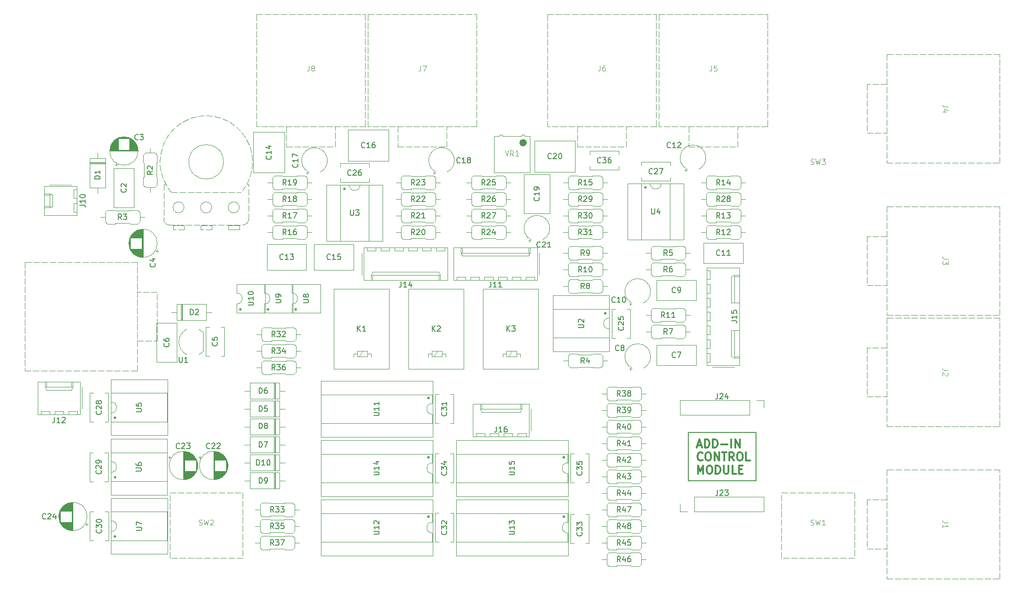
<source format=gbr>
%TF.GenerationSoftware,KiCad,Pcbnew,7.0.6*%
%TF.CreationDate,2023-08-24T19:47:57-04:00*%
%TF.ProjectId,summer,73756d6d-6572-42e6-9b69-6361645f7063,rev?*%
%TF.SameCoordinates,Original*%
%TF.FileFunction,Legend,Top*%
%TF.FilePolarity,Positive*%
%FSLAX46Y46*%
G04 Gerber Fmt 4.6, Leading zero omitted, Abs format (unit mm)*
G04 Created by KiCad (PCBNEW 7.0.6) date 2023-08-24 19:47:57*
%MOMM*%
%LPD*%
G01*
G04 APERTURE LIST*
%ADD10C,0.300000*%
%ADD11C,0.200000*%
%ADD12C,0.150000*%
%ADD13C,0.100000*%
%ADD14C,0.120000*%
%ADD15C,0.685000*%
G04 APERTURE END LIST*
D10*
X34093082Y-23688257D02*
X34807368Y-23688257D01*
X33950225Y-24116828D02*
X34450225Y-22616828D01*
X34450225Y-22616828D02*
X34950225Y-24116828D01*
X35450224Y-24116828D02*
X35450224Y-22616828D01*
X35450224Y-22616828D02*
X35807367Y-22616828D01*
X35807367Y-22616828D02*
X36021653Y-22688257D01*
X36021653Y-22688257D02*
X36164510Y-22831114D01*
X36164510Y-22831114D02*
X36235939Y-22973971D01*
X36235939Y-22973971D02*
X36307367Y-23259685D01*
X36307367Y-23259685D02*
X36307367Y-23473971D01*
X36307367Y-23473971D02*
X36235939Y-23759685D01*
X36235939Y-23759685D02*
X36164510Y-23902542D01*
X36164510Y-23902542D02*
X36021653Y-24045400D01*
X36021653Y-24045400D02*
X35807367Y-24116828D01*
X35807367Y-24116828D02*
X35450224Y-24116828D01*
X36950224Y-24116828D02*
X36950224Y-22616828D01*
X36950224Y-22616828D02*
X37307367Y-22616828D01*
X37307367Y-22616828D02*
X37521653Y-22688257D01*
X37521653Y-22688257D02*
X37664510Y-22831114D01*
X37664510Y-22831114D02*
X37735939Y-22973971D01*
X37735939Y-22973971D02*
X37807367Y-23259685D01*
X37807367Y-23259685D02*
X37807367Y-23473971D01*
X37807367Y-23473971D02*
X37735939Y-23759685D01*
X37735939Y-23759685D02*
X37664510Y-23902542D01*
X37664510Y-23902542D02*
X37521653Y-24045400D01*
X37521653Y-24045400D02*
X37307367Y-24116828D01*
X37307367Y-24116828D02*
X36950224Y-24116828D01*
X38450224Y-23545400D02*
X39593082Y-23545400D01*
X40307367Y-24116828D02*
X40307367Y-22616828D01*
X41021653Y-24116828D02*
X41021653Y-22616828D01*
X41021653Y-22616828D02*
X41878796Y-24116828D01*
X41878796Y-24116828D02*
X41878796Y-22616828D01*
X35021653Y-26388971D02*
X34950225Y-26460400D01*
X34950225Y-26460400D02*
X34735939Y-26531828D01*
X34735939Y-26531828D02*
X34593082Y-26531828D01*
X34593082Y-26531828D02*
X34378796Y-26460400D01*
X34378796Y-26460400D02*
X34235939Y-26317542D01*
X34235939Y-26317542D02*
X34164510Y-26174685D01*
X34164510Y-26174685D02*
X34093082Y-25888971D01*
X34093082Y-25888971D02*
X34093082Y-25674685D01*
X34093082Y-25674685D02*
X34164510Y-25388971D01*
X34164510Y-25388971D02*
X34235939Y-25246114D01*
X34235939Y-25246114D02*
X34378796Y-25103257D01*
X34378796Y-25103257D02*
X34593082Y-25031828D01*
X34593082Y-25031828D02*
X34735939Y-25031828D01*
X34735939Y-25031828D02*
X34950225Y-25103257D01*
X34950225Y-25103257D02*
X35021653Y-25174685D01*
X35950225Y-25031828D02*
X36235939Y-25031828D01*
X36235939Y-25031828D02*
X36378796Y-25103257D01*
X36378796Y-25103257D02*
X36521653Y-25246114D01*
X36521653Y-25246114D02*
X36593082Y-25531828D01*
X36593082Y-25531828D02*
X36593082Y-26031828D01*
X36593082Y-26031828D02*
X36521653Y-26317542D01*
X36521653Y-26317542D02*
X36378796Y-26460400D01*
X36378796Y-26460400D02*
X36235939Y-26531828D01*
X36235939Y-26531828D02*
X35950225Y-26531828D01*
X35950225Y-26531828D02*
X35807368Y-26460400D01*
X35807368Y-26460400D02*
X35664510Y-26317542D01*
X35664510Y-26317542D02*
X35593082Y-26031828D01*
X35593082Y-26031828D02*
X35593082Y-25531828D01*
X35593082Y-25531828D02*
X35664510Y-25246114D01*
X35664510Y-25246114D02*
X35807368Y-25103257D01*
X35807368Y-25103257D02*
X35950225Y-25031828D01*
X37235939Y-26531828D02*
X37235939Y-25031828D01*
X37235939Y-25031828D02*
X38093082Y-26531828D01*
X38093082Y-26531828D02*
X38093082Y-25031828D01*
X38593083Y-25031828D02*
X39450226Y-25031828D01*
X39021654Y-26531828D02*
X39021654Y-25031828D01*
X40807368Y-26531828D02*
X40307368Y-25817542D01*
X39950225Y-26531828D02*
X39950225Y-25031828D01*
X39950225Y-25031828D02*
X40521654Y-25031828D01*
X40521654Y-25031828D02*
X40664511Y-25103257D01*
X40664511Y-25103257D02*
X40735940Y-25174685D01*
X40735940Y-25174685D02*
X40807368Y-25317542D01*
X40807368Y-25317542D02*
X40807368Y-25531828D01*
X40807368Y-25531828D02*
X40735940Y-25674685D01*
X40735940Y-25674685D02*
X40664511Y-25746114D01*
X40664511Y-25746114D02*
X40521654Y-25817542D01*
X40521654Y-25817542D02*
X39950225Y-25817542D01*
X41735940Y-25031828D02*
X42021654Y-25031828D01*
X42021654Y-25031828D02*
X42164511Y-25103257D01*
X42164511Y-25103257D02*
X42307368Y-25246114D01*
X42307368Y-25246114D02*
X42378797Y-25531828D01*
X42378797Y-25531828D02*
X42378797Y-26031828D01*
X42378797Y-26031828D02*
X42307368Y-26317542D01*
X42307368Y-26317542D02*
X42164511Y-26460400D01*
X42164511Y-26460400D02*
X42021654Y-26531828D01*
X42021654Y-26531828D02*
X41735940Y-26531828D01*
X41735940Y-26531828D02*
X41593083Y-26460400D01*
X41593083Y-26460400D02*
X41450225Y-26317542D01*
X41450225Y-26317542D02*
X41378797Y-26031828D01*
X41378797Y-26031828D02*
X41378797Y-25531828D01*
X41378797Y-25531828D02*
X41450225Y-25246114D01*
X41450225Y-25246114D02*
X41593083Y-25103257D01*
X41593083Y-25103257D02*
X41735940Y-25031828D01*
X43735940Y-26531828D02*
X43021654Y-26531828D01*
X43021654Y-26531828D02*
X43021654Y-25031828D01*
X34164510Y-28946828D02*
X34164510Y-27446828D01*
X34164510Y-27446828D02*
X34664510Y-28518257D01*
X34664510Y-28518257D02*
X35164510Y-27446828D01*
X35164510Y-27446828D02*
X35164510Y-28946828D01*
X36164511Y-27446828D02*
X36450225Y-27446828D01*
X36450225Y-27446828D02*
X36593082Y-27518257D01*
X36593082Y-27518257D02*
X36735939Y-27661114D01*
X36735939Y-27661114D02*
X36807368Y-27946828D01*
X36807368Y-27946828D02*
X36807368Y-28446828D01*
X36807368Y-28446828D02*
X36735939Y-28732542D01*
X36735939Y-28732542D02*
X36593082Y-28875400D01*
X36593082Y-28875400D02*
X36450225Y-28946828D01*
X36450225Y-28946828D02*
X36164511Y-28946828D01*
X36164511Y-28946828D02*
X36021654Y-28875400D01*
X36021654Y-28875400D02*
X35878796Y-28732542D01*
X35878796Y-28732542D02*
X35807368Y-28446828D01*
X35807368Y-28446828D02*
X35807368Y-27946828D01*
X35807368Y-27946828D02*
X35878796Y-27661114D01*
X35878796Y-27661114D02*
X36021654Y-27518257D01*
X36021654Y-27518257D02*
X36164511Y-27446828D01*
X37450225Y-28946828D02*
X37450225Y-27446828D01*
X37450225Y-27446828D02*
X37807368Y-27446828D01*
X37807368Y-27446828D02*
X38021654Y-27518257D01*
X38021654Y-27518257D02*
X38164511Y-27661114D01*
X38164511Y-27661114D02*
X38235940Y-27803971D01*
X38235940Y-27803971D02*
X38307368Y-28089685D01*
X38307368Y-28089685D02*
X38307368Y-28303971D01*
X38307368Y-28303971D02*
X38235940Y-28589685D01*
X38235940Y-28589685D02*
X38164511Y-28732542D01*
X38164511Y-28732542D02*
X38021654Y-28875400D01*
X38021654Y-28875400D02*
X37807368Y-28946828D01*
X37807368Y-28946828D02*
X37450225Y-28946828D01*
X38950225Y-27446828D02*
X38950225Y-28661114D01*
X38950225Y-28661114D02*
X39021654Y-28803971D01*
X39021654Y-28803971D02*
X39093083Y-28875400D01*
X39093083Y-28875400D02*
X39235940Y-28946828D01*
X39235940Y-28946828D02*
X39521654Y-28946828D01*
X39521654Y-28946828D02*
X39664511Y-28875400D01*
X39664511Y-28875400D02*
X39735940Y-28803971D01*
X39735940Y-28803971D02*
X39807368Y-28661114D01*
X39807368Y-28661114D02*
X39807368Y-27446828D01*
X41235940Y-28946828D02*
X40521654Y-28946828D01*
X40521654Y-28946828D02*
X40521654Y-27446828D01*
X41735940Y-28161114D02*
X42235940Y-28161114D01*
X42450226Y-28946828D02*
X41735940Y-28946828D01*
X41735940Y-28946828D02*
X41735940Y-27446828D01*
X41735940Y-27446828D02*
X42450226Y-27446828D01*
D11*
X32385000Y-21336000D02*
X44831000Y-21336000D01*
X44831000Y-30226000D01*
X32385000Y-30226000D01*
X32385000Y-21336000D01*
D12*
X-46502094Y-14158819D02*
X-46502094Y-13158819D01*
X-46502094Y-13158819D02*
X-46263999Y-13158819D01*
X-46263999Y-13158819D02*
X-46121142Y-13206438D01*
X-46121142Y-13206438D02*
X-46025904Y-13301676D01*
X-46025904Y-13301676D02*
X-45978285Y-13396914D01*
X-45978285Y-13396914D02*
X-45930666Y-13587390D01*
X-45930666Y-13587390D02*
X-45930666Y-13730247D01*
X-45930666Y-13730247D02*
X-45978285Y-13920723D01*
X-45978285Y-13920723D02*
X-46025904Y-14015961D01*
X-46025904Y-14015961D02*
X-46121142Y-14111200D01*
X-46121142Y-14111200D02*
X-46263999Y-14158819D01*
X-46263999Y-14158819D02*
X-46502094Y-14158819D01*
X-45073523Y-13158819D02*
X-45263999Y-13158819D01*
X-45263999Y-13158819D02*
X-45359237Y-13206438D01*
X-45359237Y-13206438D02*
X-45406856Y-13254057D01*
X-45406856Y-13254057D02*
X-45502094Y-13396914D01*
X-45502094Y-13396914D02*
X-45549713Y-13587390D01*
X-45549713Y-13587390D02*
X-45549713Y-13968342D01*
X-45549713Y-13968342D02*
X-45502094Y-14063580D01*
X-45502094Y-14063580D02*
X-45454475Y-14111200D01*
X-45454475Y-14111200D02*
X-45359237Y-14158819D01*
X-45359237Y-14158819D02*
X-45168761Y-14158819D01*
X-45168761Y-14158819D02*
X-45073523Y-14111200D01*
X-45073523Y-14111200D02*
X-45025904Y-14063580D01*
X-45025904Y-14063580D02*
X-44978285Y-13968342D01*
X-44978285Y-13968342D02*
X-44978285Y-13730247D01*
X-44978285Y-13730247D02*
X-45025904Y-13635009D01*
X-45025904Y-13635009D02*
X-45073523Y-13587390D01*
X-45073523Y-13587390D02*
X-45168761Y-13539771D01*
X-45168761Y-13539771D02*
X-45359237Y-13539771D01*
X-45359237Y-13539771D02*
X-45454475Y-13587390D01*
X-45454475Y-13587390D02*
X-45502094Y-13635009D01*
X-45502094Y-13635009D02*
X-45549713Y-13730247D01*
X-29598857Y26056419D02*
X-29646476Y26008800D01*
X-29646476Y26008800D02*
X-29789333Y25961180D01*
X-29789333Y25961180D02*
X-29884571Y25961180D01*
X-29884571Y25961180D02*
X-30027428Y26008800D01*
X-30027428Y26008800D02*
X-30122666Y26104038D01*
X-30122666Y26104038D02*
X-30170285Y26199276D01*
X-30170285Y26199276D02*
X-30217904Y26389752D01*
X-30217904Y26389752D02*
X-30217904Y26532609D01*
X-30217904Y26532609D02*
X-30170285Y26723085D01*
X-30170285Y26723085D02*
X-30122666Y26818323D01*
X-30122666Y26818323D02*
X-30027428Y26913561D01*
X-30027428Y26913561D02*
X-29884571Y26961180D01*
X-29884571Y26961180D02*
X-29789333Y26961180D01*
X-29789333Y26961180D02*
X-29646476Y26913561D01*
X-29646476Y26913561D02*
X-29598857Y26865942D01*
X-29217904Y26865942D02*
X-29170285Y26913561D01*
X-29170285Y26913561D02*
X-29075047Y26961180D01*
X-29075047Y26961180D02*
X-28836952Y26961180D01*
X-28836952Y26961180D02*
X-28741714Y26913561D01*
X-28741714Y26913561D02*
X-28694095Y26865942D01*
X-28694095Y26865942D02*
X-28646476Y26770704D01*
X-28646476Y26770704D02*
X-28646476Y26675466D01*
X-28646476Y26675466D02*
X-28694095Y26532609D01*
X-28694095Y26532609D02*
X-29265523Y25961180D01*
X-29265523Y25961180D02*
X-28646476Y25961180D01*
X-27789333Y26961180D02*
X-27979809Y26961180D01*
X-27979809Y26961180D02*
X-28075047Y26913561D01*
X-28075047Y26913561D02*
X-28122666Y26865942D01*
X-28122666Y26865942D02*
X-28217904Y26723085D01*
X-28217904Y26723085D02*
X-28265523Y26532609D01*
X-28265523Y26532609D02*
X-28265523Y26151657D01*
X-28265523Y26151657D02*
X-28217904Y26056419D01*
X-28217904Y26056419D02*
X-28170285Y26008800D01*
X-28170285Y26008800D02*
X-28075047Y25961180D01*
X-28075047Y25961180D02*
X-27884571Y25961180D01*
X-27884571Y25961180D02*
X-27789333Y26008800D01*
X-27789333Y26008800D02*
X-27741714Y26056419D01*
X-27741714Y26056419D02*
X-27694095Y26151657D01*
X-27694095Y26151657D02*
X-27694095Y26389752D01*
X-27694095Y26389752D02*
X-27741714Y26484990D01*
X-27741714Y26484990D02*
X-27789333Y26532609D01*
X-27789333Y26532609D02*
X-27884571Y26580228D01*
X-27884571Y26580228D02*
X-28075047Y26580228D01*
X-28075047Y26580228D02*
X-28170285Y26532609D01*
X-28170285Y26532609D02*
X-28217904Y26484990D01*
X-28217904Y26484990D02*
X-28265523Y26389752D01*
X4931580Y21923142D02*
X4979200Y21875523D01*
X4979200Y21875523D02*
X5026819Y21732666D01*
X5026819Y21732666D02*
X5026819Y21637428D01*
X5026819Y21637428D02*
X4979200Y21494571D01*
X4979200Y21494571D02*
X4883961Y21399333D01*
X4883961Y21399333D02*
X4788723Y21351714D01*
X4788723Y21351714D02*
X4598247Y21304095D01*
X4598247Y21304095D02*
X4455390Y21304095D01*
X4455390Y21304095D02*
X4264914Y21351714D01*
X4264914Y21351714D02*
X4169676Y21399333D01*
X4169676Y21399333D02*
X4074438Y21494571D01*
X4074438Y21494571D02*
X4026819Y21637428D01*
X4026819Y21637428D02*
X4026819Y21732666D01*
X4026819Y21732666D02*
X4074438Y21875523D01*
X4074438Y21875523D02*
X4122057Y21923142D01*
X5026819Y22875523D02*
X5026819Y22304095D01*
X5026819Y22589809D02*
X4026819Y22589809D01*
X4026819Y22589809D02*
X4169676Y22494571D01*
X4169676Y22494571D02*
X4264914Y22399333D01*
X4264914Y22399333D02*
X4312533Y22304095D01*
X5026819Y23351714D02*
X5026819Y23542190D01*
X5026819Y23542190D02*
X4979200Y23637428D01*
X4979200Y23637428D02*
X4931580Y23685047D01*
X4931580Y23685047D02*
X4788723Y23780285D01*
X4788723Y23780285D02*
X4598247Y23827904D01*
X4598247Y23827904D02*
X4217295Y23827904D01*
X4217295Y23827904D02*
X4122057Y23780285D01*
X4122057Y23780285D02*
X4074438Y23732666D01*
X4074438Y23732666D02*
X4026819Y23637428D01*
X4026819Y23637428D02*
X4026819Y23446952D01*
X4026819Y23446952D02*
X4074438Y23351714D01*
X4074438Y23351714D02*
X4122057Y23304095D01*
X4122057Y23304095D02*
X4217295Y23256476D01*
X4217295Y23256476D02*
X4455390Y23256476D01*
X4455390Y23256476D02*
X4550628Y23304095D01*
X4550628Y23304095D02*
X4598247Y23351714D01*
X4598247Y23351714D02*
X4645866Y23446952D01*
X4645866Y23446952D02*
X4645866Y23637428D01*
X4645866Y23637428D02*
X4598247Y23732666D01*
X4598247Y23732666D02*
X4550628Y23780285D01*
X4550628Y23780285D02*
X4455390Y23827904D01*
X-68746666Y32595532D02*
X-68794285Y32547913D01*
X-68794285Y32547913D02*
X-68937142Y32500293D01*
X-68937142Y32500293D02*
X-69032380Y32500293D01*
X-69032380Y32500293D02*
X-69175237Y32547913D01*
X-69175237Y32547913D02*
X-69270475Y32643151D01*
X-69270475Y32643151D02*
X-69318094Y32738389D01*
X-69318094Y32738389D02*
X-69365713Y32928865D01*
X-69365713Y32928865D02*
X-69365713Y33071722D01*
X-69365713Y33071722D02*
X-69318094Y33262198D01*
X-69318094Y33262198D02*
X-69270475Y33357436D01*
X-69270475Y33357436D02*
X-69175237Y33452674D01*
X-69175237Y33452674D02*
X-69032380Y33500293D01*
X-69032380Y33500293D02*
X-68937142Y33500293D01*
X-68937142Y33500293D02*
X-68794285Y33452674D01*
X-68794285Y33452674D02*
X-68746666Y33405055D01*
X-68413332Y33500293D02*
X-67794285Y33500293D01*
X-67794285Y33500293D02*
X-68127618Y33119341D01*
X-68127618Y33119341D02*
X-67984761Y33119341D01*
X-67984761Y33119341D02*
X-67889523Y33071722D01*
X-67889523Y33071722D02*
X-67841904Y33024103D01*
X-67841904Y33024103D02*
X-67794285Y32928865D01*
X-67794285Y32928865D02*
X-67794285Y32690770D01*
X-67794285Y32690770D02*
X-67841904Y32595532D01*
X-67841904Y32595532D02*
X-67889523Y32547913D01*
X-67889523Y32547913D02*
X-67984761Y32500293D01*
X-67984761Y32500293D02*
X-68270475Y32500293D01*
X-68270475Y32500293D02*
X-68365713Y32547913D01*
X-68365713Y32547913D02*
X-68413332Y32595532D01*
X-48551180Y2063905D02*
X-47741657Y2063905D01*
X-47741657Y2063905D02*
X-47646419Y2111524D01*
X-47646419Y2111524D02*
X-47598800Y2159143D01*
X-47598800Y2159143D02*
X-47551180Y2254381D01*
X-47551180Y2254381D02*
X-47551180Y2444857D01*
X-47551180Y2444857D02*
X-47598800Y2540095D01*
X-47598800Y2540095D02*
X-47646419Y2587714D01*
X-47646419Y2587714D02*
X-47741657Y2635333D01*
X-47741657Y2635333D02*
X-48551180Y2635333D01*
X-47551180Y3635333D02*
X-47551180Y3063905D01*
X-47551180Y3349619D02*
X-48551180Y3349619D01*
X-48551180Y3349619D02*
X-48408323Y3254381D01*
X-48408323Y3254381D02*
X-48313085Y3159143D01*
X-48313085Y3159143D02*
X-48265466Y3063905D01*
X-48551180Y4254381D02*
X-48551180Y4349619D01*
X-48551180Y4349619D02*
X-48503561Y4444857D01*
X-48503561Y4444857D02*
X-48455942Y4492476D01*
X-48455942Y4492476D02*
X-48360704Y4540095D01*
X-48360704Y4540095D02*
X-48170228Y4587714D01*
X-48170228Y4587714D02*
X-47932133Y4587714D01*
X-47932133Y4587714D02*
X-47741657Y4540095D01*
X-47741657Y4540095D02*
X-47646419Y4492476D01*
X-47646419Y4492476D02*
X-47598800Y4444857D01*
X-47598800Y4444857D02*
X-47551180Y4349619D01*
X-47551180Y4349619D02*
X-47551180Y4254381D01*
X-47551180Y4254381D02*
X-47598800Y4159143D01*
X-47598800Y4159143D02*
X-47646419Y4111524D01*
X-47646419Y4111524D02*
X-47741657Y4063905D01*
X-47741657Y4063905D02*
X-47932133Y4016286D01*
X-47932133Y4016286D02*
X-48170228Y4016286D01*
X-48170228Y4016286D02*
X-48360704Y4063905D01*
X-48360704Y4063905D02*
X-48455942Y4111524D01*
X-48455942Y4111524D02*
X-48503561Y4159143D01*
X-48503561Y4159143D02*
X-48551180Y4254381D01*
X-46502094Y-17472819D02*
X-46502094Y-16472819D01*
X-46502094Y-16472819D02*
X-46263999Y-16472819D01*
X-46263999Y-16472819D02*
X-46121142Y-16520438D01*
X-46121142Y-16520438D02*
X-46025904Y-16615676D01*
X-46025904Y-16615676D02*
X-45978285Y-16710914D01*
X-45978285Y-16710914D02*
X-45930666Y-16901390D01*
X-45930666Y-16901390D02*
X-45930666Y-17044247D01*
X-45930666Y-17044247D02*
X-45978285Y-17234723D01*
X-45978285Y-17234723D02*
X-46025904Y-17329961D01*
X-46025904Y-17329961D02*
X-46121142Y-17425200D01*
X-46121142Y-17425200D02*
X-46263999Y-17472819D01*
X-46263999Y-17472819D02*
X-46502094Y-17472819D01*
X-45025904Y-16472819D02*
X-45502094Y-16472819D01*
X-45502094Y-16472819D02*
X-45549713Y-16949009D01*
X-45549713Y-16949009D02*
X-45502094Y-16901390D01*
X-45502094Y-16901390D02*
X-45406856Y-16853771D01*
X-45406856Y-16853771D02*
X-45168761Y-16853771D01*
X-45168761Y-16853771D02*
X-45073523Y-16901390D01*
X-45073523Y-16901390D02*
X-45025904Y-16949009D01*
X-45025904Y-16949009D02*
X-44978285Y-17044247D01*
X-44978285Y-17044247D02*
X-44978285Y-17282342D01*
X-44978285Y-17282342D02*
X-45025904Y-17377580D01*
X-45025904Y-17377580D02*
X-45073523Y-17425200D01*
X-45073523Y-17425200D02*
X-45168761Y-17472819D01*
X-45168761Y-17472819D02*
X-45406856Y-17472819D01*
X-45406856Y-17472819D02*
X-45502094Y-17425200D01*
X-45502094Y-17425200D02*
X-45549713Y-17377580D01*
X-84121523Y-18560819D02*
X-84121523Y-19275104D01*
X-84121523Y-19275104D02*
X-84169142Y-19417961D01*
X-84169142Y-19417961D02*
X-84264380Y-19513200D01*
X-84264380Y-19513200D02*
X-84407237Y-19560819D01*
X-84407237Y-19560819D02*
X-84502475Y-19560819D01*
X-83121523Y-19560819D02*
X-83692951Y-19560819D01*
X-83407237Y-19560819D02*
X-83407237Y-18560819D01*
X-83407237Y-18560819D02*
X-83502475Y-18703676D01*
X-83502475Y-18703676D02*
X-83597713Y-18798914D01*
X-83597713Y-18798914D02*
X-83692951Y-18846533D01*
X-82740570Y-18656057D02*
X-82692951Y-18608438D01*
X-82692951Y-18608438D02*
X-82597713Y-18560819D01*
X-82597713Y-18560819D02*
X-82359618Y-18560819D01*
X-82359618Y-18560819D02*
X-82264380Y-18608438D01*
X-82264380Y-18608438D02*
X-82216761Y-18656057D01*
X-82216761Y-18656057D02*
X-82169142Y-18751295D01*
X-82169142Y-18751295D02*
X-82169142Y-18846533D01*
X-82169142Y-18846533D02*
X-82216761Y-18989390D01*
X-82216761Y-18989390D02*
X-82788189Y-19560819D01*
X-82788189Y-19560819D02*
X-82169142Y-19560819D01*
X-43822857Y-39062819D02*
X-44156190Y-38586628D01*
X-44394285Y-39062819D02*
X-44394285Y-38062819D01*
X-44394285Y-38062819D02*
X-44013333Y-38062819D01*
X-44013333Y-38062819D02*
X-43918095Y-38110438D01*
X-43918095Y-38110438D02*
X-43870476Y-38158057D01*
X-43870476Y-38158057D02*
X-43822857Y-38253295D01*
X-43822857Y-38253295D02*
X-43822857Y-38396152D01*
X-43822857Y-38396152D02*
X-43870476Y-38491390D01*
X-43870476Y-38491390D02*
X-43918095Y-38539009D01*
X-43918095Y-38539009D02*
X-44013333Y-38586628D01*
X-44013333Y-38586628D02*
X-44394285Y-38586628D01*
X-43489523Y-38062819D02*
X-42870476Y-38062819D01*
X-42870476Y-38062819D02*
X-43203809Y-38443771D01*
X-43203809Y-38443771D02*
X-43060952Y-38443771D01*
X-43060952Y-38443771D02*
X-42965714Y-38491390D01*
X-42965714Y-38491390D02*
X-42918095Y-38539009D01*
X-42918095Y-38539009D02*
X-42870476Y-38634247D01*
X-42870476Y-38634247D02*
X-42870476Y-38872342D01*
X-42870476Y-38872342D02*
X-42918095Y-38967580D01*
X-42918095Y-38967580D02*
X-42965714Y-39015200D01*
X-42965714Y-39015200D02*
X-43060952Y-39062819D01*
X-43060952Y-39062819D02*
X-43346666Y-39062819D01*
X-43346666Y-39062819D02*
X-43441904Y-39015200D01*
X-43441904Y-39015200D02*
X-43489523Y-38967580D01*
X-41965714Y-38062819D02*
X-42441904Y-38062819D01*
X-42441904Y-38062819D02*
X-42489523Y-38539009D01*
X-42489523Y-38539009D02*
X-42441904Y-38491390D01*
X-42441904Y-38491390D02*
X-42346666Y-38443771D01*
X-42346666Y-38443771D02*
X-42108571Y-38443771D01*
X-42108571Y-38443771D02*
X-42013333Y-38491390D01*
X-42013333Y-38491390D02*
X-41965714Y-38539009D01*
X-41965714Y-38539009D02*
X-41918095Y-38634247D01*
X-41918095Y-38634247D02*
X-41918095Y-38872342D01*
X-41918095Y-38872342D02*
X-41965714Y-38967580D01*
X-41965714Y-38967580D02*
X-42013333Y-39015200D01*
X-42013333Y-39015200D02*
X-42108571Y-39062819D01*
X-42108571Y-39062819D02*
X-42346666Y-39062819D01*
X-42346666Y-39062819D02*
X-42441904Y-39015200D01*
X-42441904Y-39015200D02*
X-42489523Y-38967580D01*
X7231142Y29104419D02*
X7183523Y29056800D01*
X7183523Y29056800D02*
X7040666Y29009180D01*
X7040666Y29009180D02*
X6945428Y29009180D01*
X6945428Y29009180D02*
X6802571Y29056800D01*
X6802571Y29056800D02*
X6707333Y29152038D01*
X6707333Y29152038D02*
X6659714Y29247276D01*
X6659714Y29247276D02*
X6612095Y29437752D01*
X6612095Y29437752D02*
X6612095Y29580609D01*
X6612095Y29580609D02*
X6659714Y29771085D01*
X6659714Y29771085D02*
X6707333Y29866323D01*
X6707333Y29866323D02*
X6802571Y29961561D01*
X6802571Y29961561D02*
X6945428Y30009180D01*
X6945428Y30009180D02*
X7040666Y30009180D01*
X7040666Y30009180D02*
X7183523Y29961561D01*
X7183523Y29961561D02*
X7231142Y29913942D01*
X7612095Y29913942D02*
X7659714Y29961561D01*
X7659714Y29961561D02*
X7754952Y30009180D01*
X7754952Y30009180D02*
X7993047Y30009180D01*
X7993047Y30009180D02*
X8088285Y29961561D01*
X8088285Y29961561D02*
X8135904Y29913942D01*
X8135904Y29913942D02*
X8183523Y29818704D01*
X8183523Y29818704D02*
X8183523Y29723466D01*
X8183523Y29723466D02*
X8135904Y29580609D01*
X8135904Y29580609D02*
X7564476Y29009180D01*
X7564476Y29009180D02*
X8183523Y29009180D01*
X8802571Y30009180D02*
X8897809Y30009180D01*
X8897809Y30009180D02*
X8993047Y29961561D01*
X8993047Y29961561D02*
X9040666Y29913942D01*
X9040666Y29913942D02*
X9088285Y29818704D01*
X9088285Y29818704D02*
X9135904Y29628228D01*
X9135904Y29628228D02*
X9135904Y29390133D01*
X9135904Y29390133D02*
X9088285Y29199657D01*
X9088285Y29199657D02*
X9040666Y29104419D01*
X9040666Y29104419D02*
X8993047Y29056800D01*
X8993047Y29056800D02*
X8897809Y29009180D01*
X8897809Y29009180D02*
X8802571Y29009180D01*
X8802571Y29009180D02*
X8707333Y29056800D01*
X8707333Y29056800D02*
X8659714Y29104419D01*
X8659714Y29104419D02*
X8612095Y29199657D01*
X8612095Y29199657D02*
X8564476Y29390133D01*
X8564476Y29390133D02*
X8564476Y29628228D01*
X8564476Y29628228D02*
X8612095Y29818704D01*
X8612095Y29818704D02*
X8659714Y29913942D01*
X8659714Y29913942D02*
X8707333Y29961561D01*
X8707333Y29961561D02*
X8802571Y30009180D01*
X19645333Y-6201580D02*
X19597714Y-6249200D01*
X19597714Y-6249200D02*
X19454857Y-6296819D01*
X19454857Y-6296819D02*
X19359619Y-6296819D01*
X19359619Y-6296819D02*
X19216762Y-6249200D01*
X19216762Y-6249200D02*
X19121524Y-6153961D01*
X19121524Y-6153961D02*
X19073905Y-6058723D01*
X19073905Y-6058723D02*
X19026286Y-5868247D01*
X19026286Y-5868247D02*
X19026286Y-5725390D01*
X19026286Y-5725390D02*
X19073905Y-5534914D01*
X19073905Y-5534914D02*
X19121524Y-5439676D01*
X19121524Y-5439676D02*
X19216762Y-5344438D01*
X19216762Y-5344438D02*
X19359619Y-5296819D01*
X19359619Y-5296819D02*
X19454857Y-5296819D01*
X19454857Y-5296819D02*
X19597714Y-5344438D01*
X19597714Y-5344438D02*
X19645333Y-5392057D01*
X20216762Y-5725390D02*
X20121524Y-5677771D01*
X20121524Y-5677771D02*
X20073905Y-5630152D01*
X20073905Y-5630152D02*
X20026286Y-5534914D01*
X20026286Y-5534914D02*
X20026286Y-5487295D01*
X20026286Y-5487295D02*
X20073905Y-5392057D01*
X20073905Y-5392057D02*
X20121524Y-5344438D01*
X20121524Y-5344438D02*
X20216762Y-5296819D01*
X20216762Y-5296819D02*
X20407238Y-5296819D01*
X20407238Y-5296819D02*
X20502476Y-5344438D01*
X20502476Y-5344438D02*
X20550095Y-5392057D01*
X20550095Y-5392057D02*
X20597714Y-5487295D01*
X20597714Y-5487295D02*
X20597714Y-5534914D01*
X20597714Y-5534914D02*
X20550095Y-5630152D01*
X20550095Y-5630152D02*
X20502476Y-5677771D01*
X20502476Y-5677771D02*
X20407238Y-5725390D01*
X20407238Y-5725390D02*
X20216762Y-5725390D01*
X20216762Y-5725390D02*
X20121524Y-5773009D01*
X20121524Y-5773009D02*
X20073905Y-5820628D01*
X20073905Y-5820628D02*
X20026286Y-5915866D01*
X20026286Y-5915866D02*
X20026286Y-6106342D01*
X20026286Y-6106342D02*
X20073905Y-6201580D01*
X20073905Y-6201580D02*
X20121524Y-6249200D01*
X20121524Y-6249200D02*
X20216762Y-6296819D01*
X20216762Y-6296819D02*
X20407238Y-6296819D01*
X20407238Y-6296819D02*
X20502476Y-6249200D01*
X20502476Y-6249200D02*
X20550095Y-6201580D01*
X20550095Y-6201580D02*
X20597714Y-6106342D01*
X20597714Y-6106342D02*
X20597714Y-5915866D01*
X20597714Y-5915866D02*
X20550095Y-5820628D01*
X20550095Y-5820628D02*
X20502476Y-5773009D01*
X20502476Y-5773009D02*
X20407238Y-5725390D01*
X18971142Y2688419D02*
X18923523Y2640800D01*
X18923523Y2640800D02*
X18780666Y2593180D01*
X18780666Y2593180D02*
X18685428Y2593180D01*
X18685428Y2593180D02*
X18542571Y2640800D01*
X18542571Y2640800D02*
X18447333Y2736038D01*
X18447333Y2736038D02*
X18399714Y2831276D01*
X18399714Y2831276D02*
X18352095Y3021752D01*
X18352095Y3021752D02*
X18352095Y3164609D01*
X18352095Y3164609D02*
X18399714Y3355085D01*
X18399714Y3355085D02*
X18447333Y3450323D01*
X18447333Y3450323D02*
X18542571Y3545561D01*
X18542571Y3545561D02*
X18685428Y3593180D01*
X18685428Y3593180D02*
X18780666Y3593180D01*
X18780666Y3593180D02*
X18923523Y3545561D01*
X18923523Y3545561D02*
X18971142Y3497942D01*
X19923523Y2593180D02*
X19352095Y2593180D01*
X19637809Y2593180D02*
X19637809Y3593180D01*
X19637809Y3593180D02*
X19542571Y3450323D01*
X19542571Y3450323D02*
X19447333Y3355085D01*
X19447333Y3355085D02*
X19352095Y3307466D01*
X20542571Y3593180D02*
X20637809Y3593180D01*
X20637809Y3593180D02*
X20733047Y3545561D01*
X20733047Y3545561D02*
X20780666Y3497942D01*
X20780666Y3497942D02*
X20828285Y3402704D01*
X20828285Y3402704D02*
X20875904Y3212228D01*
X20875904Y3212228D02*
X20875904Y2974133D01*
X20875904Y2974133D02*
X20828285Y2783657D01*
X20828285Y2783657D02*
X20780666Y2688419D01*
X20780666Y2688419D02*
X20733047Y2640800D01*
X20733047Y2640800D02*
X20637809Y2593180D01*
X20637809Y2593180D02*
X20542571Y2593180D01*
X20542571Y2593180D02*
X20447333Y2640800D01*
X20447333Y2640800D02*
X20399714Y2688419D01*
X20399714Y2688419D02*
X20352095Y2783657D01*
X20352095Y2783657D02*
X20304476Y2974133D01*
X20304476Y2974133D02*
X20304476Y3212228D01*
X20304476Y3212228D02*
X20352095Y3402704D01*
X20352095Y3402704D02*
X20399714Y3497942D01*
X20399714Y3497942D02*
X20447333Y3545561D01*
X20447333Y3545561D02*
X20542571Y3593180D01*
X-41536857Y18087180D02*
X-41870190Y18563371D01*
X-42108285Y18087180D02*
X-42108285Y19087180D01*
X-42108285Y19087180D02*
X-41727333Y19087180D01*
X-41727333Y19087180D02*
X-41632095Y19039561D01*
X-41632095Y19039561D02*
X-41584476Y18991942D01*
X-41584476Y18991942D02*
X-41536857Y18896704D01*
X-41536857Y18896704D02*
X-41536857Y18753847D01*
X-41536857Y18753847D02*
X-41584476Y18658609D01*
X-41584476Y18658609D02*
X-41632095Y18610990D01*
X-41632095Y18610990D02*
X-41727333Y18563371D01*
X-41727333Y18563371D02*
X-42108285Y18563371D01*
X-40584476Y18087180D02*
X-41155904Y18087180D01*
X-40870190Y18087180D02*
X-40870190Y19087180D01*
X-40870190Y19087180D02*
X-40965428Y18944323D01*
X-40965428Y18944323D02*
X-41060666Y18849085D01*
X-41060666Y18849085D02*
X-41155904Y18801466D01*
X-40251142Y19087180D02*
X-39584476Y19087180D01*
X-39584476Y19087180D02*
X-40013047Y18087180D01*
X-28424094Y-2745819D02*
X-28424094Y-1745819D01*
X-27852666Y-2745819D02*
X-28281237Y-2174390D01*
X-27852666Y-1745819D02*
X-28424094Y-2317247D01*
X-26900285Y-2745819D02*
X-27471713Y-2745819D01*
X-27185999Y-2745819D02*
X-27185999Y-1745819D01*
X-27185999Y-1745819D02*
X-27281237Y-1888676D01*
X-27281237Y-1888676D02*
X-27376475Y-1983914D01*
X-27376475Y-1983914D02*
X-27471713Y-2031533D01*
D13*
X54916667Y-38359800D02*
X55059524Y-38407419D01*
X55059524Y-38407419D02*
X55297619Y-38407419D01*
X55297619Y-38407419D02*
X55392857Y-38359800D01*
X55392857Y-38359800D02*
X55440476Y-38312180D01*
X55440476Y-38312180D02*
X55488095Y-38216942D01*
X55488095Y-38216942D02*
X55488095Y-38121704D01*
X55488095Y-38121704D02*
X55440476Y-38026466D01*
X55440476Y-38026466D02*
X55392857Y-37978847D01*
X55392857Y-37978847D02*
X55297619Y-37931228D01*
X55297619Y-37931228D02*
X55107143Y-37883609D01*
X55107143Y-37883609D02*
X55011905Y-37835990D01*
X55011905Y-37835990D02*
X54964286Y-37788371D01*
X54964286Y-37788371D02*
X54916667Y-37693133D01*
X54916667Y-37693133D02*
X54916667Y-37597895D01*
X54916667Y-37597895D02*
X54964286Y-37502657D01*
X54964286Y-37502657D02*
X55011905Y-37455038D01*
X55011905Y-37455038D02*
X55107143Y-37407419D01*
X55107143Y-37407419D02*
X55345238Y-37407419D01*
X55345238Y-37407419D02*
X55488095Y-37455038D01*
X55821429Y-37407419D02*
X56059524Y-38407419D01*
X56059524Y-38407419D02*
X56250000Y-37693133D01*
X56250000Y-37693133D02*
X56440476Y-38407419D01*
X56440476Y-38407419D02*
X56678572Y-37407419D01*
X57583333Y-38407419D02*
X57011905Y-38407419D01*
X57297619Y-38407419D02*
X57297619Y-37407419D01*
X57297619Y-37407419D02*
X57202381Y-37550276D01*
X57202381Y-37550276D02*
X57107143Y-37645514D01*
X57107143Y-37645514D02*
X57011905Y-37693133D01*
D12*
X19931142Y-26870819D02*
X19597809Y-26394628D01*
X19359714Y-26870819D02*
X19359714Y-25870819D01*
X19359714Y-25870819D02*
X19740666Y-25870819D01*
X19740666Y-25870819D02*
X19835904Y-25918438D01*
X19835904Y-25918438D02*
X19883523Y-25966057D01*
X19883523Y-25966057D02*
X19931142Y-26061295D01*
X19931142Y-26061295D02*
X19931142Y-26204152D01*
X19931142Y-26204152D02*
X19883523Y-26299390D01*
X19883523Y-26299390D02*
X19835904Y-26347009D01*
X19835904Y-26347009D02*
X19740666Y-26394628D01*
X19740666Y-26394628D02*
X19359714Y-26394628D01*
X20788285Y-26204152D02*
X20788285Y-26870819D01*
X20550190Y-25823200D02*
X20312095Y-26537485D01*
X20312095Y-26537485D02*
X20931142Y-26537485D01*
X21264476Y-25966057D02*
X21312095Y-25918438D01*
X21312095Y-25918438D02*
X21407333Y-25870819D01*
X21407333Y-25870819D02*
X21645428Y-25870819D01*
X21645428Y-25870819D02*
X21740666Y-25918438D01*
X21740666Y-25918438D02*
X21788285Y-25966057D01*
X21788285Y-25966057D02*
X21835904Y-26061295D01*
X21835904Y-26061295D02*
X21835904Y-26156533D01*
X21835904Y-26156533D02*
X21788285Y-26299390D01*
X21788285Y-26299390D02*
X21216857Y-26870819D01*
X21216857Y-26870819D02*
X21835904Y-26870819D01*
X-545180Y-40100094D02*
X264342Y-40100094D01*
X264342Y-40100094D02*
X359580Y-40052475D01*
X359580Y-40052475D02*
X407200Y-40004856D01*
X407200Y-40004856D02*
X454819Y-39909618D01*
X454819Y-39909618D02*
X454819Y-39719142D01*
X454819Y-39719142D02*
X407200Y-39623904D01*
X407200Y-39623904D02*
X359580Y-39576285D01*
X359580Y-39576285D02*
X264342Y-39528666D01*
X264342Y-39528666D02*
X-545180Y-39528666D01*
X454819Y-38528666D02*
X454819Y-39100094D01*
X454819Y-38814380D02*
X-545180Y-38814380D01*
X-545180Y-38814380D02*
X-402323Y-38909618D01*
X-402323Y-38909618D02*
X-307085Y-39004856D01*
X-307085Y-39004856D02*
X-259466Y-39100094D01*
X-545180Y-38195332D02*
X-545180Y-37576285D01*
X-545180Y-37576285D02*
X-164228Y-37909618D01*
X-164228Y-37909618D02*
X-164228Y-37766761D01*
X-164228Y-37766761D02*
X-116609Y-37671523D01*
X-116609Y-37671523D02*
X-68990Y-37623904D01*
X-68990Y-37623904D02*
X26247Y-37576285D01*
X26247Y-37576285D02*
X264342Y-37576285D01*
X264342Y-37576285D02*
X359580Y-37623904D01*
X359580Y-37623904D02*
X407200Y-37671523D01*
X407200Y-37671523D02*
X454819Y-37766761D01*
X454819Y-37766761D02*
X454819Y-38052475D01*
X454819Y-38052475D02*
X407200Y-38147713D01*
X407200Y-38147713D02*
X359580Y-38195332D01*
X-71794666Y17833180D02*
X-72127999Y18309371D01*
X-72366094Y17833180D02*
X-72366094Y18833180D01*
X-72366094Y18833180D02*
X-71985142Y18833180D01*
X-71985142Y18833180D02*
X-71889904Y18785561D01*
X-71889904Y18785561D02*
X-71842285Y18737942D01*
X-71842285Y18737942D02*
X-71794666Y18642704D01*
X-71794666Y18642704D02*
X-71794666Y18499847D01*
X-71794666Y18499847D02*
X-71842285Y18404609D01*
X-71842285Y18404609D02*
X-71889904Y18356990D01*
X-71889904Y18356990D02*
X-71985142Y18309371D01*
X-71985142Y18309371D02*
X-72366094Y18309371D01*
X-71461332Y18833180D02*
X-70842285Y18833180D01*
X-70842285Y18833180D02*
X-71175618Y18452228D01*
X-71175618Y18452228D02*
X-71032761Y18452228D01*
X-71032761Y18452228D02*
X-70937523Y18404609D01*
X-70937523Y18404609D02*
X-70889904Y18356990D01*
X-70889904Y18356990D02*
X-70842285Y18261752D01*
X-70842285Y18261752D02*
X-70842285Y18023657D01*
X-70842285Y18023657D02*
X-70889904Y17928419D01*
X-70889904Y17928419D02*
X-70937523Y17880800D01*
X-70937523Y17880800D02*
X-71032761Y17833180D01*
X-71032761Y17833180D02*
X-71318475Y17833180D01*
X-71318475Y17833180D02*
X-71413713Y17880800D01*
X-71413713Y17880800D02*
X-71461332Y17928419D01*
X-46978285Y-27378819D02*
X-46978285Y-26378819D01*
X-46978285Y-26378819D02*
X-46740190Y-26378819D01*
X-46740190Y-26378819D02*
X-46597333Y-26426438D01*
X-46597333Y-26426438D02*
X-46502095Y-26521676D01*
X-46502095Y-26521676D02*
X-46454476Y-26616914D01*
X-46454476Y-26616914D02*
X-46406857Y-26807390D01*
X-46406857Y-26807390D02*
X-46406857Y-26950247D01*
X-46406857Y-26950247D02*
X-46454476Y-27140723D01*
X-46454476Y-27140723D02*
X-46502095Y-27235961D01*
X-46502095Y-27235961D02*
X-46597333Y-27331200D01*
X-46597333Y-27331200D02*
X-46740190Y-27378819D01*
X-46740190Y-27378819D02*
X-46978285Y-27378819D01*
X-45454476Y-27378819D02*
X-46025904Y-27378819D01*
X-45740190Y-27378819D02*
X-45740190Y-26378819D01*
X-45740190Y-26378819D02*
X-45835428Y-26521676D01*
X-45835428Y-26521676D02*
X-45930666Y-26616914D01*
X-45930666Y-26616914D02*
X-46025904Y-26664533D01*
X-44835428Y-26378819D02*
X-44740190Y-26378819D01*
X-44740190Y-26378819D02*
X-44644952Y-26426438D01*
X-44644952Y-26426438D02*
X-44597333Y-26474057D01*
X-44597333Y-26474057D02*
X-44549714Y-26569295D01*
X-44549714Y-26569295D02*
X-44502095Y-26759771D01*
X-44502095Y-26759771D02*
X-44502095Y-26997866D01*
X-44502095Y-26997866D02*
X-44549714Y-27188342D01*
X-44549714Y-27188342D02*
X-44597333Y-27283580D01*
X-44597333Y-27283580D02*
X-44644952Y-27331200D01*
X-44644952Y-27331200D02*
X-44740190Y-27378819D01*
X-44740190Y-27378819D02*
X-44835428Y-27378819D01*
X-44835428Y-27378819D02*
X-44930666Y-27331200D01*
X-44930666Y-27331200D02*
X-44978285Y-27283580D01*
X-44978285Y-27283580D02*
X-45025904Y-27188342D01*
X-45025904Y-27188342D02*
X-45073523Y-26997866D01*
X-45073523Y-26997866D02*
X-45073523Y-26759771D01*
X-45073523Y-26759771D02*
X-45025904Y-26569295D01*
X-45025904Y-26569295D02*
X-44978285Y-26474057D01*
X-44978285Y-26474057D02*
X-44930666Y-26426438D01*
X-44930666Y-26426438D02*
X-44835428Y-26378819D01*
X19931142Y-45158819D02*
X19597809Y-44682628D01*
X19359714Y-45158819D02*
X19359714Y-44158819D01*
X19359714Y-44158819D02*
X19740666Y-44158819D01*
X19740666Y-44158819D02*
X19835904Y-44206438D01*
X19835904Y-44206438D02*
X19883523Y-44254057D01*
X19883523Y-44254057D02*
X19931142Y-44349295D01*
X19931142Y-44349295D02*
X19931142Y-44492152D01*
X19931142Y-44492152D02*
X19883523Y-44587390D01*
X19883523Y-44587390D02*
X19835904Y-44635009D01*
X19835904Y-44635009D02*
X19740666Y-44682628D01*
X19740666Y-44682628D02*
X19359714Y-44682628D01*
X20788285Y-44492152D02*
X20788285Y-45158819D01*
X20550190Y-44111200D02*
X20312095Y-44825485D01*
X20312095Y-44825485D02*
X20931142Y-44825485D01*
X21740666Y-44158819D02*
X21550190Y-44158819D01*
X21550190Y-44158819D02*
X21454952Y-44206438D01*
X21454952Y-44206438D02*
X21407333Y-44254057D01*
X21407333Y-44254057D02*
X21312095Y-44396914D01*
X21312095Y-44396914D02*
X21264476Y-44587390D01*
X21264476Y-44587390D02*
X21264476Y-44968342D01*
X21264476Y-44968342D02*
X21312095Y-45063580D01*
X21312095Y-45063580D02*
X21359714Y-45111200D01*
X21359714Y-45111200D02*
X21454952Y-45158819D01*
X21454952Y-45158819D02*
X21645428Y-45158819D01*
X21645428Y-45158819D02*
X21740666Y-45111200D01*
X21740666Y-45111200D02*
X21788285Y-45063580D01*
X21788285Y-45063580D02*
X21835904Y-44968342D01*
X21835904Y-44968342D02*
X21835904Y-44730247D01*
X21835904Y-44730247D02*
X21788285Y-44635009D01*
X21788285Y-44635009D02*
X21740666Y-44587390D01*
X21740666Y-44587390D02*
X21645428Y-44539771D01*
X21645428Y-44539771D02*
X21454952Y-44539771D01*
X21454952Y-44539771D02*
X21359714Y-44587390D01*
X21359714Y-44587390D02*
X21312095Y-44635009D01*
X21312095Y-44635009D02*
X21264476Y-44730247D01*
X-17914857Y24183180D02*
X-18248190Y24659371D01*
X-18486285Y24183180D02*
X-18486285Y25183180D01*
X-18486285Y25183180D02*
X-18105333Y25183180D01*
X-18105333Y25183180D02*
X-18010095Y25135561D01*
X-18010095Y25135561D02*
X-17962476Y25087942D01*
X-17962476Y25087942D02*
X-17914857Y24992704D01*
X-17914857Y24992704D02*
X-17914857Y24849847D01*
X-17914857Y24849847D02*
X-17962476Y24754609D01*
X-17962476Y24754609D02*
X-18010095Y24706990D01*
X-18010095Y24706990D02*
X-18105333Y24659371D01*
X-18105333Y24659371D02*
X-18486285Y24659371D01*
X-17533904Y25087942D02*
X-17486285Y25135561D01*
X-17486285Y25135561D02*
X-17391047Y25183180D01*
X-17391047Y25183180D02*
X-17152952Y25183180D01*
X-17152952Y25183180D02*
X-17057714Y25135561D01*
X-17057714Y25135561D02*
X-17010095Y25087942D01*
X-17010095Y25087942D02*
X-16962476Y24992704D01*
X-16962476Y24992704D02*
X-16962476Y24897466D01*
X-16962476Y24897466D02*
X-17010095Y24754609D01*
X-17010095Y24754609D02*
X-17581523Y24183180D01*
X-17581523Y24183180D02*
X-16962476Y24183180D01*
X-16629142Y25183180D02*
X-16010095Y25183180D01*
X-16010095Y25183180D02*
X-16343428Y24802228D01*
X-16343428Y24802228D02*
X-16200571Y24802228D01*
X-16200571Y24802228D02*
X-16105333Y24754609D01*
X-16105333Y24754609D02*
X-16057714Y24706990D01*
X-16057714Y24706990D02*
X-16010095Y24611752D01*
X-16010095Y24611752D02*
X-16010095Y24373657D01*
X-16010095Y24373657D02*
X-16057714Y24278419D01*
X-16057714Y24278419D02*
X-16105333Y24230800D01*
X-16105333Y24230800D02*
X-16200571Y24183180D01*
X-16200571Y24183180D02*
X-16486285Y24183180D01*
X-16486285Y24183180D02*
X-16581523Y24230800D01*
X-16581523Y24230800D02*
X-16629142Y24278419D01*
X30059333Y4466419D02*
X30011714Y4418800D01*
X30011714Y4418800D02*
X29868857Y4371180D01*
X29868857Y4371180D02*
X29773619Y4371180D01*
X29773619Y4371180D02*
X29630762Y4418800D01*
X29630762Y4418800D02*
X29535524Y4514038D01*
X29535524Y4514038D02*
X29487905Y4609276D01*
X29487905Y4609276D02*
X29440286Y4799752D01*
X29440286Y4799752D02*
X29440286Y4942609D01*
X29440286Y4942609D02*
X29487905Y5133085D01*
X29487905Y5133085D02*
X29535524Y5228323D01*
X29535524Y5228323D02*
X29630762Y5323561D01*
X29630762Y5323561D02*
X29773619Y5371180D01*
X29773619Y5371180D02*
X29868857Y5371180D01*
X29868857Y5371180D02*
X30011714Y5323561D01*
X30011714Y5323561D02*
X30059333Y5275942D01*
X30535524Y4371180D02*
X30726000Y4371180D01*
X30726000Y4371180D02*
X30821238Y4418800D01*
X30821238Y4418800D02*
X30868857Y4466419D01*
X30868857Y4466419D02*
X30964095Y4609276D01*
X30964095Y4609276D02*
X31011714Y4799752D01*
X31011714Y4799752D02*
X31011714Y5180704D01*
X31011714Y5180704D02*
X30964095Y5275942D01*
X30964095Y5275942D02*
X30916476Y5323561D01*
X30916476Y5323561D02*
X30821238Y5371180D01*
X30821238Y5371180D02*
X30630762Y5371180D01*
X30630762Y5371180D02*
X30535524Y5323561D01*
X30535524Y5323561D02*
X30487905Y5275942D01*
X30487905Y5275942D02*
X30440286Y5180704D01*
X30440286Y5180704D02*
X30440286Y4942609D01*
X30440286Y4942609D02*
X30487905Y4847371D01*
X30487905Y4847371D02*
X30535524Y4799752D01*
X30535524Y4799752D02*
X30630762Y4752133D01*
X30630762Y4752133D02*
X30821238Y4752133D01*
X30821238Y4752133D02*
X30916476Y4799752D01*
X30916476Y4799752D02*
X30964095Y4847371D01*
X30964095Y4847371D02*
X31011714Y4942609D01*
X-43568857Y-9852819D02*
X-43902190Y-9376628D01*
X-44140285Y-9852819D02*
X-44140285Y-8852819D01*
X-44140285Y-8852819D02*
X-43759333Y-8852819D01*
X-43759333Y-8852819D02*
X-43664095Y-8900438D01*
X-43664095Y-8900438D02*
X-43616476Y-8948057D01*
X-43616476Y-8948057D02*
X-43568857Y-9043295D01*
X-43568857Y-9043295D02*
X-43568857Y-9186152D01*
X-43568857Y-9186152D02*
X-43616476Y-9281390D01*
X-43616476Y-9281390D02*
X-43664095Y-9329009D01*
X-43664095Y-9329009D02*
X-43759333Y-9376628D01*
X-43759333Y-9376628D02*
X-44140285Y-9376628D01*
X-43235523Y-8852819D02*
X-42616476Y-8852819D01*
X-42616476Y-8852819D02*
X-42949809Y-9233771D01*
X-42949809Y-9233771D02*
X-42806952Y-9233771D01*
X-42806952Y-9233771D02*
X-42711714Y-9281390D01*
X-42711714Y-9281390D02*
X-42664095Y-9329009D01*
X-42664095Y-9329009D02*
X-42616476Y-9424247D01*
X-42616476Y-9424247D02*
X-42616476Y-9662342D01*
X-42616476Y-9662342D02*
X-42664095Y-9757580D01*
X-42664095Y-9757580D02*
X-42711714Y-9805200D01*
X-42711714Y-9805200D02*
X-42806952Y-9852819D01*
X-42806952Y-9852819D02*
X-43092666Y-9852819D01*
X-43092666Y-9852819D02*
X-43187904Y-9805200D01*
X-43187904Y-9805200D02*
X-43235523Y-9757580D01*
X-41759333Y-8852819D02*
X-41949809Y-8852819D01*
X-41949809Y-8852819D02*
X-42045047Y-8900438D01*
X-42045047Y-8900438D02*
X-42092666Y-8948057D01*
X-42092666Y-8948057D02*
X-42187904Y-9090914D01*
X-42187904Y-9090914D02*
X-42235523Y-9281390D01*
X-42235523Y-9281390D02*
X-42235523Y-9662342D01*
X-42235523Y-9662342D02*
X-42187904Y-9757580D01*
X-42187904Y-9757580D02*
X-42140285Y-9805200D01*
X-42140285Y-9805200D02*
X-42045047Y-9852819D01*
X-42045047Y-9852819D02*
X-41854571Y-9852819D01*
X-41854571Y-9852819D02*
X-41759333Y-9805200D01*
X-41759333Y-9805200D02*
X-41711714Y-9757580D01*
X-41711714Y-9757580D02*
X-41664095Y-9662342D01*
X-41664095Y-9662342D02*
X-41664095Y-9424247D01*
X-41664095Y-9424247D02*
X-41711714Y-9329009D01*
X-41711714Y-9329009D02*
X-41759333Y-9281390D01*
X-41759333Y-9281390D02*
X-41854571Y-9233771D01*
X-41854571Y-9233771D02*
X-42045047Y-9233771D01*
X-42045047Y-9233771D02*
X-42140285Y-9281390D01*
X-42140285Y-9281390D02*
X-42187904Y-9329009D01*
X-42187904Y-9329009D02*
X-42235523Y-9424247D01*
X-54250419Y-4778666D02*
X-54202800Y-4826285D01*
X-54202800Y-4826285D02*
X-54155180Y-4969142D01*
X-54155180Y-4969142D02*
X-54155180Y-5064380D01*
X-54155180Y-5064380D02*
X-54202800Y-5207237D01*
X-54202800Y-5207237D02*
X-54298038Y-5302475D01*
X-54298038Y-5302475D02*
X-54393276Y-5350094D01*
X-54393276Y-5350094D02*
X-54583752Y-5397713D01*
X-54583752Y-5397713D02*
X-54726609Y-5397713D01*
X-54726609Y-5397713D02*
X-54917085Y-5350094D01*
X-54917085Y-5350094D02*
X-55012323Y-5302475D01*
X-55012323Y-5302475D02*
X-55107561Y-5207237D01*
X-55107561Y-5207237D02*
X-55155180Y-5064380D01*
X-55155180Y-5064380D02*
X-55155180Y-4969142D01*
X-55155180Y-4969142D02*
X-55107561Y-4826285D01*
X-55107561Y-4826285D02*
X-55059942Y-4778666D01*
X-55155180Y-3873904D02*
X-55155180Y-4350094D01*
X-55155180Y-4350094D02*
X-54678990Y-4397713D01*
X-54678990Y-4397713D02*
X-54726609Y-4350094D01*
X-54726609Y-4350094D02*
X-54774228Y-4254856D01*
X-54774228Y-4254856D02*
X-54774228Y-4016761D01*
X-54774228Y-4016761D02*
X-54726609Y-3921523D01*
X-54726609Y-3921523D02*
X-54678990Y-3873904D01*
X-54678990Y-3873904D02*
X-54583752Y-3826285D01*
X-54583752Y-3826285D02*
X-54345657Y-3826285D01*
X-54345657Y-3826285D02*
X-54250419Y-3873904D01*
X-54250419Y-3873904D02*
X-54202800Y-3921523D01*
X-54202800Y-3921523D02*
X-54155180Y-4016761D01*
X-54155180Y-4016761D02*
X-54155180Y-4254856D01*
X-54155180Y-4254856D02*
X-54202800Y-4350094D01*
X-54202800Y-4350094D02*
X-54250419Y-4397713D01*
X-44344419Y29543142D02*
X-44296800Y29495523D01*
X-44296800Y29495523D02*
X-44249180Y29352666D01*
X-44249180Y29352666D02*
X-44249180Y29257428D01*
X-44249180Y29257428D02*
X-44296800Y29114571D01*
X-44296800Y29114571D02*
X-44392038Y29019333D01*
X-44392038Y29019333D02*
X-44487276Y28971714D01*
X-44487276Y28971714D02*
X-44677752Y28924095D01*
X-44677752Y28924095D02*
X-44820609Y28924095D01*
X-44820609Y28924095D02*
X-45011085Y28971714D01*
X-45011085Y28971714D02*
X-45106323Y29019333D01*
X-45106323Y29019333D02*
X-45201561Y29114571D01*
X-45201561Y29114571D02*
X-45249180Y29257428D01*
X-45249180Y29257428D02*
X-45249180Y29352666D01*
X-45249180Y29352666D02*
X-45201561Y29495523D01*
X-45201561Y29495523D02*
X-45153942Y29543142D01*
X-44249180Y30495523D02*
X-44249180Y29924095D01*
X-44249180Y30209809D02*
X-45249180Y30209809D01*
X-45249180Y30209809D02*
X-45106323Y30114571D01*
X-45106323Y30114571D02*
X-45011085Y30019333D01*
X-45011085Y30019333D02*
X-44963466Y29924095D01*
X-44915847Y31352666D02*
X-44249180Y31352666D01*
X-45296800Y31114571D02*
X-44582514Y30876476D01*
X-44582514Y30876476D02*
X-44582514Y31495523D01*
X38219142Y15039180D02*
X37885809Y15515371D01*
X37647714Y15039180D02*
X37647714Y16039180D01*
X37647714Y16039180D02*
X38028666Y16039180D01*
X38028666Y16039180D02*
X38123904Y15991561D01*
X38123904Y15991561D02*
X38171523Y15943942D01*
X38171523Y15943942D02*
X38219142Y15848704D01*
X38219142Y15848704D02*
X38219142Y15705847D01*
X38219142Y15705847D02*
X38171523Y15610609D01*
X38171523Y15610609D02*
X38123904Y15562990D01*
X38123904Y15562990D02*
X38028666Y15515371D01*
X38028666Y15515371D02*
X37647714Y15515371D01*
X39171523Y15039180D02*
X38600095Y15039180D01*
X38885809Y15039180D02*
X38885809Y16039180D01*
X38885809Y16039180D02*
X38790571Y15896323D01*
X38790571Y15896323D02*
X38695333Y15801085D01*
X38695333Y15801085D02*
X38600095Y15753466D01*
X39552476Y15943942D02*
X39600095Y15991561D01*
X39600095Y15991561D02*
X39695333Y16039180D01*
X39695333Y16039180D02*
X39933428Y16039180D01*
X39933428Y16039180D02*
X40028666Y15991561D01*
X40028666Y15991561D02*
X40076285Y15943942D01*
X40076285Y15943942D02*
X40123904Y15848704D01*
X40123904Y15848704D02*
X40123904Y15753466D01*
X40123904Y15753466D02*
X40076285Y15610609D01*
X40076285Y15610609D02*
X39504857Y15039180D01*
X39504857Y15039180D02*
X40123904Y15039180D01*
X19931142Y-32966819D02*
X19597809Y-32490628D01*
X19359714Y-32966819D02*
X19359714Y-31966819D01*
X19359714Y-31966819D02*
X19740666Y-31966819D01*
X19740666Y-31966819D02*
X19835904Y-32014438D01*
X19835904Y-32014438D02*
X19883523Y-32062057D01*
X19883523Y-32062057D02*
X19931142Y-32157295D01*
X19931142Y-32157295D02*
X19931142Y-32300152D01*
X19931142Y-32300152D02*
X19883523Y-32395390D01*
X19883523Y-32395390D02*
X19835904Y-32443009D01*
X19835904Y-32443009D02*
X19740666Y-32490628D01*
X19740666Y-32490628D02*
X19359714Y-32490628D01*
X20788285Y-32300152D02*
X20788285Y-32966819D01*
X20550190Y-31919200D02*
X20312095Y-32633485D01*
X20312095Y-32633485D02*
X20931142Y-32633485D01*
X21740666Y-32300152D02*
X21740666Y-32966819D01*
X21502571Y-31919200D02*
X21264476Y-32633485D01*
X21264476Y-32633485D02*
X21883523Y-32633485D01*
X-25437180Y-29178094D02*
X-24627657Y-29178094D01*
X-24627657Y-29178094D02*
X-24532419Y-29130475D01*
X-24532419Y-29130475D02*
X-24484800Y-29082856D01*
X-24484800Y-29082856D02*
X-24437180Y-28987618D01*
X-24437180Y-28987618D02*
X-24437180Y-28797142D01*
X-24437180Y-28797142D02*
X-24484800Y-28701904D01*
X-24484800Y-28701904D02*
X-24532419Y-28654285D01*
X-24532419Y-28654285D02*
X-24627657Y-28606666D01*
X-24627657Y-28606666D02*
X-25437180Y-28606666D01*
X-24437180Y-27606666D02*
X-24437180Y-28178094D01*
X-24437180Y-27892380D02*
X-25437180Y-27892380D01*
X-25437180Y-27892380D02*
X-25294323Y-27987618D01*
X-25294323Y-27987618D02*
X-25199085Y-28082856D01*
X-25199085Y-28082856D02*
X-25151466Y-28178094D01*
X-25103847Y-26749523D02*
X-24437180Y-26749523D01*
X-25484800Y-26987618D02*
X-24770514Y-27225713D01*
X-24770514Y-27225713D02*
X-24770514Y-26606666D01*
X28535333Y8181180D02*
X28202000Y8657371D01*
X27963905Y8181180D02*
X27963905Y9181180D01*
X27963905Y9181180D02*
X28344857Y9181180D01*
X28344857Y9181180D02*
X28440095Y9133561D01*
X28440095Y9133561D02*
X28487714Y9085942D01*
X28487714Y9085942D02*
X28535333Y8990704D01*
X28535333Y8990704D02*
X28535333Y8847847D01*
X28535333Y8847847D02*
X28487714Y8752609D01*
X28487714Y8752609D02*
X28440095Y8704990D01*
X28440095Y8704990D02*
X28344857Y8657371D01*
X28344857Y8657371D02*
X27963905Y8657371D01*
X29392476Y9181180D02*
X29202000Y9181180D01*
X29202000Y9181180D02*
X29106762Y9133561D01*
X29106762Y9133561D02*
X29059143Y9085942D01*
X29059143Y9085942D02*
X28963905Y8943085D01*
X28963905Y8943085D02*
X28916286Y8752609D01*
X28916286Y8752609D02*
X28916286Y8371657D01*
X28916286Y8371657D02*
X28963905Y8276419D01*
X28963905Y8276419D02*
X29011524Y8228800D01*
X29011524Y8228800D02*
X29106762Y8181180D01*
X29106762Y8181180D02*
X29297238Y8181180D01*
X29297238Y8181180D02*
X29392476Y8228800D01*
X29392476Y8228800D02*
X29440095Y8276419D01*
X29440095Y8276419D02*
X29487714Y8371657D01*
X29487714Y8371657D02*
X29487714Y8609752D01*
X29487714Y8609752D02*
X29440095Y8704990D01*
X29440095Y8704990D02*
X29392476Y8752609D01*
X29392476Y8752609D02*
X29297238Y8800228D01*
X29297238Y8800228D02*
X29106762Y8800228D01*
X29106762Y8800228D02*
X29011524Y8752609D01*
X29011524Y8752609D02*
X28963905Y8704990D01*
X28963905Y8704990D02*
X28916286Y8609752D01*
X-25437180Y-18256094D02*
X-24627657Y-18256094D01*
X-24627657Y-18256094D02*
X-24532419Y-18208475D01*
X-24532419Y-18208475D02*
X-24484800Y-18160856D01*
X-24484800Y-18160856D02*
X-24437180Y-18065618D01*
X-24437180Y-18065618D02*
X-24437180Y-17875142D01*
X-24437180Y-17875142D02*
X-24484800Y-17779904D01*
X-24484800Y-17779904D02*
X-24532419Y-17732285D01*
X-24532419Y-17732285D02*
X-24627657Y-17684666D01*
X-24627657Y-17684666D02*
X-25437180Y-17684666D01*
X-24437180Y-16684666D02*
X-24437180Y-17256094D01*
X-24437180Y-16970380D02*
X-25437180Y-16970380D01*
X-25437180Y-16970380D02*
X-25294323Y-17065618D01*
X-25294323Y-17065618D02*
X-25199085Y-17160856D01*
X-25199085Y-17160856D02*
X-25151466Y-17256094D01*
X-24437180Y-15732285D02*
X-24437180Y-16303713D01*
X-24437180Y-16017999D02*
X-25437180Y-16017999D01*
X-25437180Y-16017999D02*
X-25294323Y-16113237D01*
X-25294323Y-16113237D02*
X-25199085Y-16208475D01*
X-25199085Y-16208475D02*
X-25151466Y-16303713D01*
X19931142Y-42110819D02*
X19597809Y-41634628D01*
X19359714Y-42110819D02*
X19359714Y-41110819D01*
X19359714Y-41110819D02*
X19740666Y-41110819D01*
X19740666Y-41110819D02*
X19835904Y-41158438D01*
X19835904Y-41158438D02*
X19883523Y-41206057D01*
X19883523Y-41206057D02*
X19931142Y-41301295D01*
X19931142Y-41301295D02*
X19931142Y-41444152D01*
X19931142Y-41444152D02*
X19883523Y-41539390D01*
X19883523Y-41539390D02*
X19835904Y-41587009D01*
X19835904Y-41587009D02*
X19740666Y-41634628D01*
X19740666Y-41634628D02*
X19359714Y-41634628D01*
X20788285Y-41444152D02*
X20788285Y-42110819D01*
X20550190Y-41063200D02*
X20312095Y-41777485D01*
X20312095Y-41777485D02*
X20931142Y-41777485D01*
X21788285Y-41110819D02*
X21312095Y-41110819D01*
X21312095Y-41110819D02*
X21264476Y-41587009D01*
X21264476Y-41587009D02*
X21312095Y-41539390D01*
X21312095Y-41539390D02*
X21407333Y-41491771D01*
X21407333Y-41491771D02*
X21645428Y-41491771D01*
X21645428Y-41491771D02*
X21740666Y-41539390D01*
X21740666Y-41539390D02*
X21788285Y-41587009D01*
X21788285Y-41587009D02*
X21835904Y-41682247D01*
X21835904Y-41682247D02*
X21835904Y-41920342D01*
X21835904Y-41920342D02*
X21788285Y-42015580D01*
X21788285Y-42015580D02*
X21740666Y-42063200D01*
X21740666Y-42063200D02*
X21645428Y-42110819D01*
X21645428Y-42110819D02*
X21407333Y-42110819D01*
X21407333Y-42110819D02*
X21312095Y-42063200D01*
X21312095Y-42063200D02*
X21264476Y-42015580D01*
X38219142Y18087180D02*
X37885809Y18563371D01*
X37647714Y18087180D02*
X37647714Y19087180D01*
X37647714Y19087180D02*
X38028666Y19087180D01*
X38028666Y19087180D02*
X38123904Y19039561D01*
X38123904Y19039561D02*
X38171523Y18991942D01*
X38171523Y18991942D02*
X38219142Y18896704D01*
X38219142Y18896704D02*
X38219142Y18753847D01*
X38219142Y18753847D02*
X38171523Y18658609D01*
X38171523Y18658609D02*
X38123904Y18610990D01*
X38123904Y18610990D02*
X38028666Y18563371D01*
X38028666Y18563371D02*
X37647714Y18563371D01*
X39171523Y18087180D02*
X38600095Y18087180D01*
X38885809Y18087180D02*
X38885809Y19087180D01*
X38885809Y19087180D02*
X38790571Y18944323D01*
X38790571Y18944323D02*
X38695333Y18849085D01*
X38695333Y18849085D02*
X38600095Y18801466D01*
X39504857Y19087180D02*
X40123904Y19087180D01*
X40123904Y19087180D02*
X39790571Y18706228D01*
X39790571Y18706228D02*
X39933428Y18706228D01*
X39933428Y18706228D02*
X40028666Y18658609D01*
X40028666Y18658609D02*
X40076285Y18610990D01*
X40076285Y18610990D02*
X40123904Y18515752D01*
X40123904Y18515752D02*
X40123904Y18277657D01*
X40123904Y18277657D02*
X40076285Y18182419D01*
X40076285Y18182419D02*
X40028666Y18134800D01*
X40028666Y18134800D02*
X39933428Y18087180D01*
X39933428Y18087180D02*
X39647714Y18087180D01*
X39647714Y18087180D02*
X39552476Y18134800D01*
X39552476Y18134800D02*
X39504857Y18182419D01*
X19931142Y-29918819D02*
X19597809Y-29442628D01*
X19359714Y-29918819D02*
X19359714Y-28918819D01*
X19359714Y-28918819D02*
X19740666Y-28918819D01*
X19740666Y-28918819D02*
X19835904Y-28966438D01*
X19835904Y-28966438D02*
X19883523Y-29014057D01*
X19883523Y-29014057D02*
X19931142Y-29109295D01*
X19931142Y-29109295D02*
X19931142Y-29252152D01*
X19931142Y-29252152D02*
X19883523Y-29347390D01*
X19883523Y-29347390D02*
X19835904Y-29395009D01*
X19835904Y-29395009D02*
X19740666Y-29442628D01*
X19740666Y-29442628D02*
X19359714Y-29442628D01*
X20788285Y-29252152D02*
X20788285Y-29918819D01*
X20550190Y-28871200D02*
X20312095Y-29585485D01*
X20312095Y-29585485D02*
X20931142Y-29585485D01*
X21216857Y-28918819D02*
X21835904Y-28918819D01*
X21835904Y-28918819D02*
X21502571Y-29299771D01*
X21502571Y-29299771D02*
X21645428Y-29299771D01*
X21645428Y-29299771D02*
X21740666Y-29347390D01*
X21740666Y-29347390D02*
X21788285Y-29395009D01*
X21788285Y-29395009D02*
X21835904Y-29490247D01*
X21835904Y-29490247D02*
X21835904Y-29728342D01*
X21835904Y-29728342D02*
X21788285Y-29823580D01*
X21788285Y-29823580D02*
X21740666Y-29871200D01*
X21740666Y-29871200D02*
X21645428Y-29918819D01*
X21645428Y-29918819D02*
X21359714Y-29918819D01*
X21359714Y-29918819D02*
X21264476Y-29871200D01*
X21264476Y-29871200D02*
X21216857Y-29823580D01*
X-69135180Y-28462904D02*
X-68325657Y-28462904D01*
X-68325657Y-28462904D02*
X-68230419Y-28415285D01*
X-68230419Y-28415285D02*
X-68182800Y-28367666D01*
X-68182800Y-28367666D02*
X-68135180Y-28272428D01*
X-68135180Y-28272428D02*
X-68135180Y-28081952D01*
X-68135180Y-28081952D02*
X-68182800Y-27986714D01*
X-68182800Y-27986714D02*
X-68230419Y-27939095D01*
X-68230419Y-27939095D02*
X-68325657Y-27891476D01*
X-68325657Y-27891476D02*
X-69135180Y-27891476D01*
X-69135180Y-26986714D02*
X-69135180Y-27177190D01*
X-69135180Y-27177190D02*
X-69087561Y-27272428D01*
X-69087561Y-27272428D02*
X-69039942Y-27320047D01*
X-69039942Y-27320047D02*
X-68897085Y-27415285D01*
X-68897085Y-27415285D02*
X-68706609Y-27462904D01*
X-68706609Y-27462904D02*
X-68325657Y-27462904D01*
X-68325657Y-27462904D02*
X-68230419Y-27415285D01*
X-68230419Y-27415285D02*
X-68182800Y-27367666D01*
X-68182800Y-27367666D02*
X-68135180Y-27272428D01*
X-68135180Y-27272428D02*
X-68135180Y-27081952D01*
X-68135180Y-27081952D02*
X-68182800Y-26986714D01*
X-68182800Y-26986714D02*
X-68230419Y-26939095D01*
X-68230419Y-26939095D02*
X-68325657Y-26891476D01*
X-68325657Y-26891476D02*
X-68563752Y-26891476D01*
X-68563752Y-26891476D02*
X-68658990Y-26939095D01*
X-68658990Y-26939095D02*
X-68706609Y-26986714D01*
X-68706609Y-26986714D02*
X-68754228Y-27081952D01*
X-68754228Y-27081952D02*
X-68754228Y-27272428D01*
X-68754228Y-27272428D02*
X-68706609Y-27367666D01*
X-68706609Y-27367666D02*
X-68658990Y-27415285D01*
X-68658990Y-27415285D02*
X-68563752Y-27462904D01*
X-27058857Y31136419D02*
X-27106476Y31088800D01*
X-27106476Y31088800D02*
X-27249333Y31041180D01*
X-27249333Y31041180D02*
X-27344571Y31041180D01*
X-27344571Y31041180D02*
X-27487428Y31088800D01*
X-27487428Y31088800D02*
X-27582666Y31184038D01*
X-27582666Y31184038D02*
X-27630285Y31279276D01*
X-27630285Y31279276D02*
X-27677904Y31469752D01*
X-27677904Y31469752D02*
X-27677904Y31612609D01*
X-27677904Y31612609D02*
X-27630285Y31803085D01*
X-27630285Y31803085D02*
X-27582666Y31898323D01*
X-27582666Y31898323D02*
X-27487428Y31993561D01*
X-27487428Y31993561D02*
X-27344571Y32041180D01*
X-27344571Y32041180D02*
X-27249333Y32041180D01*
X-27249333Y32041180D02*
X-27106476Y31993561D01*
X-27106476Y31993561D02*
X-27058857Y31945942D01*
X-26106476Y31041180D02*
X-26677904Y31041180D01*
X-26392190Y31041180D02*
X-26392190Y32041180D01*
X-26392190Y32041180D02*
X-26487428Y31898323D01*
X-26487428Y31898323D02*
X-26582666Y31803085D01*
X-26582666Y31803085D02*
X-26677904Y31755466D01*
X-25249333Y32041180D02*
X-25439809Y32041180D01*
X-25439809Y32041180D02*
X-25535047Y31993561D01*
X-25535047Y31993561D02*
X-25582666Y31945942D01*
X-25582666Y31945942D02*
X-25677904Y31803085D01*
X-25677904Y31803085D02*
X-25725523Y31612609D01*
X-25725523Y31612609D02*
X-25725523Y31231657D01*
X-25725523Y31231657D02*
X-25677904Y31136419D01*
X-25677904Y31136419D02*
X-25630285Y31088800D01*
X-25630285Y31088800D02*
X-25535047Y31041180D01*
X-25535047Y31041180D02*
X-25344571Y31041180D01*
X-25344571Y31041180D02*
X-25249333Y31088800D01*
X-25249333Y31088800D02*
X-25201714Y31136419D01*
X-25201714Y31136419D02*
X-25154095Y31231657D01*
X-25154095Y31231657D02*
X-25154095Y31469752D01*
X-25154095Y31469752D02*
X-25201714Y31564990D01*
X-25201714Y31564990D02*
X-25249333Y31612609D01*
X-25249333Y31612609D02*
X-25344571Y31660228D01*
X-25344571Y31660228D02*
X-25535047Y31660228D01*
X-25535047Y31660228D02*
X-25630285Y31612609D01*
X-25630285Y31612609D02*
X-25677904Y31564990D01*
X-25677904Y31564990D02*
X-25725523Y31469752D01*
D13*
X-16833333Y46162580D02*
X-16833333Y45448295D01*
X-16833333Y45448295D02*
X-16880952Y45305438D01*
X-16880952Y45305438D02*
X-16976190Y45210200D01*
X-16976190Y45210200D02*
X-17119047Y45162580D01*
X-17119047Y45162580D02*
X-17214285Y45162580D01*
X-16452380Y46162580D02*
X-15785714Y46162580D01*
X-15785714Y46162580D02*
X-16214285Y45162580D01*
X36666666Y46162580D02*
X36666666Y45448295D01*
X36666666Y45448295D02*
X36619047Y45305438D01*
X36619047Y45305438D02*
X36523809Y45210200D01*
X36523809Y45210200D02*
X36380952Y45162580D01*
X36380952Y45162580D02*
X36285714Y45162580D01*
X37619047Y46162580D02*
X37142857Y46162580D01*
X37142857Y46162580D02*
X37095238Y45686390D01*
X37095238Y45686390D02*
X37142857Y45734009D01*
X37142857Y45734009D02*
X37238095Y45781628D01*
X37238095Y45781628D02*
X37476190Y45781628D01*
X37476190Y45781628D02*
X37571428Y45734009D01*
X37571428Y45734009D02*
X37619047Y45686390D01*
X37619047Y45686390D02*
X37666666Y45591152D01*
X37666666Y45591152D02*
X37666666Y45353057D01*
X37666666Y45353057D02*
X37619047Y45257819D01*
X37619047Y45257819D02*
X37571428Y45210200D01*
X37571428Y45210200D02*
X37476190Y45162580D01*
X37476190Y45162580D02*
X37238095Y45162580D01*
X37238095Y45162580D02*
X37142857Y45210200D01*
X37142857Y45210200D02*
X37095238Y45257819D01*
D12*
X19931142Y-36014819D02*
X19597809Y-35538628D01*
X19359714Y-36014819D02*
X19359714Y-35014819D01*
X19359714Y-35014819D02*
X19740666Y-35014819D01*
X19740666Y-35014819D02*
X19835904Y-35062438D01*
X19835904Y-35062438D02*
X19883523Y-35110057D01*
X19883523Y-35110057D02*
X19931142Y-35205295D01*
X19931142Y-35205295D02*
X19931142Y-35348152D01*
X19931142Y-35348152D02*
X19883523Y-35443390D01*
X19883523Y-35443390D02*
X19835904Y-35491009D01*
X19835904Y-35491009D02*
X19740666Y-35538628D01*
X19740666Y-35538628D02*
X19359714Y-35538628D01*
X20788285Y-35348152D02*
X20788285Y-36014819D01*
X20550190Y-34967200D02*
X20312095Y-35681485D01*
X20312095Y-35681485D02*
X20931142Y-35681485D01*
X21216857Y-35014819D02*
X21883523Y-35014819D01*
X21883523Y-35014819D02*
X21454952Y-36014819D01*
X-75586419Y-17406857D02*
X-75538800Y-17454476D01*
X-75538800Y-17454476D02*
X-75491180Y-17597333D01*
X-75491180Y-17597333D02*
X-75491180Y-17692571D01*
X-75491180Y-17692571D02*
X-75538800Y-17835428D01*
X-75538800Y-17835428D02*
X-75634038Y-17930666D01*
X-75634038Y-17930666D02*
X-75729276Y-17978285D01*
X-75729276Y-17978285D02*
X-75919752Y-18025904D01*
X-75919752Y-18025904D02*
X-76062609Y-18025904D01*
X-76062609Y-18025904D02*
X-76253085Y-17978285D01*
X-76253085Y-17978285D02*
X-76348323Y-17930666D01*
X-76348323Y-17930666D02*
X-76443561Y-17835428D01*
X-76443561Y-17835428D02*
X-76491180Y-17692571D01*
X-76491180Y-17692571D02*
X-76491180Y-17597333D01*
X-76491180Y-17597333D02*
X-76443561Y-17454476D01*
X-76443561Y-17454476D02*
X-76395942Y-17406857D01*
X-76395942Y-17025904D02*
X-76443561Y-16978285D01*
X-76443561Y-16978285D02*
X-76491180Y-16883047D01*
X-76491180Y-16883047D02*
X-76491180Y-16644952D01*
X-76491180Y-16644952D02*
X-76443561Y-16549714D01*
X-76443561Y-16549714D02*
X-76395942Y-16502095D01*
X-76395942Y-16502095D02*
X-76300704Y-16454476D01*
X-76300704Y-16454476D02*
X-76205466Y-16454476D01*
X-76205466Y-16454476D02*
X-76062609Y-16502095D01*
X-76062609Y-16502095D02*
X-75491180Y-17073523D01*
X-75491180Y-17073523D02*
X-75491180Y-16454476D01*
X-76062609Y-15883047D02*
X-76110228Y-15978285D01*
X-76110228Y-15978285D02*
X-76157847Y-16025904D01*
X-76157847Y-16025904D02*
X-76253085Y-16073523D01*
X-76253085Y-16073523D02*
X-76300704Y-16073523D01*
X-76300704Y-16073523D02*
X-76395942Y-16025904D01*
X-76395942Y-16025904D02*
X-76443561Y-15978285D01*
X-76443561Y-15978285D02*
X-76491180Y-15883047D01*
X-76491180Y-15883047D02*
X-76491180Y-15692571D01*
X-76491180Y-15692571D02*
X-76443561Y-15597333D01*
X-76443561Y-15597333D02*
X-76395942Y-15549714D01*
X-76395942Y-15549714D02*
X-76300704Y-15502095D01*
X-76300704Y-15502095D02*
X-76253085Y-15502095D01*
X-76253085Y-15502095D02*
X-76157847Y-15549714D01*
X-76157847Y-15549714D02*
X-76110228Y-15597333D01*
X-76110228Y-15597333D02*
X-76062609Y-15692571D01*
X-76062609Y-15692571D02*
X-76062609Y-15883047D01*
X-76062609Y-15883047D02*
X-76014990Y-15978285D01*
X-76014990Y-15978285D02*
X-75967371Y-16025904D01*
X-75967371Y-16025904D02*
X-75872133Y-16073523D01*
X-75872133Y-16073523D02*
X-75681657Y-16073523D01*
X-75681657Y-16073523D02*
X-75586419Y-16025904D01*
X-75586419Y-16025904D02*
X-75538800Y-15978285D01*
X-75538800Y-15978285D02*
X-75491180Y-15883047D01*
X-75491180Y-15883047D02*
X-75491180Y-15692571D01*
X-75491180Y-15692571D02*
X-75538800Y-15597333D01*
X-75538800Y-15597333D02*
X-75586419Y-15549714D01*
X-75586419Y-15549714D02*
X-75681657Y-15502095D01*
X-75681657Y-15502095D02*
X-75872133Y-15502095D01*
X-75872133Y-15502095D02*
X-75967371Y-15549714D01*
X-75967371Y-15549714D02*
X-76014990Y-15597333D01*
X-76014990Y-15597333D02*
X-76062609Y-15692571D01*
X37798476Y-31966819D02*
X37798476Y-32681104D01*
X37798476Y-32681104D02*
X37750857Y-32823961D01*
X37750857Y-32823961D02*
X37655619Y-32919200D01*
X37655619Y-32919200D02*
X37512762Y-32966819D01*
X37512762Y-32966819D02*
X37417524Y-32966819D01*
X38227048Y-32062057D02*
X38274667Y-32014438D01*
X38274667Y-32014438D02*
X38369905Y-31966819D01*
X38369905Y-31966819D02*
X38608000Y-31966819D01*
X38608000Y-31966819D02*
X38703238Y-32014438D01*
X38703238Y-32014438D02*
X38750857Y-32062057D01*
X38750857Y-32062057D02*
X38798476Y-32157295D01*
X38798476Y-32157295D02*
X38798476Y-32252533D01*
X38798476Y-32252533D02*
X38750857Y-32395390D01*
X38750857Y-32395390D02*
X38179429Y-32966819D01*
X38179429Y-32966819D02*
X38798476Y-32966819D01*
X39131810Y-31966819D02*
X39750857Y-31966819D01*
X39750857Y-31966819D02*
X39417524Y-32347771D01*
X39417524Y-32347771D02*
X39560381Y-32347771D01*
X39560381Y-32347771D02*
X39655619Y-32395390D01*
X39655619Y-32395390D02*
X39703238Y-32443009D01*
X39703238Y-32443009D02*
X39750857Y-32538247D01*
X39750857Y-32538247D02*
X39750857Y-32776342D01*
X39750857Y-32776342D02*
X39703238Y-32871580D01*
X39703238Y-32871580D02*
X39655619Y-32919200D01*
X39655619Y-32919200D02*
X39560381Y-32966819D01*
X39560381Y-32966819D02*
X39274667Y-32966819D01*
X39274667Y-32966819D02*
X39179429Y-32919200D01*
X39179429Y-32919200D02*
X39131810Y-32871580D01*
X-61119744Y-24235580D02*
X-61167363Y-24283200D01*
X-61167363Y-24283200D02*
X-61310220Y-24330819D01*
X-61310220Y-24330819D02*
X-61405458Y-24330819D01*
X-61405458Y-24330819D02*
X-61548315Y-24283200D01*
X-61548315Y-24283200D02*
X-61643553Y-24187961D01*
X-61643553Y-24187961D02*
X-61691172Y-24092723D01*
X-61691172Y-24092723D02*
X-61738791Y-23902247D01*
X-61738791Y-23902247D02*
X-61738791Y-23759390D01*
X-61738791Y-23759390D02*
X-61691172Y-23568914D01*
X-61691172Y-23568914D02*
X-61643553Y-23473676D01*
X-61643553Y-23473676D02*
X-61548315Y-23378438D01*
X-61548315Y-23378438D02*
X-61405458Y-23330819D01*
X-61405458Y-23330819D02*
X-61310220Y-23330819D01*
X-61310220Y-23330819D02*
X-61167363Y-23378438D01*
X-61167363Y-23378438D02*
X-61119744Y-23426057D01*
X-60738791Y-23426057D02*
X-60691172Y-23378438D01*
X-60691172Y-23378438D02*
X-60595934Y-23330819D01*
X-60595934Y-23330819D02*
X-60357839Y-23330819D01*
X-60357839Y-23330819D02*
X-60262601Y-23378438D01*
X-60262601Y-23378438D02*
X-60214982Y-23426057D01*
X-60214982Y-23426057D02*
X-60167363Y-23521295D01*
X-60167363Y-23521295D02*
X-60167363Y-23616533D01*
X-60167363Y-23616533D02*
X-60214982Y-23759390D01*
X-60214982Y-23759390D02*
X-60786410Y-24330819D01*
X-60786410Y-24330819D02*
X-60167363Y-24330819D01*
X-59834029Y-23330819D02*
X-59214982Y-23330819D01*
X-59214982Y-23330819D02*
X-59548315Y-23711771D01*
X-59548315Y-23711771D02*
X-59405458Y-23711771D01*
X-59405458Y-23711771D02*
X-59310220Y-23759390D01*
X-59310220Y-23759390D02*
X-59262601Y-23807009D01*
X-59262601Y-23807009D02*
X-59214982Y-23902247D01*
X-59214982Y-23902247D02*
X-59214982Y-24140342D01*
X-59214982Y-24140342D02*
X-59262601Y-24235580D01*
X-59262601Y-24235580D02*
X-59310220Y-24283200D01*
X-59310220Y-24283200D02*
X-59405458Y-24330819D01*
X-59405458Y-24330819D02*
X-59691172Y-24330819D01*
X-59691172Y-24330819D02*
X-59786410Y-24283200D01*
X-59786410Y-24283200D02*
X-59834029Y-24235580D01*
X19931142Y-20774819D02*
X19597809Y-20298628D01*
X19359714Y-20774819D02*
X19359714Y-19774819D01*
X19359714Y-19774819D02*
X19740666Y-19774819D01*
X19740666Y-19774819D02*
X19835904Y-19822438D01*
X19835904Y-19822438D02*
X19883523Y-19870057D01*
X19883523Y-19870057D02*
X19931142Y-19965295D01*
X19931142Y-19965295D02*
X19931142Y-20108152D01*
X19931142Y-20108152D02*
X19883523Y-20203390D01*
X19883523Y-20203390D02*
X19835904Y-20251009D01*
X19835904Y-20251009D02*
X19740666Y-20298628D01*
X19740666Y-20298628D02*
X19359714Y-20298628D01*
X20788285Y-20108152D02*
X20788285Y-20774819D01*
X20550190Y-19727200D02*
X20312095Y-20441485D01*
X20312095Y-20441485D02*
X20931142Y-20441485D01*
X21502571Y-19774819D02*
X21597809Y-19774819D01*
X21597809Y-19774819D02*
X21693047Y-19822438D01*
X21693047Y-19822438D02*
X21740666Y-19870057D01*
X21740666Y-19870057D02*
X21788285Y-19965295D01*
X21788285Y-19965295D02*
X21835904Y-20155771D01*
X21835904Y-20155771D02*
X21835904Y-20393866D01*
X21835904Y-20393866D02*
X21788285Y-20584342D01*
X21788285Y-20584342D02*
X21740666Y-20679580D01*
X21740666Y-20679580D02*
X21693047Y-20727200D01*
X21693047Y-20727200D02*
X21597809Y-20774819D01*
X21597809Y-20774819D02*
X21502571Y-20774819D01*
X21502571Y-20774819D02*
X21407333Y-20727200D01*
X21407333Y-20727200D02*
X21359714Y-20679580D01*
X21359714Y-20679580D02*
X21312095Y-20584342D01*
X21312095Y-20584342D02*
X21264476Y-20393866D01*
X21264476Y-20393866D02*
X21264476Y-20155771D01*
X21264476Y-20155771D02*
X21312095Y-19965295D01*
X21312095Y-19965295D02*
X21359714Y-19870057D01*
X21359714Y-19870057D02*
X21407333Y-19822438D01*
X21407333Y-19822438D02*
X21502571Y-19774819D01*
X-43822857Y-42110819D02*
X-44156190Y-41634628D01*
X-44394285Y-42110819D02*
X-44394285Y-41110819D01*
X-44394285Y-41110819D02*
X-44013333Y-41110819D01*
X-44013333Y-41110819D02*
X-43918095Y-41158438D01*
X-43918095Y-41158438D02*
X-43870476Y-41206057D01*
X-43870476Y-41206057D02*
X-43822857Y-41301295D01*
X-43822857Y-41301295D02*
X-43822857Y-41444152D01*
X-43822857Y-41444152D02*
X-43870476Y-41539390D01*
X-43870476Y-41539390D02*
X-43918095Y-41587009D01*
X-43918095Y-41587009D02*
X-44013333Y-41634628D01*
X-44013333Y-41634628D02*
X-44394285Y-41634628D01*
X-43489523Y-41110819D02*
X-42870476Y-41110819D01*
X-42870476Y-41110819D02*
X-43203809Y-41491771D01*
X-43203809Y-41491771D02*
X-43060952Y-41491771D01*
X-43060952Y-41491771D02*
X-42965714Y-41539390D01*
X-42965714Y-41539390D02*
X-42918095Y-41587009D01*
X-42918095Y-41587009D02*
X-42870476Y-41682247D01*
X-42870476Y-41682247D02*
X-42870476Y-41920342D01*
X-42870476Y-41920342D02*
X-42918095Y-42015580D01*
X-42918095Y-42015580D02*
X-42965714Y-42063200D01*
X-42965714Y-42063200D02*
X-43060952Y-42110819D01*
X-43060952Y-42110819D02*
X-43346666Y-42110819D01*
X-43346666Y-42110819D02*
X-43441904Y-42063200D01*
X-43441904Y-42063200D02*
X-43489523Y-42015580D01*
X-42537142Y-41110819D02*
X-41870476Y-41110819D01*
X-41870476Y-41110819D02*
X-42299047Y-42110819D01*
X-17914857Y15039180D02*
X-18248190Y15515371D01*
X-18486285Y15039180D02*
X-18486285Y16039180D01*
X-18486285Y16039180D02*
X-18105333Y16039180D01*
X-18105333Y16039180D02*
X-18010095Y15991561D01*
X-18010095Y15991561D02*
X-17962476Y15943942D01*
X-17962476Y15943942D02*
X-17914857Y15848704D01*
X-17914857Y15848704D02*
X-17914857Y15705847D01*
X-17914857Y15705847D02*
X-17962476Y15610609D01*
X-17962476Y15610609D02*
X-18010095Y15562990D01*
X-18010095Y15562990D02*
X-18105333Y15515371D01*
X-18105333Y15515371D02*
X-18486285Y15515371D01*
X-17533904Y15943942D02*
X-17486285Y15991561D01*
X-17486285Y15991561D02*
X-17391047Y16039180D01*
X-17391047Y16039180D02*
X-17152952Y16039180D01*
X-17152952Y16039180D02*
X-17057714Y15991561D01*
X-17057714Y15991561D02*
X-17010095Y15943942D01*
X-17010095Y15943942D02*
X-16962476Y15848704D01*
X-16962476Y15848704D02*
X-16962476Y15753466D01*
X-16962476Y15753466D02*
X-17010095Y15610609D01*
X-17010095Y15610609D02*
X-17581523Y15039180D01*
X-17581523Y15039180D02*
X-16962476Y15039180D01*
X-16343428Y16039180D02*
X-16248190Y16039180D01*
X-16248190Y16039180D02*
X-16152952Y15991561D01*
X-16152952Y15991561D02*
X-16105333Y15943942D01*
X-16105333Y15943942D02*
X-16057714Y15848704D01*
X-16057714Y15848704D02*
X-16010095Y15658228D01*
X-16010095Y15658228D02*
X-16010095Y15420133D01*
X-16010095Y15420133D02*
X-16057714Y15229657D01*
X-16057714Y15229657D02*
X-16105333Y15134419D01*
X-16105333Y15134419D02*
X-16152952Y15086800D01*
X-16152952Y15086800D02*
X-16248190Y15039180D01*
X-16248190Y15039180D02*
X-16343428Y15039180D01*
X-16343428Y15039180D02*
X-16438666Y15086800D01*
X-16438666Y15086800D02*
X-16486285Y15134419D01*
X-16486285Y15134419D02*
X-16533904Y15229657D01*
X-16533904Y15229657D02*
X-16581523Y15420133D01*
X-16581523Y15420133D02*
X-16581523Y15658228D01*
X-16581523Y15658228D02*
X-16533904Y15848704D01*
X-16533904Y15848704D02*
X-16486285Y15943942D01*
X-16486285Y15943942D02*
X-16438666Y15991561D01*
X-16438666Y15991561D02*
X-16343428Y16039180D01*
X20425580Y-1932857D02*
X20473200Y-1980476D01*
X20473200Y-1980476D02*
X20520819Y-2123333D01*
X20520819Y-2123333D02*
X20520819Y-2218571D01*
X20520819Y-2218571D02*
X20473200Y-2361428D01*
X20473200Y-2361428D02*
X20377961Y-2456666D01*
X20377961Y-2456666D02*
X20282723Y-2504285D01*
X20282723Y-2504285D02*
X20092247Y-2551904D01*
X20092247Y-2551904D02*
X19949390Y-2551904D01*
X19949390Y-2551904D02*
X19758914Y-2504285D01*
X19758914Y-2504285D02*
X19663676Y-2456666D01*
X19663676Y-2456666D02*
X19568438Y-2361428D01*
X19568438Y-2361428D02*
X19520819Y-2218571D01*
X19520819Y-2218571D02*
X19520819Y-2123333D01*
X19520819Y-2123333D02*
X19568438Y-1980476D01*
X19568438Y-1980476D02*
X19616057Y-1932857D01*
X19616057Y-1551904D02*
X19568438Y-1504285D01*
X19568438Y-1504285D02*
X19520819Y-1409047D01*
X19520819Y-1409047D02*
X19520819Y-1170952D01*
X19520819Y-1170952D02*
X19568438Y-1075714D01*
X19568438Y-1075714D02*
X19616057Y-1028095D01*
X19616057Y-1028095D02*
X19711295Y-980476D01*
X19711295Y-980476D02*
X19806533Y-980476D01*
X19806533Y-980476D02*
X19949390Y-1028095D01*
X19949390Y-1028095D02*
X20520819Y-1599523D01*
X20520819Y-1599523D02*
X20520819Y-980476D01*
X19520819Y-75714D02*
X19520819Y-551904D01*
X19520819Y-551904D02*
X19997009Y-599523D01*
X19997009Y-599523D02*
X19949390Y-551904D01*
X19949390Y-551904D02*
X19901771Y-456666D01*
X19901771Y-456666D02*
X19901771Y-218571D01*
X19901771Y-218571D02*
X19949390Y-123333D01*
X19949390Y-123333D02*
X19997009Y-75714D01*
X19997009Y-75714D02*
X20092247Y-28095D01*
X20092247Y-28095D02*
X20330342Y-28095D01*
X20330342Y-28095D02*
X20425580Y-75714D01*
X20425580Y-75714D02*
X20473200Y-123333D01*
X20473200Y-123333D02*
X20520819Y-218571D01*
X20520819Y-218571D02*
X20520819Y-456666D01*
X20520819Y-456666D02*
X20473200Y-551904D01*
X20473200Y-551904D02*
X20425580Y-599523D01*
X-977094Y-2740819D02*
X-977094Y-1740819D01*
X-405666Y-2740819D02*
X-834237Y-2169390D01*
X-405666Y-1740819D02*
X-977094Y-2312247D01*
X-72332Y-1740819D02*
X546714Y-1740819D01*
X546714Y-1740819D02*
X213381Y-2121771D01*
X213381Y-2121771D02*
X356238Y-2121771D01*
X356238Y-2121771D02*
X451476Y-2169390D01*
X451476Y-2169390D02*
X499095Y-2217009D01*
X499095Y-2217009D02*
X546714Y-2312247D01*
X546714Y-2312247D02*
X546714Y-2550342D01*
X546714Y-2550342D02*
X499095Y-2645580D01*
X499095Y-2645580D02*
X451476Y-2693200D01*
X451476Y-2693200D02*
X356238Y-2740819D01*
X356238Y-2740819D02*
X70524Y-2740819D01*
X70524Y-2740819D02*
X-24713Y-2693200D01*
X-24713Y-2693200D02*
X-72332Y-2645580D01*
X-65680419Y9739333D02*
X-65632800Y9691714D01*
X-65632800Y9691714D02*
X-65585180Y9548857D01*
X-65585180Y9548857D02*
X-65585180Y9453619D01*
X-65585180Y9453619D02*
X-65632800Y9310762D01*
X-65632800Y9310762D02*
X-65728038Y9215524D01*
X-65728038Y9215524D02*
X-65823276Y9167905D01*
X-65823276Y9167905D02*
X-66013752Y9120286D01*
X-66013752Y9120286D02*
X-66156609Y9120286D01*
X-66156609Y9120286D02*
X-66347085Y9167905D01*
X-66347085Y9167905D02*
X-66442323Y9215524D01*
X-66442323Y9215524D02*
X-66537561Y9310762D01*
X-66537561Y9310762D02*
X-66585180Y9453619D01*
X-66585180Y9453619D02*
X-66585180Y9548857D01*
X-66585180Y9548857D02*
X-66537561Y9691714D01*
X-66537561Y9691714D02*
X-66489942Y9739333D01*
X-66251847Y10596476D02*
X-65585180Y10596476D01*
X-66632800Y10358381D02*
X-65918514Y10120286D01*
X-65918514Y10120286D02*
X-65918514Y10739333D01*
X-69125180Y-17515904D02*
X-68315657Y-17515904D01*
X-68315657Y-17515904D02*
X-68220419Y-17468285D01*
X-68220419Y-17468285D02*
X-68172800Y-17420666D01*
X-68172800Y-17420666D02*
X-68125180Y-17325428D01*
X-68125180Y-17325428D02*
X-68125180Y-17134952D01*
X-68125180Y-17134952D02*
X-68172800Y-17039714D01*
X-68172800Y-17039714D02*
X-68220419Y-16992095D01*
X-68220419Y-16992095D02*
X-68315657Y-16944476D01*
X-68315657Y-16944476D02*
X-69125180Y-16944476D01*
X-69125180Y-15992095D02*
X-69125180Y-16468285D01*
X-69125180Y-16468285D02*
X-68648990Y-16515904D01*
X-68648990Y-16515904D02*
X-68696609Y-16468285D01*
X-68696609Y-16468285D02*
X-68744228Y-16373047D01*
X-68744228Y-16373047D02*
X-68744228Y-16134952D01*
X-68744228Y-16134952D02*
X-68696609Y-16039714D01*
X-68696609Y-16039714D02*
X-68648990Y-15992095D01*
X-68648990Y-15992095D02*
X-68553752Y-15944476D01*
X-68553752Y-15944476D02*
X-68315657Y-15944476D01*
X-68315657Y-15944476D02*
X-68220419Y-15992095D01*
X-68220419Y-15992095D02*
X-68172800Y-16039714D01*
X-68172800Y-16039714D02*
X-68125180Y-16134952D01*
X-68125180Y-16134952D02*
X-68125180Y-16373047D01*
X-68125180Y-16373047D02*
X-68172800Y-16468285D01*
X-68172800Y-16468285D02*
X-68220419Y-16515904D01*
X-43822857Y-36014819D02*
X-44156190Y-35538628D01*
X-44394285Y-36014819D02*
X-44394285Y-35014819D01*
X-44394285Y-35014819D02*
X-44013333Y-35014819D01*
X-44013333Y-35014819D02*
X-43918095Y-35062438D01*
X-43918095Y-35062438D02*
X-43870476Y-35110057D01*
X-43870476Y-35110057D02*
X-43822857Y-35205295D01*
X-43822857Y-35205295D02*
X-43822857Y-35348152D01*
X-43822857Y-35348152D02*
X-43870476Y-35443390D01*
X-43870476Y-35443390D02*
X-43918095Y-35491009D01*
X-43918095Y-35491009D02*
X-44013333Y-35538628D01*
X-44013333Y-35538628D02*
X-44394285Y-35538628D01*
X-43489523Y-35014819D02*
X-42870476Y-35014819D01*
X-42870476Y-35014819D02*
X-43203809Y-35395771D01*
X-43203809Y-35395771D02*
X-43060952Y-35395771D01*
X-43060952Y-35395771D02*
X-42965714Y-35443390D01*
X-42965714Y-35443390D02*
X-42918095Y-35491009D01*
X-42918095Y-35491009D02*
X-42870476Y-35586247D01*
X-42870476Y-35586247D02*
X-42870476Y-35824342D01*
X-42870476Y-35824342D02*
X-42918095Y-35919580D01*
X-42918095Y-35919580D02*
X-42965714Y-35967200D01*
X-42965714Y-35967200D02*
X-43060952Y-36014819D01*
X-43060952Y-36014819D02*
X-43346666Y-36014819D01*
X-43346666Y-36014819D02*
X-43441904Y-35967200D01*
X-43441904Y-35967200D02*
X-43489523Y-35919580D01*
X-42537142Y-35014819D02*
X-41918095Y-35014819D01*
X-41918095Y-35014819D02*
X-42251428Y-35395771D01*
X-42251428Y-35395771D02*
X-42108571Y-35395771D01*
X-42108571Y-35395771D02*
X-42013333Y-35443390D01*
X-42013333Y-35443390D02*
X-41965714Y-35491009D01*
X-41965714Y-35491009D02*
X-41918095Y-35586247D01*
X-41918095Y-35586247D02*
X-41918095Y-35824342D01*
X-41918095Y-35824342D02*
X-41965714Y-35919580D01*
X-41965714Y-35919580D02*
X-42013333Y-35967200D01*
X-42013333Y-35967200D02*
X-42108571Y-36014819D01*
X-42108571Y-36014819D02*
X-42394285Y-36014819D01*
X-42394285Y-36014819D02*
X-42489523Y-35967200D01*
X-42489523Y-35967200D02*
X-42537142Y-35919580D01*
X-42084857Y10562419D02*
X-42132476Y10514800D01*
X-42132476Y10514800D02*
X-42275333Y10467180D01*
X-42275333Y10467180D02*
X-42370571Y10467180D01*
X-42370571Y10467180D02*
X-42513428Y10514800D01*
X-42513428Y10514800D02*
X-42608666Y10610038D01*
X-42608666Y10610038D02*
X-42656285Y10705276D01*
X-42656285Y10705276D02*
X-42703904Y10895752D01*
X-42703904Y10895752D02*
X-42703904Y11038609D01*
X-42703904Y11038609D02*
X-42656285Y11229085D01*
X-42656285Y11229085D02*
X-42608666Y11324323D01*
X-42608666Y11324323D02*
X-42513428Y11419561D01*
X-42513428Y11419561D02*
X-42370571Y11467180D01*
X-42370571Y11467180D02*
X-42275333Y11467180D01*
X-42275333Y11467180D02*
X-42132476Y11419561D01*
X-42132476Y11419561D02*
X-42084857Y11371942D01*
X-41132476Y10467180D02*
X-41703904Y10467180D01*
X-41418190Y10467180D02*
X-41418190Y11467180D01*
X-41418190Y11467180D02*
X-41513428Y11324323D01*
X-41513428Y11324323D02*
X-41608666Y11229085D01*
X-41608666Y11229085D02*
X-41703904Y11181466D01*
X-40799142Y11467180D02*
X-40180095Y11467180D01*
X-40180095Y11467180D02*
X-40513428Y11086228D01*
X-40513428Y11086228D02*
X-40370571Y11086228D01*
X-40370571Y11086228D02*
X-40275333Y11038609D01*
X-40275333Y11038609D02*
X-40227714Y10990990D01*
X-40227714Y10990990D02*
X-40180095Y10895752D01*
X-40180095Y10895752D02*
X-40180095Y10657657D01*
X-40180095Y10657657D02*
X-40227714Y10562419D01*
X-40227714Y10562419D02*
X-40275333Y10514800D01*
X-40275333Y10514800D02*
X-40370571Y10467180D01*
X-40370571Y10467180D02*
X-40656285Y10467180D01*
X-40656285Y10467180D02*
X-40751523Y10514800D01*
X-40751523Y10514800D02*
X-40799142Y10562419D01*
X-12086419Y-28582857D02*
X-12038800Y-28630476D01*
X-12038800Y-28630476D02*
X-11991180Y-28773333D01*
X-11991180Y-28773333D02*
X-11991180Y-28868571D01*
X-11991180Y-28868571D02*
X-12038800Y-29011428D01*
X-12038800Y-29011428D02*
X-12134038Y-29106666D01*
X-12134038Y-29106666D02*
X-12229276Y-29154285D01*
X-12229276Y-29154285D02*
X-12419752Y-29201904D01*
X-12419752Y-29201904D02*
X-12562609Y-29201904D01*
X-12562609Y-29201904D02*
X-12753085Y-29154285D01*
X-12753085Y-29154285D02*
X-12848323Y-29106666D01*
X-12848323Y-29106666D02*
X-12943561Y-29011428D01*
X-12943561Y-29011428D02*
X-12991180Y-28868571D01*
X-12991180Y-28868571D02*
X-12991180Y-28773333D01*
X-12991180Y-28773333D02*
X-12943561Y-28630476D01*
X-12943561Y-28630476D02*
X-12895942Y-28582857D01*
X-12991180Y-28249523D02*
X-12991180Y-27630476D01*
X-12991180Y-27630476D02*
X-12610228Y-27963809D01*
X-12610228Y-27963809D02*
X-12610228Y-27820952D01*
X-12610228Y-27820952D02*
X-12562609Y-27725714D01*
X-12562609Y-27725714D02*
X-12514990Y-27678095D01*
X-12514990Y-27678095D02*
X-12419752Y-27630476D01*
X-12419752Y-27630476D02*
X-12181657Y-27630476D01*
X-12181657Y-27630476D02*
X-12086419Y-27678095D01*
X-12086419Y-27678095D02*
X-12038800Y-27725714D01*
X-12038800Y-27725714D02*
X-11991180Y-27820952D01*
X-11991180Y-27820952D02*
X-11991180Y-28106666D01*
X-11991180Y-28106666D02*
X-12038800Y-28201904D01*
X-12038800Y-28201904D02*
X-12086419Y-28249523D01*
X-12657847Y-26773333D02*
X-11991180Y-26773333D01*
X-13038800Y-27011428D02*
X-12324514Y-27249523D01*
X-12324514Y-27249523D02*
X-12324514Y-26630476D01*
X-46502094Y-24076819D02*
X-46502094Y-23076819D01*
X-46502094Y-23076819D02*
X-46263999Y-23076819D01*
X-46263999Y-23076819D02*
X-46121142Y-23124438D01*
X-46121142Y-23124438D02*
X-46025904Y-23219676D01*
X-46025904Y-23219676D02*
X-45978285Y-23314914D01*
X-45978285Y-23314914D02*
X-45930666Y-23505390D01*
X-45930666Y-23505390D02*
X-45930666Y-23648247D01*
X-45930666Y-23648247D02*
X-45978285Y-23838723D01*
X-45978285Y-23838723D02*
X-46025904Y-23933961D01*
X-46025904Y-23933961D02*
X-46121142Y-24029200D01*
X-46121142Y-24029200D02*
X-46263999Y-24076819D01*
X-46263999Y-24076819D02*
X-46502094Y-24076819D01*
X-45597332Y-23076819D02*
X-44930666Y-23076819D01*
X-44930666Y-23076819D02*
X-45359237Y-24076819D01*
X12819142Y15039180D02*
X12485809Y15515371D01*
X12247714Y15039180D02*
X12247714Y16039180D01*
X12247714Y16039180D02*
X12628666Y16039180D01*
X12628666Y16039180D02*
X12723904Y15991561D01*
X12723904Y15991561D02*
X12771523Y15943942D01*
X12771523Y15943942D02*
X12819142Y15848704D01*
X12819142Y15848704D02*
X12819142Y15705847D01*
X12819142Y15705847D02*
X12771523Y15610609D01*
X12771523Y15610609D02*
X12723904Y15562990D01*
X12723904Y15562990D02*
X12628666Y15515371D01*
X12628666Y15515371D02*
X12247714Y15515371D01*
X13152476Y16039180D02*
X13771523Y16039180D01*
X13771523Y16039180D02*
X13438190Y15658228D01*
X13438190Y15658228D02*
X13581047Y15658228D01*
X13581047Y15658228D02*
X13676285Y15610609D01*
X13676285Y15610609D02*
X13723904Y15562990D01*
X13723904Y15562990D02*
X13771523Y15467752D01*
X13771523Y15467752D02*
X13771523Y15229657D01*
X13771523Y15229657D02*
X13723904Y15134419D01*
X13723904Y15134419D02*
X13676285Y15086800D01*
X13676285Y15086800D02*
X13581047Y15039180D01*
X13581047Y15039180D02*
X13295333Y15039180D01*
X13295333Y15039180D02*
X13200095Y15086800D01*
X13200095Y15086800D02*
X13152476Y15134419D01*
X14723904Y15039180D02*
X14152476Y15039180D01*
X14438190Y15039180D02*
X14438190Y16039180D01*
X14438190Y16039180D02*
X14342952Y15896323D01*
X14342952Y15896323D02*
X14247714Y15801085D01*
X14247714Y15801085D02*
X14152476Y15753466D01*
X-3857523Y6387180D02*
X-3857523Y5672895D01*
X-3857523Y5672895D02*
X-3905142Y5530038D01*
X-3905142Y5530038D02*
X-4000380Y5434800D01*
X-4000380Y5434800D02*
X-4143237Y5387180D01*
X-4143237Y5387180D02*
X-4238475Y5387180D01*
X-2857523Y5387180D02*
X-3428951Y5387180D01*
X-3143237Y5387180D02*
X-3143237Y6387180D01*
X-3143237Y6387180D02*
X-3238475Y6244323D01*
X-3238475Y6244323D02*
X-3333713Y6149085D01*
X-3333713Y6149085D02*
X-3428951Y6101466D01*
X-1905142Y5387180D02*
X-2476570Y5387180D01*
X-2190856Y5387180D02*
X-2190856Y6387180D01*
X-2190856Y6387180D02*
X-2286094Y6244323D01*
X-2286094Y6244323D02*
X-2381332Y6149085D01*
X-2381332Y6149085D02*
X-2476570Y6101466D01*
X13295333Y5113180D02*
X12962000Y5589371D01*
X12723905Y5113180D02*
X12723905Y6113180D01*
X12723905Y6113180D02*
X13104857Y6113180D01*
X13104857Y6113180D02*
X13200095Y6065561D01*
X13200095Y6065561D02*
X13247714Y6017942D01*
X13247714Y6017942D02*
X13295333Y5922704D01*
X13295333Y5922704D02*
X13295333Y5779847D01*
X13295333Y5779847D02*
X13247714Y5684609D01*
X13247714Y5684609D02*
X13200095Y5636990D01*
X13200095Y5636990D02*
X13104857Y5589371D01*
X13104857Y5589371D02*
X12723905Y5589371D01*
X13866762Y5684609D02*
X13771524Y5732228D01*
X13771524Y5732228D02*
X13723905Y5779847D01*
X13723905Y5779847D02*
X13676286Y5875085D01*
X13676286Y5875085D02*
X13676286Y5922704D01*
X13676286Y5922704D02*
X13723905Y6017942D01*
X13723905Y6017942D02*
X13771524Y6065561D01*
X13771524Y6065561D02*
X13866762Y6113180D01*
X13866762Y6113180D02*
X14057238Y6113180D01*
X14057238Y6113180D02*
X14152476Y6065561D01*
X14152476Y6065561D02*
X14200095Y6017942D01*
X14200095Y6017942D02*
X14247714Y5922704D01*
X14247714Y5922704D02*
X14247714Y5875085D01*
X14247714Y5875085D02*
X14200095Y5779847D01*
X14200095Y5779847D02*
X14152476Y5732228D01*
X14152476Y5732228D02*
X14057238Y5684609D01*
X14057238Y5684609D02*
X13866762Y5684609D01*
X13866762Y5684609D02*
X13771524Y5636990D01*
X13771524Y5636990D02*
X13723905Y5589371D01*
X13723905Y5589371D02*
X13676286Y5494133D01*
X13676286Y5494133D02*
X13676286Y5303657D01*
X13676286Y5303657D02*
X13723905Y5208419D01*
X13723905Y5208419D02*
X13771524Y5160800D01*
X13771524Y5160800D02*
X13866762Y5113180D01*
X13866762Y5113180D02*
X14057238Y5113180D01*
X14057238Y5113180D02*
X14152476Y5160800D01*
X14152476Y5160800D02*
X14200095Y5208419D01*
X14200095Y5208419D02*
X14247714Y5303657D01*
X14247714Y5303657D02*
X14247714Y5494133D01*
X14247714Y5494133D02*
X14200095Y5589371D01*
X14200095Y5589371D02*
X14152476Y5636990D01*
X14152476Y5636990D02*
X14057238Y5684609D01*
X-85732857Y-37189580D02*
X-85780476Y-37237200D01*
X-85780476Y-37237200D02*
X-85923333Y-37284819D01*
X-85923333Y-37284819D02*
X-86018571Y-37284819D01*
X-86018571Y-37284819D02*
X-86161428Y-37237200D01*
X-86161428Y-37237200D02*
X-86256666Y-37141961D01*
X-86256666Y-37141961D02*
X-86304285Y-37046723D01*
X-86304285Y-37046723D02*
X-86351904Y-36856247D01*
X-86351904Y-36856247D02*
X-86351904Y-36713390D01*
X-86351904Y-36713390D02*
X-86304285Y-36522914D01*
X-86304285Y-36522914D02*
X-86256666Y-36427676D01*
X-86256666Y-36427676D02*
X-86161428Y-36332438D01*
X-86161428Y-36332438D02*
X-86018571Y-36284819D01*
X-86018571Y-36284819D02*
X-85923333Y-36284819D01*
X-85923333Y-36284819D02*
X-85780476Y-36332438D01*
X-85780476Y-36332438D02*
X-85732857Y-36380057D01*
X-85351904Y-36380057D02*
X-85304285Y-36332438D01*
X-85304285Y-36332438D02*
X-85209047Y-36284819D01*
X-85209047Y-36284819D02*
X-84970952Y-36284819D01*
X-84970952Y-36284819D02*
X-84875714Y-36332438D01*
X-84875714Y-36332438D02*
X-84828095Y-36380057D01*
X-84828095Y-36380057D02*
X-84780476Y-36475295D01*
X-84780476Y-36475295D02*
X-84780476Y-36570533D01*
X-84780476Y-36570533D02*
X-84828095Y-36713390D01*
X-84828095Y-36713390D02*
X-85399523Y-37284819D01*
X-85399523Y-37284819D02*
X-84780476Y-37284819D01*
X-83923333Y-36618152D02*
X-83923333Y-37284819D01*
X-84161428Y-36237200D02*
X-84399523Y-36951485D01*
X-84399523Y-36951485D02*
X-83780476Y-36951485D01*
X12174819Y-2069904D02*
X12984342Y-2069904D01*
X12984342Y-2069904D02*
X13079580Y-2022285D01*
X13079580Y-2022285D02*
X13127200Y-1974666D01*
X13127200Y-1974666D02*
X13174819Y-1879428D01*
X13174819Y-1879428D02*
X13174819Y-1688952D01*
X13174819Y-1688952D02*
X13127200Y-1593714D01*
X13127200Y-1593714D02*
X13079580Y-1546095D01*
X13079580Y-1546095D02*
X12984342Y-1498476D01*
X12984342Y-1498476D02*
X12174819Y-1498476D01*
X12270057Y-1069904D02*
X12222438Y-1022285D01*
X12222438Y-1022285D02*
X12174819Y-927047D01*
X12174819Y-927047D02*
X12174819Y-688952D01*
X12174819Y-688952D02*
X12222438Y-593714D01*
X12222438Y-593714D02*
X12270057Y-546095D01*
X12270057Y-546095D02*
X12365295Y-498476D01*
X12365295Y-498476D02*
X12460533Y-498476D01*
X12460533Y-498476D02*
X12603390Y-546095D01*
X12603390Y-546095D02*
X13174819Y-1117523D01*
X13174819Y-1117523D02*
X13174819Y-498476D01*
X-14693094Y-2740819D02*
X-14693094Y-1740819D01*
X-14121666Y-2740819D02*
X-14550237Y-2169390D01*
X-14121666Y-1740819D02*
X-14693094Y-2312247D01*
X-13740713Y-1836057D02*
X-13693094Y-1788438D01*
X-13693094Y-1788438D02*
X-13597856Y-1740819D01*
X-13597856Y-1740819D02*
X-13359761Y-1740819D01*
X-13359761Y-1740819D02*
X-13264523Y-1788438D01*
X-13264523Y-1788438D02*
X-13216904Y-1836057D01*
X-13216904Y-1836057D02*
X-13169285Y-1931295D01*
X-13169285Y-1931295D02*
X-13169285Y-2026533D01*
X-13169285Y-2026533D02*
X-13216904Y-2169390D01*
X-13216904Y-2169390D02*
X-13788332Y-2740819D01*
X-13788332Y-2740819D02*
X-13169285Y-2740819D01*
X-43568857Y-3756819D02*
X-43902190Y-3280628D01*
X-44140285Y-3756819D02*
X-44140285Y-2756819D01*
X-44140285Y-2756819D02*
X-43759333Y-2756819D01*
X-43759333Y-2756819D02*
X-43664095Y-2804438D01*
X-43664095Y-2804438D02*
X-43616476Y-2852057D01*
X-43616476Y-2852057D02*
X-43568857Y-2947295D01*
X-43568857Y-2947295D02*
X-43568857Y-3090152D01*
X-43568857Y-3090152D02*
X-43616476Y-3185390D01*
X-43616476Y-3185390D02*
X-43664095Y-3233009D01*
X-43664095Y-3233009D02*
X-43759333Y-3280628D01*
X-43759333Y-3280628D02*
X-44140285Y-3280628D01*
X-43235523Y-2756819D02*
X-42616476Y-2756819D01*
X-42616476Y-2756819D02*
X-42949809Y-3137771D01*
X-42949809Y-3137771D02*
X-42806952Y-3137771D01*
X-42806952Y-3137771D02*
X-42711714Y-3185390D01*
X-42711714Y-3185390D02*
X-42664095Y-3233009D01*
X-42664095Y-3233009D02*
X-42616476Y-3328247D01*
X-42616476Y-3328247D02*
X-42616476Y-3566342D01*
X-42616476Y-3566342D02*
X-42664095Y-3661580D01*
X-42664095Y-3661580D02*
X-42711714Y-3709200D01*
X-42711714Y-3709200D02*
X-42806952Y-3756819D01*
X-42806952Y-3756819D02*
X-43092666Y-3756819D01*
X-43092666Y-3756819D02*
X-43187904Y-3709200D01*
X-43187904Y-3709200D02*
X-43235523Y-3661580D01*
X-42235523Y-2852057D02*
X-42187904Y-2804438D01*
X-42187904Y-2804438D02*
X-42092666Y-2756819D01*
X-42092666Y-2756819D02*
X-41854571Y-2756819D01*
X-41854571Y-2756819D02*
X-41759333Y-2804438D01*
X-41759333Y-2804438D02*
X-41711714Y-2852057D01*
X-41711714Y-2852057D02*
X-41664095Y-2947295D01*
X-41664095Y-2947295D02*
X-41664095Y-3042533D01*
X-41664095Y-3042533D02*
X-41711714Y-3185390D01*
X-41711714Y-3185390D02*
X-42283142Y-3756819D01*
X-42283142Y-3756819D02*
X-41664095Y-3756819D01*
X-41536857Y15039180D02*
X-41870190Y15515371D01*
X-42108285Y15039180D02*
X-42108285Y16039180D01*
X-42108285Y16039180D02*
X-41727333Y16039180D01*
X-41727333Y16039180D02*
X-41632095Y15991561D01*
X-41632095Y15991561D02*
X-41584476Y15943942D01*
X-41584476Y15943942D02*
X-41536857Y15848704D01*
X-41536857Y15848704D02*
X-41536857Y15705847D01*
X-41536857Y15705847D02*
X-41584476Y15610609D01*
X-41584476Y15610609D02*
X-41632095Y15562990D01*
X-41632095Y15562990D02*
X-41727333Y15515371D01*
X-41727333Y15515371D02*
X-42108285Y15515371D01*
X-40584476Y15039180D02*
X-41155904Y15039180D01*
X-40870190Y15039180D02*
X-40870190Y16039180D01*
X-40870190Y16039180D02*
X-40965428Y15896323D01*
X-40965428Y15896323D02*
X-41060666Y15801085D01*
X-41060666Y15801085D02*
X-41155904Y15753466D01*
X-39727333Y16039180D02*
X-39917809Y16039180D01*
X-39917809Y16039180D02*
X-40013047Y15991561D01*
X-40013047Y15991561D02*
X-40060666Y15943942D01*
X-40060666Y15943942D02*
X-40155904Y15801085D01*
X-40155904Y15801085D02*
X-40203523Y15610609D01*
X-40203523Y15610609D02*
X-40203523Y15229657D01*
X-40203523Y15229657D02*
X-40155904Y15134419D01*
X-40155904Y15134419D02*
X-40108285Y15086800D01*
X-40108285Y15086800D02*
X-40013047Y15039180D01*
X-40013047Y15039180D02*
X-39822571Y15039180D01*
X-39822571Y15039180D02*
X-39727333Y15086800D01*
X-39727333Y15086800D02*
X-39679714Y15134419D01*
X-39679714Y15134419D02*
X-39632095Y15229657D01*
X-39632095Y15229657D02*
X-39632095Y15467752D01*
X-39632095Y15467752D02*
X-39679714Y15562990D01*
X-39679714Y15562990D02*
X-39727333Y15610609D01*
X-39727333Y15610609D02*
X-39822571Y15658228D01*
X-39822571Y15658228D02*
X-40013047Y15658228D01*
X-40013047Y15658228D02*
X-40108285Y15610609D01*
X-40108285Y15610609D02*
X-40155904Y15562990D01*
X-40155904Y15562990D02*
X-40203523Y15467752D01*
X-4960857Y15039180D02*
X-5294190Y15515371D01*
X-5532285Y15039180D02*
X-5532285Y16039180D01*
X-5532285Y16039180D02*
X-5151333Y16039180D01*
X-5151333Y16039180D02*
X-5056095Y15991561D01*
X-5056095Y15991561D02*
X-5008476Y15943942D01*
X-5008476Y15943942D02*
X-4960857Y15848704D01*
X-4960857Y15848704D02*
X-4960857Y15705847D01*
X-4960857Y15705847D02*
X-5008476Y15610609D01*
X-5008476Y15610609D02*
X-5056095Y15562990D01*
X-5056095Y15562990D02*
X-5151333Y15515371D01*
X-5151333Y15515371D02*
X-5532285Y15515371D01*
X-4579904Y15943942D02*
X-4532285Y15991561D01*
X-4532285Y15991561D02*
X-4437047Y16039180D01*
X-4437047Y16039180D02*
X-4198952Y16039180D01*
X-4198952Y16039180D02*
X-4103714Y15991561D01*
X-4103714Y15991561D02*
X-4056095Y15943942D01*
X-4056095Y15943942D02*
X-4008476Y15848704D01*
X-4008476Y15848704D02*
X-4008476Y15753466D01*
X-4008476Y15753466D02*
X-4056095Y15610609D01*
X-4056095Y15610609D02*
X-4627523Y15039180D01*
X-4627523Y15039180D02*
X-4008476Y15039180D01*
X-3151333Y15705847D02*
X-3151333Y15039180D01*
X-3389428Y16086800D02*
X-3627523Y15372514D01*
X-3627523Y15372514D02*
X-3008476Y15372514D01*
X-63140419Y-4952666D02*
X-63092800Y-5000285D01*
X-63092800Y-5000285D02*
X-63045180Y-5143142D01*
X-63045180Y-5143142D02*
X-63045180Y-5238380D01*
X-63045180Y-5238380D02*
X-63092800Y-5381237D01*
X-63092800Y-5381237D02*
X-63188038Y-5476475D01*
X-63188038Y-5476475D02*
X-63283276Y-5524094D01*
X-63283276Y-5524094D02*
X-63473752Y-5571713D01*
X-63473752Y-5571713D02*
X-63616609Y-5571713D01*
X-63616609Y-5571713D02*
X-63807085Y-5524094D01*
X-63807085Y-5524094D02*
X-63902323Y-5476475D01*
X-63902323Y-5476475D02*
X-63997561Y-5381237D01*
X-63997561Y-5381237D02*
X-64045180Y-5238380D01*
X-64045180Y-5238380D02*
X-64045180Y-5143142D01*
X-64045180Y-5143142D02*
X-63997561Y-5000285D01*
X-63997561Y-5000285D02*
X-63949942Y-4952666D01*
X-64045180Y-4095523D02*
X-64045180Y-4285999D01*
X-64045180Y-4285999D02*
X-63997561Y-4381237D01*
X-63997561Y-4381237D02*
X-63949942Y-4428856D01*
X-63949942Y-4428856D02*
X-63807085Y-4524094D01*
X-63807085Y-4524094D02*
X-63616609Y-4571713D01*
X-63616609Y-4571713D02*
X-63235657Y-4571713D01*
X-63235657Y-4571713D02*
X-63140419Y-4524094D01*
X-63140419Y-4524094D02*
X-63092800Y-4476475D01*
X-63092800Y-4476475D02*
X-63045180Y-4381237D01*
X-63045180Y-4381237D02*
X-63045180Y-4190761D01*
X-63045180Y-4190761D02*
X-63092800Y-4095523D01*
X-63092800Y-4095523D02*
X-63140419Y-4047904D01*
X-63140419Y-4047904D02*
X-63235657Y-4000285D01*
X-63235657Y-4000285D02*
X-63473752Y-4000285D01*
X-63473752Y-4000285D02*
X-63568990Y-4047904D01*
X-63568990Y-4047904D02*
X-63616609Y-4095523D01*
X-63616609Y-4095523D02*
X-63664228Y-4190761D01*
X-63664228Y-4190761D02*
X-63664228Y-4381237D01*
X-63664228Y-4381237D02*
X-63616609Y-4476475D01*
X-63616609Y-4476475D02*
X-63568990Y-4524094D01*
X-63568990Y-4524094D02*
X-63473752Y-4571713D01*
X12819142Y8181180D02*
X12485809Y8657371D01*
X12247714Y8181180D02*
X12247714Y9181180D01*
X12247714Y9181180D02*
X12628666Y9181180D01*
X12628666Y9181180D02*
X12723904Y9133561D01*
X12723904Y9133561D02*
X12771523Y9085942D01*
X12771523Y9085942D02*
X12819142Y8990704D01*
X12819142Y8990704D02*
X12819142Y8847847D01*
X12819142Y8847847D02*
X12771523Y8752609D01*
X12771523Y8752609D02*
X12723904Y8704990D01*
X12723904Y8704990D02*
X12628666Y8657371D01*
X12628666Y8657371D02*
X12247714Y8657371D01*
X13771523Y8181180D02*
X13200095Y8181180D01*
X13485809Y8181180D02*
X13485809Y9181180D01*
X13485809Y9181180D02*
X13390571Y9038323D01*
X13390571Y9038323D02*
X13295333Y8943085D01*
X13295333Y8943085D02*
X13200095Y8895466D01*
X14390571Y9181180D02*
X14485809Y9181180D01*
X14485809Y9181180D02*
X14581047Y9133561D01*
X14581047Y9133561D02*
X14628666Y9085942D01*
X14628666Y9085942D02*
X14676285Y8990704D01*
X14676285Y8990704D02*
X14723904Y8800228D01*
X14723904Y8800228D02*
X14723904Y8562133D01*
X14723904Y8562133D02*
X14676285Y8371657D01*
X14676285Y8371657D02*
X14628666Y8276419D01*
X14628666Y8276419D02*
X14581047Y8228800D01*
X14581047Y8228800D02*
X14485809Y8181180D01*
X14485809Y8181180D02*
X14390571Y8181180D01*
X14390571Y8181180D02*
X14295333Y8228800D01*
X14295333Y8228800D02*
X14247714Y8276419D01*
X14247714Y8276419D02*
X14200095Y8371657D01*
X14200095Y8371657D02*
X14152476Y8562133D01*
X14152476Y8562133D02*
X14152476Y8800228D01*
X14152476Y8800228D02*
X14200095Y8990704D01*
X14200095Y8990704D02*
X14247714Y9085942D01*
X14247714Y9085942D02*
X14295333Y9133561D01*
X14295333Y9133561D02*
X14390571Y9181180D01*
D13*
X80162580Y10583333D02*
X79448295Y10583333D01*
X79448295Y10583333D02*
X79305438Y10630952D01*
X79305438Y10630952D02*
X79210200Y10726190D01*
X79210200Y10726190D02*
X79162580Y10869047D01*
X79162580Y10869047D02*
X79162580Y10964285D01*
X80162580Y10202380D02*
X80162580Y9583333D01*
X80162580Y9583333D02*
X79781628Y9916666D01*
X79781628Y9916666D02*
X79781628Y9773809D01*
X79781628Y9773809D02*
X79734009Y9678571D01*
X79734009Y9678571D02*
X79686390Y9630952D01*
X79686390Y9630952D02*
X79591152Y9583333D01*
X79591152Y9583333D02*
X79353057Y9583333D01*
X79353057Y9583333D02*
X79257819Y9630952D01*
X79257819Y9630952D02*
X79210200Y9678571D01*
X79210200Y9678571D02*
X79162580Y9773809D01*
X79162580Y9773809D02*
X79162580Y10059523D01*
X79162580Y10059523D02*
X79210200Y10154761D01*
X79210200Y10154761D02*
X79257819Y10202380D01*
D12*
X-79483180Y20486476D02*
X-78768895Y20486476D01*
X-78768895Y20486476D02*
X-78626038Y20438857D01*
X-78626038Y20438857D02*
X-78530800Y20343619D01*
X-78530800Y20343619D02*
X-78483180Y20200762D01*
X-78483180Y20200762D02*
X-78483180Y20105524D01*
X-78483180Y21486476D02*
X-78483180Y20915048D01*
X-78483180Y21200762D02*
X-79483180Y21200762D01*
X-79483180Y21200762D02*
X-79340323Y21105524D01*
X-79340323Y21105524D02*
X-79245085Y21010286D01*
X-79245085Y21010286D02*
X-79197466Y20915048D01*
X-79483180Y22105524D02*
X-79483180Y22200762D01*
X-79483180Y22200762D02*
X-79435561Y22296000D01*
X-79435561Y22296000D02*
X-79387942Y22343619D01*
X-79387942Y22343619D02*
X-79292704Y22391238D01*
X-79292704Y22391238D02*
X-79102228Y22438857D01*
X-79102228Y22438857D02*
X-78864133Y22438857D01*
X-78864133Y22438857D02*
X-78673657Y22391238D01*
X-78673657Y22391238D02*
X-78578419Y22343619D01*
X-78578419Y22343619D02*
X-78530800Y22296000D01*
X-78530800Y22296000D02*
X-78483180Y22200762D01*
X-78483180Y22200762D02*
X-78483180Y22105524D01*
X-78483180Y22105524D02*
X-78530800Y22010286D01*
X-78530800Y22010286D02*
X-78578419Y21962667D01*
X-78578419Y21962667D02*
X-78673657Y21915048D01*
X-78673657Y21915048D02*
X-78864133Y21867429D01*
X-78864133Y21867429D02*
X-79102228Y21867429D01*
X-79102228Y21867429D02*
X-79292704Y21915048D01*
X-79292704Y21915048D02*
X-79387942Y21962667D01*
X-79387942Y21962667D02*
X-79435561Y22010286D01*
X-79435561Y22010286D02*
X-79483180Y22105524D01*
X-41536857Y21135180D02*
X-41870190Y21611371D01*
X-42108285Y21135180D02*
X-42108285Y22135180D01*
X-42108285Y22135180D02*
X-41727333Y22135180D01*
X-41727333Y22135180D02*
X-41632095Y22087561D01*
X-41632095Y22087561D02*
X-41584476Y22039942D01*
X-41584476Y22039942D02*
X-41536857Y21944704D01*
X-41536857Y21944704D02*
X-41536857Y21801847D01*
X-41536857Y21801847D02*
X-41584476Y21706609D01*
X-41584476Y21706609D02*
X-41632095Y21658990D01*
X-41632095Y21658990D02*
X-41727333Y21611371D01*
X-41727333Y21611371D02*
X-42108285Y21611371D01*
X-40584476Y21135180D02*
X-41155904Y21135180D01*
X-40870190Y21135180D02*
X-40870190Y22135180D01*
X-40870190Y22135180D02*
X-40965428Y21992323D01*
X-40965428Y21992323D02*
X-41060666Y21897085D01*
X-41060666Y21897085D02*
X-41155904Y21849466D01*
X-40013047Y21706609D02*
X-40108285Y21754228D01*
X-40108285Y21754228D02*
X-40155904Y21801847D01*
X-40155904Y21801847D02*
X-40203523Y21897085D01*
X-40203523Y21897085D02*
X-40203523Y21944704D01*
X-40203523Y21944704D02*
X-40155904Y22039942D01*
X-40155904Y22039942D02*
X-40108285Y22087561D01*
X-40108285Y22087561D02*
X-40013047Y22135180D01*
X-40013047Y22135180D02*
X-39822571Y22135180D01*
X-39822571Y22135180D02*
X-39727333Y22087561D01*
X-39727333Y22087561D02*
X-39679714Y22039942D01*
X-39679714Y22039942D02*
X-39632095Y21944704D01*
X-39632095Y21944704D02*
X-39632095Y21897085D01*
X-39632095Y21897085D02*
X-39679714Y21801847D01*
X-39679714Y21801847D02*
X-39727333Y21754228D01*
X-39727333Y21754228D02*
X-39822571Y21706609D01*
X-39822571Y21706609D02*
X-40013047Y21706609D01*
X-40013047Y21706609D02*
X-40108285Y21658990D01*
X-40108285Y21658990D02*
X-40155904Y21611371D01*
X-40155904Y21611371D02*
X-40203523Y21516133D01*
X-40203523Y21516133D02*
X-40203523Y21325657D01*
X-40203523Y21325657D02*
X-40155904Y21230419D01*
X-40155904Y21230419D02*
X-40108285Y21182800D01*
X-40108285Y21182800D02*
X-40013047Y21135180D01*
X-40013047Y21135180D02*
X-39822571Y21135180D01*
X-39822571Y21135180D02*
X-39727333Y21182800D01*
X-39727333Y21182800D02*
X-39679714Y21230419D01*
X-39679714Y21230419D02*
X-39632095Y21325657D01*
X-39632095Y21325657D02*
X-39632095Y21516133D01*
X-39632095Y21516133D02*
X-39679714Y21611371D01*
X-39679714Y21611371D02*
X-39727333Y21658990D01*
X-39727333Y21658990D02*
X-39822571Y21706609D01*
X38219142Y24183180D02*
X37885809Y24659371D01*
X37647714Y24183180D02*
X37647714Y25183180D01*
X37647714Y25183180D02*
X38028666Y25183180D01*
X38028666Y25183180D02*
X38123904Y25135561D01*
X38123904Y25135561D02*
X38171523Y25087942D01*
X38171523Y25087942D02*
X38219142Y24992704D01*
X38219142Y24992704D02*
X38219142Y24849847D01*
X38219142Y24849847D02*
X38171523Y24754609D01*
X38171523Y24754609D02*
X38123904Y24706990D01*
X38123904Y24706990D02*
X38028666Y24659371D01*
X38028666Y24659371D02*
X37647714Y24659371D01*
X39171523Y24183180D02*
X38600095Y24183180D01*
X38885809Y24183180D02*
X38885809Y25183180D01*
X38885809Y25183180D02*
X38790571Y25040323D01*
X38790571Y25040323D02*
X38695333Y24945085D01*
X38695333Y24945085D02*
X38600095Y24897466D01*
X40028666Y24849847D02*
X40028666Y24183180D01*
X39790571Y25230800D02*
X39552476Y24516514D01*
X39552476Y24516514D02*
X40171523Y24516514D01*
X-43471180Y2530095D02*
X-42661657Y2530095D01*
X-42661657Y2530095D02*
X-42566419Y2577714D01*
X-42566419Y2577714D02*
X-42518800Y2625333D01*
X-42518800Y2625333D02*
X-42471180Y2720571D01*
X-42471180Y2720571D02*
X-42471180Y2911047D01*
X-42471180Y2911047D02*
X-42518800Y3006285D01*
X-42518800Y3006285D02*
X-42566419Y3053904D01*
X-42566419Y3053904D02*
X-42661657Y3101523D01*
X-42661657Y3101523D02*
X-43471180Y3101523D01*
X-42471180Y3625333D02*
X-42471180Y3815809D01*
X-42471180Y3815809D02*
X-42518800Y3911047D01*
X-42518800Y3911047D02*
X-42566419Y3958666D01*
X-42566419Y3958666D02*
X-42709276Y4053904D01*
X-42709276Y4053904D02*
X-42899752Y4101523D01*
X-42899752Y4101523D02*
X-43280704Y4101523D01*
X-43280704Y4101523D02*
X-43375942Y4053904D01*
X-43375942Y4053904D02*
X-43423561Y4006285D01*
X-43423561Y4006285D02*
X-43471180Y3911047D01*
X-43471180Y3911047D02*
X-43471180Y3720571D01*
X-43471180Y3720571D02*
X-43423561Y3625333D01*
X-43423561Y3625333D02*
X-43375942Y3577714D01*
X-43375942Y3577714D02*
X-43280704Y3530095D01*
X-43280704Y3530095D02*
X-43042609Y3530095D01*
X-43042609Y3530095D02*
X-42947371Y3577714D01*
X-42947371Y3577714D02*
X-42899752Y3625333D01*
X-42899752Y3625333D02*
X-42852133Y3720571D01*
X-42852133Y3720571D02*
X-42852133Y3911047D01*
X-42852133Y3911047D02*
X-42899752Y4006285D01*
X-42899752Y4006285D02*
X-42947371Y4053904D01*
X-42947371Y4053904D02*
X-43042609Y4101523D01*
X19931142Y-17726819D02*
X19597809Y-17250628D01*
X19359714Y-17726819D02*
X19359714Y-16726819D01*
X19359714Y-16726819D02*
X19740666Y-16726819D01*
X19740666Y-16726819D02*
X19835904Y-16774438D01*
X19835904Y-16774438D02*
X19883523Y-16822057D01*
X19883523Y-16822057D02*
X19931142Y-16917295D01*
X19931142Y-16917295D02*
X19931142Y-17060152D01*
X19931142Y-17060152D02*
X19883523Y-17155390D01*
X19883523Y-17155390D02*
X19835904Y-17203009D01*
X19835904Y-17203009D02*
X19740666Y-17250628D01*
X19740666Y-17250628D02*
X19359714Y-17250628D01*
X20264476Y-16726819D02*
X20883523Y-16726819D01*
X20883523Y-16726819D02*
X20550190Y-17107771D01*
X20550190Y-17107771D02*
X20693047Y-17107771D01*
X20693047Y-17107771D02*
X20788285Y-17155390D01*
X20788285Y-17155390D02*
X20835904Y-17203009D01*
X20835904Y-17203009D02*
X20883523Y-17298247D01*
X20883523Y-17298247D02*
X20883523Y-17536342D01*
X20883523Y-17536342D02*
X20835904Y-17631580D01*
X20835904Y-17631580D02*
X20788285Y-17679200D01*
X20788285Y-17679200D02*
X20693047Y-17726819D01*
X20693047Y-17726819D02*
X20407333Y-17726819D01*
X20407333Y-17726819D02*
X20312095Y-17679200D01*
X20312095Y-17679200D02*
X20264476Y-17631580D01*
X21359714Y-17726819D02*
X21550190Y-17726819D01*
X21550190Y-17726819D02*
X21645428Y-17679200D01*
X21645428Y-17679200D02*
X21693047Y-17631580D01*
X21693047Y-17631580D02*
X21788285Y-17488723D01*
X21788285Y-17488723D02*
X21835904Y-17298247D01*
X21835904Y-17298247D02*
X21835904Y-16917295D01*
X21835904Y-16917295D02*
X21788285Y-16822057D01*
X21788285Y-16822057D02*
X21740666Y-16774438D01*
X21740666Y-16774438D02*
X21645428Y-16726819D01*
X21645428Y-16726819D02*
X21454952Y-16726819D01*
X21454952Y-16726819D02*
X21359714Y-16774438D01*
X21359714Y-16774438D02*
X21312095Y-16822057D01*
X21312095Y-16822057D02*
X21264476Y-16917295D01*
X21264476Y-16917295D02*
X21264476Y-17155390D01*
X21264476Y-17155390D02*
X21312095Y-17250628D01*
X21312095Y-17250628D02*
X21359714Y-17298247D01*
X21359714Y-17298247D02*
X21454952Y-17345866D01*
X21454952Y-17345866D02*
X21645428Y-17345866D01*
X21645428Y-17345866D02*
X21740666Y-17298247D01*
X21740666Y-17298247D02*
X21788285Y-17250628D01*
X21788285Y-17250628D02*
X21835904Y-17155390D01*
X-75596419Y-28353857D02*
X-75548800Y-28401476D01*
X-75548800Y-28401476D02*
X-75501180Y-28544333D01*
X-75501180Y-28544333D02*
X-75501180Y-28639571D01*
X-75501180Y-28639571D02*
X-75548800Y-28782428D01*
X-75548800Y-28782428D02*
X-75644038Y-28877666D01*
X-75644038Y-28877666D02*
X-75739276Y-28925285D01*
X-75739276Y-28925285D02*
X-75929752Y-28972904D01*
X-75929752Y-28972904D02*
X-76072609Y-28972904D01*
X-76072609Y-28972904D02*
X-76263085Y-28925285D01*
X-76263085Y-28925285D02*
X-76358323Y-28877666D01*
X-76358323Y-28877666D02*
X-76453561Y-28782428D01*
X-76453561Y-28782428D02*
X-76501180Y-28639571D01*
X-76501180Y-28639571D02*
X-76501180Y-28544333D01*
X-76501180Y-28544333D02*
X-76453561Y-28401476D01*
X-76453561Y-28401476D02*
X-76405942Y-28353857D01*
X-76405942Y-27972904D02*
X-76453561Y-27925285D01*
X-76453561Y-27925285D02*
X-76501180Y-27830047D01*
X-76501180Y-27830047D02*
X-76501180Y-27591952D01*
X-76501180Y-27591952D02*
X-76453561Y-27496714D01*
X-76453561Y-27496714D02*
X-76405942Y-27449095D01*
X-76405942Y-27449095D02*
X-76310704Y-27401476D01*
X-76310704Y-27401476D02*
X-76215466Y-27401476D01*
X-76215466Y-27401476D02*
X-76072609Y-27449095D01*
X-76072609Y-27449095D02*
X-75501180Y-28020523D01*
X-75501180Y-28020523D02*
X-75501180Y-27401476D01*
X-75501180Y-26925285D02*
X-75501180Y-26734809D01*
X-75501180Y-26734809D02*
X-75548800Y-26639571D01*
X-75548800Y-26639571D02*
X-75596419Y-26591952D01*
X-75596419Y-26591952D02*
X-75739276Y-26496714D01*
X-75739276Y-26496714D02*
X-75929752Y-26449095D01*
X-75929752Y-26449095D02*
X-76310704Y-26449095D01*
X-76310704Y-26449095D02*
X-76405942Y-26496714D01*
X-76405942Y-26496714D02*
X-76453561Y-26544333D01*
X-76453561Y-26544333D02*
X-76501180Y-26639571D01*
X-76501180Y-26639571D02*
X-76501180Y-26830047D01*
X-76501180Y-26830047D02*
X-76453561Y-26925285D01*
X-76453561Y-26925285D02*
X-76405942Y-26972904D01*
X-76405942Y-26972904D02*
X-76310704Y-27020523D01*
X-76310704Y-27020523D02*
X-76072609Y-27020523D01*
X-76072609Y-27020523D02*
X-75977371Y-26972904D01*
X-75977371Y-26972904D02*
X-75929752Y-26925285D01*
X-75929752Y-26925285D02*
X-75882133Y-26830047D01*
X-75882133Y-26830047D02*
X-75882133Y-26639571D01*
X-75882133Y-26639571D02*
X-75929752Y-26544333D01*
X-75929752Y-26544333D02*
X-75977371Y-26496714D01*
X-75977371Y-26496714D02*
X-76072609Y-26449095D01*
X-12086419Y-39504857D02*
X-12038800Y-39552476D01*
X-12038800Y-39552476D02*
X-11991180Y-39695333D01*
X-11991180Y-39695333D02*
X-11991180Y-39790571D01*
X-11991180Y-39790571D02*
X-12038800Y-39933428D01*
X-12038800Y-39933428D02*
X-12134038Y-40028666D01*
X-12134038Y-40028666D02*
X-12229276Y-40076285D01*
X-12229276Y-40076285D02*
X-12419752Y-40123904D01*
X-12419752Y-40123904D02*
X-12562609Y-40123904D01*
X-12562609Y-40123904D02*
X-12753085Y-40076285D01*
X-12753085Y-40076285D02*
X-12848323Y-40028666D01*
X-12848323Y-40028666D02*
X-12943561Y-39933428D01*
X-12943561Y-39933428D02*
X-12991180Y-39790571D01*
X-12991180Y-39790571D02*
X-12991180Y-39695333D01*
X-12991180Y-39695333D02*
X-12943561Y-39552476D01*
X-12943561Y-39552476D02*
X-12895942Y-39504857D01*
X-12991180Y-39171523D02*
X-12991180Y-38552476D01*
X-12991180Y-38552476D02*
X-12610228Y-38885809D01*
X-12610228Y-38885809D02*
X-12610228Y-38742952D01*
X-12610228Y-38742952D02*
X-12562609Y-38647714D01*
X-12562609Y-38647714D02*
X-12514990Y-38600095D01*
X-12514990Y-38600095D02*
X-12419752Y-38552476D01*
X-12419752Y-38552476D02*
X-12181657Y-38552476D01*
X-12181657Y-38552476D02*
X-12086419Y-38600095D01*
X-12086419Y-38600095D02*
X-12038800Y-38647714D01*
X-12038800Y-38647714D02*
X-11991180Y-38742952D01*
X-11991180Y-38742952D02*
X-11991180Y-39028666D01*
X-11991180Y-39028666D02*
X-12038800Y-39123904D01*
X-12038800Y-39123904D02*
X-12086419Y-39171523D01*
X-12895942Y-38171523D02*
X-12943561Y-38123904D01*
X-12943561Y-38123904D02*
X-12991180Y-38028666D01*
X-12991180Y-38028666D02*
X-12991180Y-37790571D01*
X-12991180Y-37790571D02*
X-12943561Y-37695333D01*
X-12943561Y-37695333D02*
X-12895942Y-37647714D01*
X-12895942Y-37647714D02*
X-12800704Y-37600095D01*
X-12800704Y-37600095D02*
X-12705466Y-37600095D01*
X-12705466Y-37600095D02*
X-12562609Y-37647714D01*
X-12562609Y-37647714D02*
X-11991180Y-38219142D01*
X-11991180Y-38219142D02*
X-11991180Y-37600095D01*
X29131142Y31136419D02*
X29083523Y31088800D01*
X29083523Y31088800D02*
X28940666Y31041180D01*
X28940666Y31041180D02*
X28845428Y31041180D01*
X28845428Y31041180D02*
X28702571Y31088800D01*
X28702571Y31088800D02*
X28607333Y31184038D01*
X28607333Y31184038D02*
X28559714Y31279276D01*
X28559714Y31279276D02*
X28512095Y31469752D01*
X28512095Y31469752D02*
X28512095Y31612609D01*
X28512095Y31612609D02*
X28559714Y31803085D01*
X28559714Y31803085D02*
X28607333Y31898323D01*
X28607333Y31898323D02*
X28702571Y31993561D01*
X28702571Y31993561D02*
X28845428Y32041180D01*
X28845428Y32041180D02*
X28940666Y32041180D01*
X28940666Y32041180D02*
X29083523Y31993561D01*
X29083523Y31993561D02*
X29131142Y31945942D01*
X30083523Y31041180D02*
X29512095Y31041180D01*
X29797809Y31041180D02*
X29797809Y32041180D01*
X29797809Y32041180D02*
X29702571Y31898323D01*
X29702571Y31898323D02*
X29607333Y31803085D01*
X29607333Y31803085D02*
X29512095Y31755466D01*
X30464476Y31945942D02*
X30512095Y31993561D01*
X30512095Y31993561D02*
X30607333Y32041180D01*
X30607333Y32041180D02*
X30845428Y32041180D01*
X30845428Y32041180D02*
X30940666Y31993561D01*
X30940666Y31993561D02*
X30988285Y31945942D01*
X30988285Y31945942D02*
X31035904Y31850704D01*
X31035904Y31850704D02*
X31035904Y31755466D01*
X31035904Y31755466D02*
X30988285Y31612609D01*
X30988285Y31612609D02*
X30416857Y31041180D01*
X30416857Y31041180D02*
X31035904Y31041180D01*
D13*
X-37333333Y46162580D02*
X-37333333Y45448295D01*
X-37333333Y45448295D02*
X-37380952Y45305438D01*
X-37380952Y45305438D02*
X-37476190Y45210200D01*
X-37476190Y45210200D02*
X-37619047Y45162580D01*
X-37619047Y45162580D02*
X-37714285Y45162580D01*
X-36714285Y45734009D02*
X-36809523Y45781628D01*
X-36809523Y45781628D02*
X-36857142Y45829247D01*
X-36857142Y45829247D02*
X-36904761Y45924485D01*
X-36904761Y45924485D02*
X-36904761Y45972104D01*
X-36904761Y45972104D02*
X-36857142Y46067342D01*
X-36857142Y46067342D02*
X-36809523Y46114961D01*
X-36809523Y46114961D02*
X-36714285Y46162580D01*
X-36714285Y46162580D02*
X-36523809Y46162580D01*
X-36523809Y46162580D02*
X-36428571Y46114961D01*
X-36428571Y46114961D02*
X-36380952Y46067342D01*
X-36380952Y46067342D02*
X-36333333Y45972104D01*
X-36333333Y45972104D02*
X-36333333Y45924485D01*
X-36333333Y45924485D02*
X-36380952Y45829247D01*
X-36380952Y45829247D02*
X-36428571Y45781628D01*
X-36428571Y45781628D02*
X-36523809Y45734009D01*
X-36523809Y45734009D02*
X-36714285Y45734009D01*
X-36714285Y45734009D02*
X-36809523Y45686390D01*
X-36809523Y45686390D02*
X-36857142Y45638771D01*
X-36857142Y45638771D02*
X-36904761Y45543533D01*
X-36904761Y45543533D02*
X-36904761Y45353057D01*
X-36904761Y45353057D02*
X-36857142Y45257819D01*
X-36857142Y45257819D02*
X-36809523Y45210200D01*
X-36809523Y45210200D02*
X-36714285Y45162580D01*
X-36714285Y45162580D02*
X-36523809Y45162580D01*
X-36523809Y45162580D02*
X-36428571Y45210200D01*
X-36428571Y45210200D02*
X-36380952Y45257819D01*
X-36380952Y45257819D02*
X-36333333Y45353057D01*
X-36333333Y45353057D02*
X-36333333Y45543533D01*
X-36333333Y45543533D02*
X-36380952Y45638771D01*
X-36380952Y45638771D02*
X-36428571Y45686390D01*
X-36428571Y45686390D02*
X-36523809Y45734009D01*
D12*
X-33408857Y10562419D02*
X-33456476Y10514800D01*
X-33456476Y10514800D02*
X-33599333Y10467180D01*
X-33599333Y10467180D02*
X-33694571Y10467180D01*
X-33694571Y10467180D02*
X-33837428Y10514800D01*
X-33837428Y10514800D02*
X-33932666Y10610038D01*
X-33932666Y10610038D02*
X-33980285Y10705276D01*
X-33980285Y10705276D02*
X-34027904Y10895752D01*
X-34027904Y10895752D02*
X-34027904Y11038609D01*
X-34027904Y11038609D02*
X-33980285Y11229085D01*
X-33980285Y11229085D02*
X-33932666Y11324323D01*
X-33932666Y11324323D02*
X-33837428Y11419561D01*
X-33837428Y11419561D02*
X-33694571Y11467180D01*
X-33694571Y11467180D02*
X-33599333Y11467180D01*
X-33599333Y11467180D02*
X-33456476Y11419561D01*
X-33456476Y11419561D02*
X-33408857Y11371942D01*
X-32456476Y10467180D02*
X-33027904Y10467180D01*
X-32742190Y10467180D02*
X-32742190Y11467180D01*
X-32742190Y11467180D02*
X-32837428Y11324323D01*
X-32837428Y11324323D02*
X-32932666Y11229085D01*
X-32932666Y11229085D02*
X-33027904Y11181466D01*
X-31551714Y11467180D02*
X-32027904Y11467180D01*
X-32027904Y11467180D02*
X-32075523Y10990990D01*
X-32075523Y10990990D02*
X-32027904Y11038609D01*
X-32027904Y11038609D02*
X-31932666Y11086228D01*
X-31932666Y11086228D02*
X-31694571Y11086228D01*
X-31694571Y11086228D02*
X-31599333Y11038609D01*
X-31599333Y11038609D02*
X-31551714Y10990990D01*
X-31551714Y10990990D02*
X-31504095Y10895752D01*
X-31504095Y10895752D02*
X-31504095Y10657657D01*
X-31504095Y10657657D02*
X-31551714Y10562419D01*
X-31551714Y10562419D02*
X-31599333Y10514800D01*
X-31599333Y10514800D02*
X-31694571Y10467180D01*
X-31694571Y10467180D02*
X-31932666Y10467180D01*
X-31932666Y10467180D02*
X-32027904Y10514800D01*
X-32027904Y10514800D02*
X-32075523Y10562419D01*
X-71014419Y23495333D02*
X-70966800Y23447714D01*
X-70966800Y23447714D02*
X-70919180Y23304857D01*
X-70919180Y23304857D02*
X-70919180Y23209619D01*
X-70919180Y23209619D02*
X-70966800Y23066762D01*
X-70966800Y23066762D02*
X-71062038Y22971524D01*
X-71062038Y22971524D02*
X-71157276Y22923905D01*
X-71157276Y22923905D02*
X-71347752Y22876286D01*
X-71347752Y22876286D02*
X-71490609Y22876286D01*
X-71490609Y22876286D02*
X-71681085Y22923905D01*
X-71681085Y22923905D02*
X-71776323Y22971524D01*
X-71776323Y22971524D02*
X-71871561Y23066762D01*
X-71871561Y23066762D02*
X-71919180Y23209619D01*
X-71919180Y23209619D02*
X-71919180Y23304857D01*
X-71919180Y23304857D02*
X-71871561Y23447714D01*
X-71871561Y23447714D02*
X-71823942Y23495333D01*
X-71823942Y23876286D02*
X-71871561Y23923905D01*
X-71871561Y23923905D02*
X-71919180Y24019143D01*
X-71919180Y24019143D02*
X-71919180Y24257238D01*
X-71919180Y24257238D02*
X-71871561Y24352476D01*
X-71871561Y24352476D02*
X-71823942Y24400095D01*
X-71823942Y24400095D02*
X-71728704Y24447714D01*
X-71728704Y24447714D02*
X-71633466Y24447714D01*
X-71633466Y24447714D02*
X-71490609Y24400095D01*
X-71490609Y24400095D02*
X-70919180Y23828667D01*
X-70919180Y23828667D02*
X-70919180Y24447714D01*
X-4960857Y18087180D02*
X-5294190Y18563371D01*
X-5532285Y18087180D02*
X-5532285Y19087180D01*
X-5532285Y19087180D02*
X-5151333Y19087180D01*
X-5151333Y19087180D02*
X-5056095Y19039561D01*
X-5056095Y19039561D02*
X-5008476Y18991942D01*
X-5008476Y18991942D02*
X-4960857Y18896704D01*
X-4960857Y18896704D02*
X-4960857Y18753847D01*
X-4960857Y18753847D02*
X-5008476Y18658609D01*
X-5008476Y18658609D02*
X-5056095Y18610990D01*
X-5056095Y18610990D02*
X-5151333Y18563371D01*
X-5151333Y18563371D02*
X-5532285Y18563371D01*
X-4579904Y18991942D02*
X-4532285Y19039561D01*
X-4532285Y19039561D02*
X-4437047Y19087180D01*
X-4437047Y19087180D02*
X-4198952Y19087180D01*
X-4198952Y19087180D02*
X-4103714Y19039561D01*
X-4103714Y19039561D02*
X-4056095Y18991942D01*
X-4056095Y18991942D02*
X-4008476Y18896704D01*
X-4008476Y18896704D02*
X-4008476Y18801466D01*
X-4008476Y18801466D02*
X-4056095Y18658609D01*
X-4056095Y18658609D02*
X-4627523Y18087180D01*
X-4627523Y18087180D02*
X-4008476Y18087180D01*
X-3675142Y19087180D02*
X-3008476Y19087180D01*
X-3008476Y19087180D02*
X-3437047Y18087180D01*
X38219142Y11324419D02*
X38171523Y11276800D01*
X38171523Y11276800D02*
X38028666Y11229180D01*
X38028666Y11229180D02*
X37933428Y11229180D01*
X37933428Y11229180D02*
X37790571Y11276800D01*
X37790571Y11276800D02*
X37695333Y11372038D01*
X37695333Y11372038D02*
X37647714Y11467276D01*
X37647714Y11467276D02*
X37600095Y11657752D01*
X37600095Y11657752D02*
X37600095Y11800609D01*
X37600095Y11800609D02*
X37647714Y11991085D01*
X37647714Y11991085D02*
X37695333Y12086323D01*
X37695333Y12086323D02*
X37790571Y12181561D01*
X37790571Y12181561D02*
X37933428Y12229180D01*
X37933428Y12229180D02*
X38028666Y12229180D01*
X38028666Y12229180D02*
X38171523Y12181561D01*
X38171523Y12181561D02*
X38219142Y12133942D01*
X39171523Y11229180D02*
X38600095Y11229180D01*
X38885809Y11229180D02*
X38885809Y12229180D01*
X38885809Y12229180D02*
X38790571Y12086323D01*
X38790571Y12086323D02*
X38695333Y11991085D01*
X38695333Y11991085D02*
X38600095Y11943466D01*
X40123904Y11229180D02*
X39552476Y11229180D01*
X39838190Y11229180D02*
X39838190Y12229180D01*
X39838190Y12229180D02*
X39742952Y12086323D01*
X39742952Y12086323D02*
X39647714Y11991085D01*
X39647714Y11991085D02*
X39552476Y11943466D01*
X28059142Y-200819D02*
X27725809Y275371D01*
X27487714Y-200819D02*
X27487714Y799180D01*
X27487714Y799180D02*
X27868666Y799180D01*
X27868666Y799180D02*
X27963904Y751561D01*
X27963904Y751561D02*
X28011523Y703942D01*
X28011523Y703942D02*
X28059142Y608704D01*
X28059142Y608704D02*
X28059142Y465847D01*
X28059142Y465847D02*
X28011523Y370609D01*
X28011523Y370609D02*
X27963904Y322990D01*
X27963904Y322990D02*
X27868666Y275371D01*
X27868666Y275371D02*
X27487714Y275371D01*
X29011523Y-200819D02*
X28440095Y-200819D01*
X28725809Y-200819D02*
X28725809Y799180D01*
X28725809Y799180D02*
X28630571Y656323D01*
X28630571Y656323D02*
X28535333Y561085D01*
X28535333Y561085D02*
X28440095Y513466D01*
X29963904Y-200819D02*
X29392476Y-200819D01*
X29678190Y-200819D02*
X29678190Y799180D01*
X29678190Y799180D02*
X29582952Y656323D01*
X29582952Y656323D02*
X29487714Y561085D01*
X29487714Y561085D02*
X29392476Y513466D01*
X40348819Y-809523D02*
X41063104Y-809523D01*
X41063104Y-809523D02*
X41205961Y-857142D01*
X41205961Y-857142D02*
X41301200Y-952380D01*
X41301200Y-952380D02*
X41348819Y-1095237D01*
X41348819Y-1095237D02*
X41348819Y-1190475D01*
X41348819Y190476D02*
X41348819Y-380951D01*
X41348819Y-95237D02*
X40348819Y-95237D01*
X40348819Y-95237D02*
X40491676Y-190475D01*
X40491676Y-190475D02*
X40586914Y-285713D01*
X40586914Y-285713D02*
X40634533Y-380951D01*
X40348819Y1095238D02*
X40348819Y619048D01*
X40348819Y619048D02*
X40825009Y571429D01*
X40825009Y571429D02*
X40777390Y619048D01*
X40777390Y619048D02*
X40729771Y714286D01*
X40729771Y714286D02*
X40729771Y952381D01*
X40729771Y952381D02*
X40777390Y1047619D01*
X40777390Y1047619D02*
X40825009Y1095238D01*
X40825009Y1095238D02*
X40920247Y1142857D01*
X40920247Y1142857D02*
X41158342Y1142857D01*
X41158342Y1142857D02*
X41253580Y1095238D01*
X41253580Y1095238D02*
X41301200Y1047619D01*
X41301200Y1047619D02*
X41348819Y952381D01*
X41348819Y952381D02*
X41348819Y714286D01*
X41348819Y714286D02*
X41301200Y619048D01*
X41301200Y619048D02*
X41253580Y571429D01*
X-20367523Y6387180D02*
X-20367523Y5672895D01*
X-20367523Y5672895D02*
X-20415142Y5530038D01*
X-20415142Y5530038D02*
X-20510380Y5434800D01*
X-20510380Y5434800D02*
X-20653237Y5387180D01*
X-20653237Y5387180D02*
X-20748475Y5387180D01*
X-19367523Y5387180D02*
X-19938951Y5387180D01*
X-19653237Y5387180D02*
X-19653237Y6387180D01*
X-19653237Y6387180D02*
X-19748475Y6244323D01*
X-19748475Y6244323D02*
X-19843713Y6149085D01*
X-19843713Y6149085D02*
X-19938951Y6101466D01*
X-18510380Y6053847D02*
X-18510380Y5387180D01*
X-18748475Y6434800D02*
X-18986570Y5720514D01*
X-18986570Y5720514D02*
X-18367523Y5720514D01*
X-545180Y-29178094D02*
X264342Y-29178094D01*
X264342Y-29178094D02*
X359580Y-29130475D01*
X359580Y-29130475D02*
X407200Y-29082856D01*
X407200Y-29082856D02*
X454819Y-28987618D01*
X454819Y-28987618D02*
X454819Y-28797142D01*
X454819Y-28797142D02*
X407200Y-28701904D01*
X407200Y-28701904D02*
X359580Y-28654285D01*
X359580Y-28654285D02*
X264342Y-28606666D01*
X264342Y-28606666D02*
X-545180Y-28606666D01*
X454819Y-27606666D02*
X454819Y-28178094D01*
X454819Y-27892380D02*
X-545180Y-27892380D01*
X-545180Y-27892380D02*
X-402323Y-27987618D01*
X-402323Y-27987618D02*
X-307085Y-28082856D01*
X-307085Y-28082856D02*
X-259466Y-28178094D01*
X-545180Y-26701904D02*
X-545180Y-27178094D01*
X-545180Y-27178094D02*
X-68990Y-27225713D01*
X-68990Y-27225713D02*
X-116609Y-27178094D01*
X-116609Y-27178094D02*
X-164228Y-27082856D01*
X-164228Y-27082856D02*
X-164228Y-26844761D01*
X-164228Y-26844761D02*
X-116609Y-26749523D01*
X-116609Y-26749523D02*
X-68990Y-26701904D01*
X-68990Y-26701904D02*
X26247Y-26654285D01*
X26247Y-26654285D02*
X264342Y-26654285D01*
X264342Y-26654285D02*
X359580Y-26701904D01*
X359580Y-26701904D02*
X407200Y-26749523D01*
X407200Y-26749523D02*
X454819Y-26844761D01*
X454819Y-26844761D02*
X454819Y-27082856D01*
X454819Y-27082856D02*
X407200Y-27178094D01*
X407200Y-27178094D02*
X359580Y-27225713D01*
X-46502094Y-20626819D02*
X-46502094Y-19626819D01*
X-46502094Y-19626819D02*
X-46263999Y-19626819D01*
X-46263999Y-19626819D02*
X-46121142Y-19674438D01*
X-46121142Y-19674438D02*
X-46025904Y-19769676D01*
X-46025904Y-19769676D02*
X-45978285Y-19864914D01*
X-45978285Y-19864914D02*
X-45930666Y-20055390D01*
X-45930666Y-20055390D02*
X-45930666Y-20198247D01*
X-45930666Y-20198247D02*
X-45978285Y-20388723D01*
X-45978285Y-20388723D02*
X-46025904Y-20483961D01*
X-46025904Y-20483961D02*
X-46121142Y-20579200D01*
X-46121142Y-20579200D02*
X-46263999Y-20626819D01*
X-46263999Y-20626819D02*
X-46502094Y-20626819D01*
X-45359237Y-20055390D02*
X-45454475Y-20007771D01*
X-45454475Y-20007771D02*
X-45502094Y-19960152D01*
X-45502094Y-19960152D02*
X-45549713Y-19864914D01*
X-45549713Y-19864914D02*
X-45549713Y-19817295D01*
X-45549713Y-19817295D02*
X-45502094Y-19722057D01*
X-45502094Y-19722057D02*
X-45454475Y-19674438D01*
X-45454475Y-19674438D02*
X-45359237Y-19626819D01*
X-45359237Y-19626819D02*
X-45168761Y-19626819D01*
X-45168761Y-19626819D02*
X-45073523Y-19674438D01*
X-45073523Y-19674438D02*
X-45025904Y-19722057D01*
X-45025904Y-19722057D02*
X-44978285Y-19817295D01*
X-44978285Y-19817295D02*
X-44978285Y-19864914D01*
X-44978285Y-19864914D02*
X-45025904Y-19960152D01*
X-45025904Y-19960152D02*
X-45073523Y-20007771D01*
X-45073523Y-20007771D02*
X-45168761Y-20055390D01*
X-45168761Y-20055390D02*
X-45359237Y-20055390D01*
X-45359237Y-20055390D02*
X-45454475Y-20103009D01*
X-45454475Y-20103009D02*
X-45502094Y-20150628D01*
X-45502094Y-20150628D02*
X-45549713Y-20245866D01*
X-45549713Y-20245866D02*
X-45549713Y-20436342D01*
X-45549713Y-20436342D02*
X-45502094Y-20531580D01*
X-45502094Y-20531580D02*
X-45454475Y-20579200D01*
X-45454475Y-20579200D02*
X-45359237Y-20626819D01*
X-45359237Y-20626819D02*
X-45168761Y-20626819D01*
X-45168761Y-20626819D02*
X-45073523Y-20579200D01*
X-45073523Y-20579200D02*
X-45025904Y-20531580D01*
X-45025904Y-20531580D02*
X-44978285Y-20436342D01*
X-44978285Y-20436342D02*
X-44978285Y-20245866D01*
X-44978285Y-20245866D02*
X-45025904Y-20150628D01*
X-45025904Y-20150628D02*
X-45073523Y-20103009D01*
X-45073523Y-20103009D02*
X-45168761Y-20055390D01*
X19931142Y-14678819D02*
X19597809Y-14202628D01*
X19359714Y-14678819D02*
X19359714Y-13678819D01*
X19359714Y-13678819D02*
X19740666Y-13678819D01*
X19740666Y-13678819D02*
X19835904Y-13726438D01*
X19835904Y-13726438D02*
X19883523Y-13774057D01*
X19883523Y-13774057D02*
X19931142Y-13869295D01*
X19931142Y-13869295D02*
X19931142Y-14012152D01*
X19931142Y-14012152D02*
X19883523Y-14107390D01*
X19883523Y-14107390D02*
X19835904Y-14155009D01*
X19835904Y-14155009D02*
X19740666Y-14202628D01*
X19740666Y-14202628D02*
X19359714Y-14202628D01*
X20264476Y-13678819D02*
X20883523Y-13678819D01*
X20883523Y-13678819D02*
X20550190Y-14059771D01*
X20550190Y-14059771D02*
X20693047Y-14059771D01*
X20693047Y-14059771D02*
X20788285Y-14107390D01*
X20788285Y-14107390D02*
X20835904Y-14155009D01*
X20835904Y-14155009D02*
X20883523Y-14250247D01*
X20883523Y-14250247D02*
X20883523Y-14488342D01*
X20883523Y-14488342D02*
X20835904Y-14583580D01*
X20835904Y-14583580D02*
X20788285Y-14631200D01*
X20788285Y-14631200D02*
X20693047Y-14678819D01*
X20693047Y-14678819D02*
X20407333Y-14678819D01*
X20407333Y-14678819D02*
X20312095Y-14631200D01*
X20312095Y-14631200D02*
X20264476Y-14583580D01*
X21454952Y-14107390D02*
X21359714Y-14059771D01*
X21359714Y-14059771D02*
X21312095Y-14012152D01*
X21312095Y-14012152D02*
X21264476Y-13916914D01*
X21264476Y-13916914D02*
X21264476Y-13869295D01*
X21264476Y-13869295D02*
X21312095Y-13774057D01*
X21312095Y-13774057D02*
X21359714Y-13726438D01*
X21359714Y-13726438D02*
X21454952Y-13678819D01*
X21454952Y-13678819D02*
X21645428Y-13678819D01*
X21645428Y-13678819D02*
X21740666Y-13726438D01*
X21740666Y-13726438D02*
X21788285Y-13774057D01*
X21788285Y-13774057D02*
X21835904Y-13869295D01*
X21835904Y-13869295D02*
X21835904Y-13916914D01*
X21835904Y-13916914D02*
X21788285Y-14012152D01*
X21788285Y-14012152D02*
X21740666Y-14059771D01*
X21740666Y-14059771D02*
X21645428Y-14107390D01*
X21645428Y-14107390D02*
X21454952Y-14107390D01*
X21454952Y-14107390D02*
X21359714Y-14155009D01*
X21359714Y-14155009D02*
X21312095Y-14202628D01*
X21312095Y-14202628D02*
X21264476Y-14297866D01*
X21264476Y-14297866D02*
X21264476Y-14488342D01*
X21264476Y-14488342D02*
X21312095Y-14583580D01*
X21312095Y-14583580D02*
X21359714Y-14631200D01*
X21359714Y-14631200D02*
X21454952Y-14678819D01*
X21454952Y-14678819D02*
X21645428Y-14678819D01*
X21645428Y-14678819D02*
X21740666Y-14631200D01*
X21740666Y-14631200D02*
X21788285Y-14583580D01*
X21788285Y-14583580D02*
X21835904Y-14488342D01*
X21835904Y-14488342D02*
X21835904Y-14297866D01*
X21835904Y-14297866D02*
X21788285Y-14202628D01*
X21788285Y-14202628D02*
X21740666Y-14155009D01*
X21740666Y-14155009D02*
X21645428Y-14107390D01*
X-9532857Y28342419D02*
X-9580476Y28294800D01*
X-9580476Y28294800D02*
X-9723333Y28247180D01*
X-9723333Y28247180D02*
X-9818571Y28247180D01*
X-9818571Y28247180D02*
X-9961428Y28294800D01*
X-9961428Y28294800D02*
X-10056666Y28390038D01*
X-10056666Y28390038D02*
X-10104285Y28485276D01*
X-10104285Y28485276D02*
X-10151904Y28675752D01*
X-10151904Y28675752D02*
X-10151904Y28818609D01*
X-10151904Y28818609D02*
X-10104285Y29009085D01*
X-10104285Y29009085D02*
X-10056666Y29104323D01*
X-10056666Y29104323D02*
X-9961428Y29199561D01*
X-9961428Y29199561D02*
X-9818571Y29247180D01*
X-9818571Y29247180D02*
X-9723333Y29247180D01*
X-9723333Y29247180D02*
X-9580476Y29199561D01*
X-9580476Y29199561D02*
X-9532857Y29151942D01*
X-8580476Y28247180D02*
X-9151904Y28247180D01*
X-8866190Y28247180D02*
X-8866190Y29247180D01*
X-8866190Y29247180D02*
X-8961428Y29104323D01*
X-8961428Y29104323D02*
X-9056666Y29009085D01*
X-9056666Y29009085D02*
X-9151904Y28961466D01*
X-8009047Y28818609D02*
X-8104285Y28866228D01*
X-8104285Y28866228D02*
X-8151904Y28913847D01*
X-8151904Y28913847D02*
X-8199523Y29009085D01*
X-8199523Y29009085D02*
X-8199523Y29056704D01*
X-8199523Y29056704D02*
X-8151904Y29151942D01*
X-8151904Y29151942D02*
X-8104285Y29199561D01*
X-8104285Y29199561D02*
X-8009047Y29247180D01*
X-8009047Y29247180D02*
X-7818571Y29247180D01*
X-7818571Y29247180D02*
X-7723333Y29199561D01*
X-7723333Y29199561D02*
X-7675714Y29151942D01*
X-7675714Y29151942D02*
X-7628095Y29056704D01*
X-7628095Y29056704D02*
X-7628095Y29009085D01*
X-7628095Y29009085D02*
X-7675714Y28913847D01*
X-7675714Y28913847D02*
X-7723333Y28866228D01*
X-7723333Y28866228D02*
X-7818571Y28818609D01*
X-7818571Y28818609D02*
X-8009047Y28818609D01*
X-8009047Y28818609D02*
X-8104285Y28770990D01*
X-8104285Y28770990D02*
X-8151904Y28723371D01*
X-8151904Y28723371D02*
X-8199523Y28628133D01*
X-8199523Y28628133D02*
X-8199523Y28437657D01*
X-8199523Y28437657D02*
X-8151904Y28342419D01*
X-8151904Y28342419D02*
X-8104285Y28294800D01*
X-8104285Y28294800D02*
X-8009047Y28247180D01*
X-8009047Y28247180D02*
X-7818571Y28247180D01*
X-7818571Y28247180D02*
X-7723333Y28294800D01*
X-7723333Y28294800D02*
X-7675714Y28342419D01*
X-7675714Y28342419D02*
X-7628095Y28437657D01*
X-7628095Y28437657D02*
X-7628095Y28628133D01*
X-7628095Y28628133D02*
X-7675714Y28723371D01*
X-7675714Y28723371D02*
X-7723333Y28770990D01*
X-7723333Y28770990D02*
X-7818571Y28818609D01*
X38219142Y21135180D02*
X37885809Y21611371D01*
X37647714Y21135180D02*
X37647714Y22135180D01*
X37647714Y22135180D02*
X38028666Y22135180D01*
X38028666Y22135180D02*
X38123904Y22087561D01*
X38123904Y22087561D02*
X38171523Y22039942D01*
X38171523Y22039942D02*
X38219142Y21944704D01*
X38219142Y21944704D02*
X38219142Y21801847D01*
X38219142Y21801847D02*
X38171523Y21706609D01*
X38171523Y21706609D02*
X38123904Y21658990D01*
X38123904Y21658990D02*
X38028666Y21611371D01*
X38028666Y21611371D02*
X37647714Y21611371D01*
X38600095Y22039942D02*
X38647714Y22087561D01*
X38647714Y22087561D02*
X38742952Y22135180D01*
X38742952Y22135180D02*
X38981047Y22135180D01*
X38981047Y22135180D02*
X39076285Y22087561D01*
X39076285Y22087561D02*
X39123904Y22039942D01*
X39123904Y22039942D02*
X39171523Y21944704D01*
X39171523Y21944704D02*
X39171523Y21849466D01*
X39171523Y21849466D02*
X39123904Y21706609D01*
X39123904Y21706609D02*
X38552476Y21135180D01*
X38552476Y21135180D02*
X39171523Y21135180D01*
X39742952Y21706609D02*
X39647714Y21754228D01*
X39647714Y21754228D02*
X39600095Y21801847D01*
X39600095Y21801847D02*
X39552476Y21897085D01*
X39552476Y21897085D02*
X39552476Y21944704D01*
X39552476Y21944704D02*
X39600095Y22039942D01*
X39600095Y22039942D02*
X39647714Y22087561D01*
X39647714Y22087561D02*
X39742952Y22135180D01*
X39742952Y22135180D02*
X39933428Y22135180D01*
X39933428Y22135180D02*
X40028666Y22087561D01*
X40028666Y22087561D02*
X40076285Y22039942D01*
X40076285Y22039942D02*
X40123904Y21944704D01*
X40123904Y21944704D02*
X40123904Y21897085D01*
X40123904Y21897085D02*
X40076285Y21801847D01*
X40076285Y21801847D02*
X40028666Y21754228D01*
X40028666Y21754228D02*
X39933428Y21706609D01*
X39933428Y21706609D02*
X39742952Y21706609D01*
X39742952Y21706609D02*
X39647714Y21658990D01*
X39647714Y21658990D02*
X39600095Y21611371D01*
X39600095Y21611371D02*
X39552476Y21516133D01*
X39552476Y21516133D02*
X39552476Y21325657D01*
X39552476Y21325657D02*
X39600095Y21230419D01*
X39600095Y21230419D02*
X39647714Y21182800D01*
X39647714Y21182800D02*
X39742952Y21135180D01*
X39742952Y21135180D02*
X39933428Y21135180D01*
X39933428Y21135180D02*
X40028666Y21182800D01*
X40028666Y21182800D02*
X40076285Y21230419D01*
X40076285Y21230419D02*
X40123904Y21325657D01*
X40123904Y21325657D02*
X40123904Y21516133D01*
X40123904Y21516133D02*
X40076285Y21611371D01*
X40076285Y21611371D02*
X40028666Y21658990D01*
X40028666Y21658990D02*
X39933428Y21706609D01*
X-29707904Y19585180D02*
X-29707904Y18775657D01*
X-29707904Y18775657D02*
X-29660285Y18680419D01*
X-29660285Y18680419D02*
X-29612666Y18632800D01*
X-29612666Y18632800D02*
X-29517428Y18585180D01*
X-29517428Y18585180D02*
X-29326952Y18585180D01*
X-29326952Y18585180D02*
X-29231714Y18632800D01*
X-29231714Y18632800D02*
X-29184095Y18680419D01*
X-29184095Y18680419D02*
X-29136476Y18775657D01*
X-29136476Y18775657D02*
X-29136476Y19585180D01*
X-28755523Y19585180D02*
X-28136476Y19585180D01*
X-28136476Y19585180D02*
X-28469809Y19204228D01*
X-28469809Y19204228D02*
X-28326952Y19204228D01*
X-28326952Y19204228D02*
X-28231714Y19156609D01*
X-28231714Y19156609D02*
X-28184095Y19108990D01*
X-28184095Y19108990D02*
X-28136476Y19013752D01*
X-28136476Y19013752D02*
X-28136476Y18775657D01*
X-28136476Y18775657D02*
X-28184095Y18680419D01*
X-28184095Y18680419D02*
X-28231714Y18632800D01*
X-28231714Y18632800D02*
X-28326952Y18585180D01*
X-28326952Y18585180D02*
X-28612666Y18585180D01*
X-28612666Y18585180D02*
X-28707904Y18632800D01*
X-28707904Y18632800D02*
X-28755523Y18680419D01*
X28535333Y-3248819D02*
X28202000Y-2772628D01*
X27963905Y-3248819D02*
X27963905Y-2248819D01*
X27963905Y-2248819D02*
X28344857Y-2248819D01*
X28344857Y-2248819D02*
X28440095Y-2296438D01*
X28440095Y-2296438D02*
X28487714Y-2344057D01*
X28487714Y-2344057D02*
X28535333Y-2439295D01*
X28535333Y-2439295D02*
X28535333Y-2582152D01*
X28535333Y-2582152D02*
X28487714Y-2677390D01*
X28487714Y-2677390D02*
X28440095Y-2725009D01*
X28440095Y-2725009D02*
X28344857Y-2772628D01*
X28344857Y-2772628D02*
X27963905Y-2772628D01*
X28868667Y-2248819D02*
X29535333Y-2248819D01*
X29535333Y-2248819D02*
X29106762Y-3248819D01*
X-66093180Y26757333D02*
X-66569371Y26424000D01*
X-66093180Y26185905D02*
X-67093180Y26185905D01*
X-67093180Y26185905D02*
X-67093180Y26566857D01*
X-67093180Y26566857D02*
X-67045561Y26662095D01*
X-67045561Y26662095D02*
X-66997942Y26709714D01*
X-66997942Y26709714D02*
X-66902704Y26757333D01*
X-66902704Y26757333D02*
X-66759847Y26757333D01*
X-66759847Y26757333D02*
X-66664609Y26709714D01*
X-66664609Y26709714D02*
X-66616990Y26662095D01*
X-66616990Y26662095D02*
X-66569371Y26566857D01*
X-66569371Y26566857D02*
X-66569371Y26185905D01*
X-66997942Y27138286D02*
X-67045561Y27185905D01*
X-67045561Y27185905D02*
X-67093180Y27281143D01*
X-67093180Y27281143D02*
X-67093180Y27519238D01*
X-67093180Y27519238D02*
X-67045561Y27614476D01*
X-67045561Y27614476D02*
X-66997942Y27662095D01*
X-66997942Y27662095D02*
X-66902704Y27709714D01*
X-66902704Y27709714D02*
X-66807466Y27709714D01*
X-66807466Y27709714D02*
X-66664609Y27662095D01*
X-66664609Y27662095D02*
X-66093180Y27090667D01*
X-66093180Y27090667D02*
X-66093180Y27709714D01*
X25813142Y26310419D02*
X25765523Y26262800D01*
X25765523Y26262800D02*
X25622666Y26215180D01*
X25622666Y26215180D02*
X25527428Y26215180D01*
X25527428Y26215180D02*
X25384571Y26262800D01*
X25384571Y26262800D02*
X25289333Y26358038D01*
X25289333Y26358038D02*
X25241714Y26453276D01*
X25241714Y26453276D02*
X25194095Y26643752D01*
X25194095Y26643752D02*
X25194095Y26786609D01*
X25194095Y26786609D02*
X25241714Y26977085D01*
X25241714Y26977085D02*
X25289333Y27072323D01*
X25289333Y27072323D02*
X25384571Y27167561D01*
X25384571Y27167561D02*
X25527428Y27215180D01*
X25527428Y27215180D02*
X25622666Y27215180D01*
X25622666Y27215180D02*
X25765523Y27167561D01*
X25765523Y27167561D02*
X25813142Y27119942D01*
X26194095Y27119942D02*
X26241714Y27167561D01*
X26241714Y27167561D02*
X26336952Y27215180D01*
X26336952Y27215180D02*
X26575047Y27215180D01*
X26575047Y27215180D02*
X26670285Y27167561D01*
X26670285Y27167561D02*
X26717904Y27119942D01*
X26717904Y27119942D02*
X26765523Y27024704D01*
X26765523Y27024704D02*
X26765523Y26929466D01*
X26765523Y26929466D02*
X26717904Y26786609D01*
X26717904Y26786609D02*
X26146476Y26215180D01*
X26146476Y26215180D02*
X26765523Y26215180D01*
X27098857Y27215180D02*
X27765523Y27215180D01*
X27765523Y27215180D02*
X27336952Y26215180D01*
X12805580Y-39758857D02*
X12853200Y-39806476D01*
X12853200Y-39806476D02*
X12900819Y-39949333D01*
X12900819Y-39949333D02*
X12900819Y-40044571D01*
X12900819Y-40044571D02*
X12853200Y-40187428D01*
X12853200Y-40187428D02*
X12757961Y-40282666D01*
X12757961Y-40282666D02*
X12662723Y-40330285D01*
X12662723Y-40330285D02*
X12472247Y-40377904D01*
X12472247Y-40377904D02*
X12329390Y-40377904D01*
X12329390Y-40377904D02*
X12138914Y-40330285D01*
X12138914Y-40330285D02*
X12043676Y-40282666D01*
X12043676Y-40282666D02*
X11948438Y-40187428D01*
X11948438Y-40187428D02*
X11900819Y-40044571D01*
X11900819Y-40044571D02*
X11900819Y-39949333D01*
X11900819Y-39949333D02*
X11948438Y-39806476D01*
X11948438Y-39806476D02*
X11996057Y-39758857D01*
X11900819Y-39425523D02*
X11900819Y-38806476D01*
X11900819Y-38806476D02*
X12281771Y-39139809D01*
X12281771Y-39139809D02*
X12281771Y-38996952D01*
X12281771Y-38996952D02*
X12329390Y-38901714D01*
X12329390Y-38901714D02*
X12377009Y-38854095D01*
X12377009Y-38854095D02*
X12472247Y-38806476D01*
X12472247Y-38806476D02*
X12710342Y-38806476D01*
X12710342Y-38806476D02*
X12805580Y-38854095D01*
X12805580Y-38854095D02*
X12853200Y-38901714D01*
X12853200Y-38901714D02*
X12900819Y-38996952D01*
X12900819Y-38996952D02*
X12900819Y-39282666D01*
X12900819Y-39282666D02*
X12853200Y-39377904D01*
X12853200Y-39377904D02*
X12805580Y-39425523D01*
X11900819Y-38473142D02*
X11900819Y-37854095D01*
X11900819Y-37854095D02*
X12281771Y-38187428D01*
X12281771Y-38187428D02*
X12281771Y-38044571D01*
X12281771Y-38044571D02*
X12329390Y-37949333D01*
X12329390Y-37949333D02*
X12377009Y-37901714D01*
X12377009Y-37901714D02*
X12472247Y-37854095D01*
X12472247Y-37854095D02*
X12710342Y-37854095D01*
X12710342Y-37854095D02*
X12805580Y-37901714D01*
X12805580Y-37901714D02*
X12853200Y-37949333D01*
X12853200Y-37949333D02*
X12900819Y-38044571D01*
X12900819Y-38044571D02*
X12900819Y-38330285D01*
X12900819Y-38330285D02*
X12853200Y-38425523D01*
X12853200Y-38425523D02*
X12805580Y-38473142D01*
X-25437180Y-40100094D02*
X-24627657Y-40100094D01*
X-24627657Y-40100094D02*
X-24532419Y-40052475D01*
X-24532419Y-40052475D02*
X-24484800Y-40004856D01*
X-24484800Y-40004856D02*
X-24437180Y-39909618D01*
X-24437180Y-39909618D02*
X-24437180Y-39719142D01*
X-24437180Y-39719142D02*
X-24484800Y-39623904D01*
X-24484800Y-39623904D02*
X-24532419Y-39576285D01*
X-24532419Y-39576285D02*
X-24627657Y-39528666D01*
X-24627657Y-39528666D02*
X-25437180Y-39528666D01*
X-24437180Y-38528666D02*
X-24437180Y-39100094D01*
X-24437180Y-38814380D02*
X-25437180Y-38814380D01*
X-25437180Y-38814380D02*
X-25294323Y-38909618D01*
X-25294323Y-38909618D02*
X-25199085Y-39004856D01*
X-25199085Y-39004856D02*
X-25151466Y-39100094D01*
X-25341942Y-38147713D02*
X-25389561Y-38100094D01*
X-25389561Y-38100094D02*
X-25437180Y-38004856D01*
X-25437180Y-38004856D02*
X-25437180Y-37766761D01*
X-25437180Y-37766761D02*
X-25389561Y-37671523D01*
X-25389561Y-37671523D02*
X-25341942Y-37623904D01*
X-25341942Y-37623904D02*
X-25246704Y-37576285D01*
X-25246704Y-37576285D02*
X-25151466Y-37576285D01*
X-25151466Y-37576285D02*
X-25008609Y-37623904D01*
X-25008609Y-37623904D02*
X-24437180Y-38195332D01*
X-24437180Y-38195332D02*
X-24437180Y-37576285D01*
X-75745180Y25321905D02*
X-76745180Y25321905D01*
X-76745180Y25321905D02*
X-76745180Y25560000D01*
X-76745180Y25560000D02*
X-76697561Y25702857D01*
X-76697561Y25702857D02*
X-76602323Y25798095D01*
X-76602323Y25798095D02*
X-76507085Y25845714D01*
X-76507085Y25845714D02*
X-76316609Y25893333D01*
X-76316609Y25893333D02*
X-76173752Y25893333D01*
X-76173752Y25893333D02*
X-75983276Y25845714D01*
X-75983276Y25845714D02*
X-75888038Y25798095D01*
X-75888038Y25798095D02*
X-75792800Y25702857D01*
X-75792800Y25702857D02*
X-75745180Y25560000D01*
X-75745180Y25560000D02*
X-75745180Y25321905D01*
X-75745180Y26845714D02*
X-75745180Y26274286D01*
X-75745180Y26560000D02*
X-76745180Y26560000D01*
X-76745180Y26560000D02*
X-76602323Y26464762D01*
X-76602323Y26464762D02*
X-76507085Y26369524D01*
X-76507085Y26369524D02*
X-76459466Y26274286D01*
X-2841523Y-20282819D02*
X-2841523Y-20997104D01*
X-2841523Y-20997104D02*
X-2889142Y-21139961D01*
X-2889142Y-21139961D02*
X-2984380Y-21235200D01*
X-2984380Y-21235200D02*
X-3127237Y-21282819D01*
X-3127237Y-21282819D02*
X-3222475Y-21282819D01*
X-1841523Y-21282819D02*
X-2412951Y-21282819D01*
X-2127237Y-21282819D02*
X-2127237Y-20282819D01*
X-2127237Y-20282819D02*
X-2222475Y-20425676D01*
X-2222475Y-20425676D02*
X-2317713Y-20520914D01*
X-2317713Y-20520914D02*
X-2412951Y-20568533D01*
X-984380Y-20282819D02*
X-1174856Y-20282819D01*
X-1174856Y-20282819D02*
X-1270094Y-20330438D01*
X-1270094Y-20330438D02*
X-1317713Y-20378057D01*
X-1317713Y-20378057D02*
X-1412951Y-20520914D01*
X-1412951Y-20520914D02*
X-1460570Y-20711390D01*
X-1460570Y-20711390D02*
X-1460570Y-21092342D01*
X-1460570Y-21092342D02*
X-1412951Y-21187580D01*
X-1412951Y-21187580D02*
X-1365332Y-21235200D01*
X-1365332Y-21235200D02*
X-1270094Y-21282819D01*
X-1270094Y-21282819D02*
X-1079618Y-21282819D01*
X-1079618Y-21282819D02*
X-984380Y-21235200D01*
X-984380Y-21235200D02*
X-936761Y-21187580D01*
X-936761Y-21187580D02*
X-889142Y-21092342D01*
X-889142Y-21092342D02*
X-889142Y-20854247D01*
X-889142Y-20854247D02*
X-936761Y-20759009D01*
X-936761Y-20759009D02*
X-984380Y-20711390D01*
X-984380Y-20711390D02*
X-1079618Y-20663771D01*
X-1079618Y-20663771D02*
X-1270094Y-20663771D01*
X-1270094Y-20663771D02*
X-1365332Y-20711390D01*
X-1365332Y-20711390D02*
X-1412951Y-20759009D01*
X-1412951Y-20759009D02*
X-1460570Y-20854247D01*
X-61213904Y-7446819D02*
X-61213904Y-8256342D01*
X-61213904Y-8256342D02*
X-61166285Y-8351580D01*
X-61166285Y-8351580D02*
X-61118666Y-8399200D01*
X-61118666Y-8399200D02*
X-61023428Y-8446819D01*
X-61023428Y-8446819D02*
X-60832952Y-8446819D01*
X-60832952Y-8446819D02*
X-60737714Y-8399200D01*
X-60737714Y-8399200D02*
X-60690095Y-8351580D01*
X-60690095Y-8351580D02*
X-60642476Y-8256342D01*
X-60642476Y-8256342D02*
X-60642476Y-7446819D01*
X-59642476Y-8446819D02*
X-60213904Y-8446819D01*
X-59928190Y-8446819D02*
X-59928190Y-7446819D01*
X-59928190Y-7446819D02*
X-60023428Y-7589676D01*
X-60023428Y-7589676D02*
X-60118666Y-7684914D01*
X-60118666Y-7684914D02*
X-60213904Y-7732533D01*
X-59158094Y307180D02*
X-59158094Y1307180D01*
X-59158094Y1307180D02*
X-58919999Y1307180D01*
X-58919999Y1307180D02*
X-58777142Y1259561D01*
X-58777142Y1259561D02*
X-58681904Y1164323D01*
X-58681904Y1164323D02*
X-58634285Y1069085D01*
X-58634285Y1069085D02*
X-58586666Y878609D01*
X-58586666Y878609D02*
X-58586666Y735752D01*
X-58586666Y735752D02*
X-58634285Y545276D01*
X-58634285Y545276D02*
X-58681904Y450038D01*
X-58681904Y450038D02*
X-58777142Y354800D01*
X-58777142Y354800D02*
X-58919999Y307180D01*
X-58919999Y307180D02*
X-59158094Y307180D01*
X-58205713Y1211942D02*
X-58158094Y1259561D01*
X-58158094Y1259561D02*
X-58062856Y1307180D01*
X-58062856Y1307180D02*
X-57824761Y1307180D01*
X-57824761Y1307180D02*
X-57729523Y1259561D01*
X-57729523Y1259561D02*
X-57681904Y1211942D01*
X-57681904Y1211942D02*
X-57634285Y1116704D01*
X-57634285Y1116704D02*
X-57634285Y1021466D01*
X-57634285Y1021466D02*
X-57681904Y878609D01*
X-57681904Y878609D02*
X-58253332Y307180D01*
X-58253332Y307180D02*
X-57634285Y307180D01*
X-75576419Y-39240857D02*
X-75528800Y-39288476D01*
X-75528800Y-39288476D02*
X-75481180Y-39431333D01*
X-75481180Y-39431333D02*
X-75481180Y-39526571D01*
X-75481180Y-39526571D02*
X-75528800Y-39669428D01*
X-75528800Y-39669428D02*
X-75624038Y-39764666D01*
X-75624038Y-39764666D02*
X-75719276Y-39812285D01*
X-75719276Y-39812285D02*
X-75909752Y-39859904D01*
X-75909752Y-39859904D02*
X-76052609Y-39859904D01*
X-76052609Y-39859904D02*
X-76243085Y-39812285D01*
X-76243085Y-39812285D02*
X-76338323Y-39764666D01*
X-76338323Y-39764666D02*
X-76433561Y-39669428D01*
X-76433561Y-39669428D02*
X-76481180Y-39526571D01*
X-76481180Y-39526571D02*
X-76481180Y-39431333D01*
X-76481180Y-39431333D02*
X-76433561Y-39288476D01*
X-76433561Y-39288476D02*
X-76385942Y-39240857D01*
X-76481180Y-38907523D02*
X-76481180Y-38288476D01*
X-76481180Y-38288476D02*
X-76100228Y-38621809D01*
X-76100228Y-38621809D02*
X-76100228Y-38478952D01*
X-76100228Y-38478952D02*
X-76052609Y-38383714D01*
X-76052609Y-38383714D02*
X-76004990Y-38336095D01*
X-76004990Y-38336095D02*
X-75909752Y-38288476D01*
X-75909752Y-38288476D02*
X-75671657Y-38288476D01*
X-75671657Y-38288476D02*
X-75576419Y-38336095D01*
X-75576419Y-38336095D02*
X-75528800Y-38383714D01*
X-75528800Y-38383714D02*
X-75481180Y-38478952D01*
X-75481180Y-38478952D02*
X-75481180Y-38764666D01*
X-75481180Y-38764666D02*
X-75528800Y-38859904D01*
X-75528800Y-38859904D02*
X-75576419Y-38907523D01*
X-76481180Y-37669428D02*
X-76481180Y-37574190D01*
X-76481180Y-37574190D02*
X-76433561Y-37478952D01*
X-76433561Y-37478952D02*
X-76385942Y-37431333D01*
X-76385942Y-37431333D02*
X-76290704Y-37383714D01*
X-76290704Y-37383714D02*
X-76100228Y-37336095D01*
X-76100228Y-37336095D02*
X-75862133Y-37336095D01*
X-75862133Y-37336095D02*
X-75671657Y-37383714D01*
X-75671657Y-37383714D02*
X-75576419Y-37431333D01*
X-75576419Y-37431333D02*
X-75528800Y-37478952D01*
X-75528800Y-37478952D02*
X-75481180Y-37574190D01*
X-75481180Y-37574190D02*
X-75481180Y-37669428D01*
X-75481180Y-37669428D02*
X-75528800Y-37764666D01*
X-75528800Y-37764666D02*
X-75576419Y-37812285D01*
X-75576419Y-37812285D02*
X-75671657Y-37859904D01*
X-75671657Y-37859904D02*
X-75862133Y-37907523D01*
X-75862133Y-37907523D02*
X-76100228Y-37907523D01*
X-76100228Y-37907523D02*
X-76290704Y-37859904D01*
X-76290704Y-37859904D02*
X-76385942Y-37812285D01*
X-76385942Y-37812285D02*
X-76433561Y-37764666D01*
X-76433561Y-37764666D02*
X-76481180Y-37669428D01*
X12805580Y-28582857D02*
X12853200Y-28630476D01*
X12853200Y-28630476D02*
X12900819Y-28773333D01*
X12900819Y-28773333D02*
X12900819Y-28868571D01*
X12900819Y-28868571D02*
X12853200Y-29011428D01*
X12853200Y-29011428D02*
X12757961Y-29106666D01*
X12757961Y-29106666D02*
X12662723Y-29154285D01*
X12662723Y-29154285D02*
X12472247Y-29201904D01*
X12472247Y-29201904D02*
X12329390Y-29201904D01*
X12329390Y-29201904D02*
X12138914Y-29154285D01*
X12138914Y-29154285D02*
X12043676Y-29106666D01*
X12043676Y-29106666D02*
X11948438Y-29011428D01*
X11948438Y-29011428D02*
X11900819Y-28868571D01*
X11900819Y-28868571D02*
X11900819Y-28773333D01*
X11900819Y-28773333D02*
X11948438Y-28630476D01*
X11948438Y-28630476D02*
X11996057Y-28582857D01*
X11900819Y-28249523D02*
X11900819Y-27630476D01*
X11900819Y-27630476D02*
X12281771Y-27963809D01*
X12281771Y-27963809D02*
X12281771Y-27820952D01*
X12281771Y-27820952D02*
X12329390Y-27725714D01*
X12329390Y-27725714D02*
X12377009Y-27678095D01*
X12377009Y-27678095D02*
X12472247Y-27630476D01*
X12472247Y-27630476D02*
X12710342Y-27630476D01*
X12710342Y-27630476D02*
X12805580Y-27678095D01*
X12805580Y-27678095D02*
X12853200Y-27725714D01*
X12853200Y-27725714D02*
X12900819Y-27820952D01*
X12900819Y-27820952D02*
X12900819Y-28106666D01*
X12900819Y-28106666D02*
X12853200Y-28201904D01*
X12853200Y-28201904D02*
X12805580Y-28249523D01*
X11900819Y-26725714D02*
X11900819Y-27201904D01*
X11900819Y-27201904D02*
X12377009Y-27249523D01*
X12377009Y-27249523D02*
X12329390Y-27201904D01*
X12329390Y-27201904D02*
X12281771Y-27106666D01*
X12281771Y-27106666D02*
X12281771Y-26868571D01*
X12281771Y-26868571D02*
X12329390Y-26773333D01*
X12329390Y-26773333D02*
X12377009Y-26725714D01*
X12377009Y-26725714D02*
X12472247Y-26678095D01*
X12472247Y-26678095D02*
X12710342Y-26678095D01*
X12710342Y-26678095D02*
X12805580Y-26725714D01*
X12805580Y-26725714D02*
X12853200Y-26773333D01*
X12853200Y-26773333D02*
X12900819Y-26868571D01*
X12900819Y-26868571D02*
X12900819Y-27106666D01*
X12900819Y-27106666D02*
X12853200Y-27201904D01*
X12853200Y-27201904D02*
X12805580Y-27249523D01*
X-43568857Y-6809819D02*
X-43902190Y-6333628D01*
X-44140285Y-6809819D02*
X-44140285Y-5809819D01*
X-44140285Y-5809819D02*
X-43759333Y-5809819D01*
X-43759333Y-5809819D02*
X-43664095Y-5857438D01*
X-43664095Y-5857438D02*
X-43616476Y-5905057D01*
X-43616476Y-5905057D02*
X-43568857Y-6000295D01*
X-43568857Y-6000295D02*
X-43568857Y-6143152D01*
X-43568857Y-6143152D02*
X-43616476Y-6238390D01*
X-43616476Y-6238390D02*
X-43664095Y-6286009D01*
X-43664095Y-6286009D02*
X-43759333Y-6333628D01*
X-43759333Y-6333628D02*
X-44140285Y-6333628D01*
X-43235523Y-5809819D02*
X-42616476Y-5809819D01*
X-42616476Y-5809819D02*
X-42949809Y-6190771D01*
X-42949809Y-6190771D02*
X-42806952Y-6190771D01*
X-42806952Y-6190771D02*
X-42711714Y-6238390D01*
X-42711714Y-6238390D02*
X-42664095Y-6286009D01*
X-42664095Y-6286009D02*
X-42616476Y-6381247D01*
X-42616476Y-6381247D02*
X-42616476Y-6619342D01*
X-42616476Y-6619342D02*
X-42664095Y-6714580D01*
X-42664095Y-6714580D02*
X-42711714Y-6762200D01*
X-42711714Y-6762200D02*
X-42806952Y-6809819D01*
X-42806952Y-6809819D02*
X-43092666Y-6809819D01*
X-43092666Y-6809819D02*
X-43187904Y-6762200D01*
X-43187904Y-6762200D02*
X-43235523Y-6714580D01*
X-41759333Y-6143152D02*
X-41759333Y-6809819D01*
X-41997428Y-5762200D02*
X-42235523Y-6476485D01*
X-42235523Y-6476485D02*
X-41616476Y-6476485D01*
X-55571744Y-24235580D02*
X-55619363Y-24283200D01*
X-55619363Y-24283200D02*
X-55762220Y-24330819D01*
X-55762220Y-24330819D02*
X-55857458Y-24330819D01*
X-55857458Y-24330819D02*
X-56000315Y-24283200D01*
X-56000315Y-24283200D02*
X-56095553Y-24187961D01*
X-56095553Y-24187961D02*
X-56143172Y-24092723D01*
X-56143172Y-24092723D02*
X-56190791Y-23902247D01*
X-56190791Y-23902247D02*
X-56190791Y-23759390D01*
X-56190791Y-23759390D02*
X-56143172Y-23568914D01*
X-56143172Y-23568914D02*
X-56095553Y-23473676D01*
X-56095553Y-23473676D02*
X-56000315Y-23378438D01*
X-56000315Y-23378438D02*
X-55857458Y-23330819D01*
X-55857458Y-23330819D02*
X-55762220Y-23330819D01*
X-55762220Y-23330819D02*
X-55619363Y-23378438D01*
X-55619363Y-23378438D02*
X-55571744Y-23426057D01*
X-55190791Y-23426057D02*
X-55143172Y-23378438D01*
X-55143172Y-23378438D02*
X-55047934Y-23330819D01*
X-55047934Y-23330819D02*
X-54809839Y-23330819D01*
X-54809839Y-23330819D02*
X-54714601Y-23378438D01*
X-54714601Y-23378438D02*
X-54666982Y-23426057D01*
X-54666982Y-23426057D02*
X-54619363Y-23521295D01*
X-54619363Y-23521295D02*
X-54619363Y-23616533D01*
X-54619363Y-23616533D02*
X-54666982Y-23759390D01*
X-54666982Y-23759390D02*
X-55238410Y-24330819D01*
X-55238410Y-24330819D02*
X-54619363Y-24330819D01*
X-54238410Y-23426057D02*
X-54190791Y-23378438D01*
X-54190791Y-23378438D02*
X-54095553Y-23330819D01*
X-54095553Y-23330819D02*
X-53857458Y-23330819D01*
X-53857458Y-23330819D02*
X-53762220Y-23378438D01*
X-53762220Y-23378438D02*
X-53714601Y-23426057D01*
X-53714601Y-23426057D02*
X-53666982Y-23521295D01*
X-53666982Y-23521295D02*
X-53666982Y-23616533D01*
X-53666982Y-23616533D02*
X-53714601Y-23759390D01*
X-53714601Y-23759390D02*
X-54286029Y-24330819D01*
X-54286029Y-24330819D02*
X-53666982Y-24330819D01*
X13295333Y11229180D02*
X12962000Y11705371D01*
X12723905Y11229180D02*
X12723905Y12229180D01*
X12723905Y12229180D02*
X13104857Y12229180D01*
X13104857Y12229180D02*
X13200095Y12181561D01*
X13200095Y12181561D02*
X13247714Y12133942D01*
X13247714Y12133942D02*
X13295333Y12038704D01*
X13295333Y12038704D02*
X13295333Y11895847D01*
X13295333Y11895847D02*
X13247714Y11800609D01*
X13247714Y11800609D02*
X13200095Y11752990D01*
X13200095Y11752990D02*
X13104857Y11705371D01*
X13104857Y11705371D02*
X12723905Y11705371D01*
X13771524Y11229180D02*
X13962000Y11229180D01*
X13962000Y11229180D02*
X14057238Y11276800D01*
X14057238Y11276800D02*
X14104857Y11324419D01*
X14104857Y11324419D02*
X14200095Y11467276D01*
X14200095Y11467276D02*
X14247714Y11657752D01*
X14247714Y11657752D02*
X14247714Y12038704D01*
X14247714Y12038704D02*
X14200095Y12133942D01*
X14200095Y12133942D02*
X14152476Y12181561D01*
X14152476Y12181561D02*
X14057238Y12229180D01*
X14057238Y12229180D02*
X13866762Y12229180D01*
X13866762Y12229180D02*
X13771524Y12181561D01*
X13771524Y12181561D02*
X13723905Y12133942D01*
X13723905Y12133942D02*
X13676286Y12038704D01*
X13676286Y12038704D02*
X13676286Y11800609D01*
X13676286Y11800609D02*
X13723905Y11705371D01*
X13723905Y11705371D02*
X13771524Y11657752D01*
X13771524Y11657752D02*
X13866762Y11610133D01*
X13866762Y11610133D02*
X14057238Y11610133D01*
X14057238Y11610133D02*
X14152476Y11657752D01*
X14152476Y11657752D02*
X14200095Y11705371D01*
X14200095Y11705371D02*
X14247714Y11800609D01*
X37798476Y-14186819D02*
X37798476Y-14901104D01*
X37798476Y-14901104D02*
X37750857Y-15043961D01*
X37750857Y-15043961D02*
X37655619Y-15139200D01*
X37655619Y-15139200D02*
X37512762Y-15186819D01*
X37512762Y-15186819D02*
X37417524Y-15186819D01*
X38227048Y-14282057D02*
X38274667Y-14234438D01*
X38274667Y-14234438D02*
X38369905Y-14186819D01*
X38369905Y-14186819D02*
X38608000Y-14186819D01*
X38608000Y-14186819D02*
X38703238Y-14234438D01*
X38703238Y-14234438D02*
X38750857Y-14282057D01*
X38750857Y-14282057D02*
X38798476Y-14377295D01*
X38798476Y-14377295D02*
X38798476Y-14472533D01*
X38798476Y-14472533D02*
X38750857Y-14615390D01*
X38750857Y-14615390D02*
X38179429Y-15186819D01*
X38179429Y-15186819D02*
X38798476Y-15186819D01*
X39655619Y-14520152D02*
X39655619Y-15186819D01*
X39417524Y-14139200D02*
X39179429Y-14853485D01*
X39179429Y-14853485D02*
X39798476Y-14853485D01*
D13*
X80162580Y-9916666D02*
X79448295Y-9916666D01*
X79448295Y-9916666D02*
X79305438Y-9869047D01*
X79305438Y-9869047D02*
X79210200Y-9773809D01*
X79210200Y-9773809D02*
X79162580Y-9630952D01*
X79162580Y-9630952D02*
X79162580Y-9535714D01*
X80067342Y-10345238D02*
X80114961Y-10392857D01*
X80114961Y-10392857D02*
X80162580Y-10488095D01*
X80162580Y-10488095D02*
X80162580Y-10726190D01*
X80162580Y-10726190D02*
X80114961Y-10821428D01*
X80114961Y-10821428D02*
X80067342Y-10869047D01*
X80067342Y-10869047D02*
X79972104Y-10916666D01*
X79972104Y-10916666D02*
X79876866Y-10916666D01*
X79876866Y-10916666D02*
X79734009Y-10869047D01*
X79734009Y-10869047D02*
X79162580Y-10297619D01*
X79162580Y-10297619D02*
X79162580Y-10916666D01*
D12*
X12819142Y21135180D02*
X12485809Y21611371D01*
X12247714Y21135180D02*
X12247714Y22135180D01*
X12247714Y22135180D02*
X12628666Y22135180D01*
X12628666Y22135180D02*
X12723904Y22087561D01*
X12723904Y22087561D02*
X12771523Y22039942D01*
X12771523Y22039942D02*
X12819142Y21944704D01*
X12819142Y21944704D02*
X12819142Y21801847D01*
X12819142Y21801847D02*
X12771523Y21706609D01*
X12771523Y21706609D02*
X12723904Y21658990D01*
X12723904Y21658990D02*
X12628666Y21611371D01*
X12628666Y21611371D02*
X12247714Y21611371D01*
X13200095Y22039942D02*
X13247714Y22087561D01*
X13247714Y22087561D02*
X13342952Y22135180D01*
X13342952Y22135180D02*
X13581047Y22135180D01*
X13581047Y22135180D02*
X13676285Y22087561D01*
X13676285Y22087561D02*
X13723904Y22039942D01*
X13723904Y22039942D02*
X13771523Y21944704D01*
X13771523Y21944704D02*
X13771523Y21849466D01*
X13771523Y21849466D02*
X13723904Y21706609D01*
X13723904Y21706609D02*
X13152476Y21135180D01*
X13152476Y21135180D02*
X13771523Y21135180D01*
X14247714Y21135180D02*
X14438190Y21135180D01*
X14438190Y21135180D02*
X14533428Y21182800D01*
X14533428Y21182800D02*
X14581047Y21230419D01*
X14581047Y21230419D02*
X14676285Y21373276D01*
X14676285Y21373276D02*
X14723904Y21563752D01*
X14723904Y21563752D02*
X14723904Y21944704D01*
X14723904Y21944704D02*
X14676285Y22039942D01*
X14676285Y22039942D02*
X14628666Y22087561D01*
X14628666Y22087561D02*
X14533428Y22135180D01*
X14533428Y22135180D02*
X14342952Y22135180D01*
X14342952Y22135180D02*
X14247714Y22087561D01*
X14247714Y22087561D02*
X14200095Y22039942D01*
X14200095Y22039942D02*
X14152476Y21944704D01*
X14152476Y21944704D02*
X14152476Y21706609D01*
X14152476Y21706609D02*
X14200095Y21611371D01*
X14200095Y21611371D02*
X14247714Y21563752D01*
X14247714Y21563752D02*
X14342952Y21516133D01*
X14342952Y21516133D02*
X14533428Y21516133D01*
X14533428Y21516133D02*
X14628666Y21563752D01*
X14628666Y21563752D02*
X14676285Y21611371D01*
X14676285Y21611371D02*
X14723904Y21706609D01*
D13*
X80162580Y38583333D02*
X79448295Y38583333D01*
X79448295Y38583333D02*
X79305438Y38630952D01*
X79305438Y38630952D02*
X79210200Y38726190D01*
X79210200Y38726190D02*
X79162580Y38869047D01*
X79162580Y38869047D02*
X79162580Y38964285D01*
X79829247Y37678571D02*
X79162580Y37678571D01*
X80210200Y37916666D02*
X79495914Y38154761D01*
X79495914Y38154761D02*
X79495914Y37535714D01*
X16166666Y46162580D02*
X16166666Y45448295D01*
X16166666Y45448295D02*
X16119047Y45305438D01*
X16119047Y45305438D02*
X16023809Y45210200D01*
X16023809Y45210200D02*
X15880952Y45162580D01*
X15880952Y45162580D02*
X15785714Y45162580D01*
X17071428Y46162580D02*
X16880952Y46162580D01*
X16880952Y46162580D02*
X16785714Y46114961D01*
X16785714Y46114961D02*
X16738095Y46067342D01*
X16738095Y46067342D02*
X16642857Y45924485D01*
X16642857Y45924485D02*
X16595238Y45734009D01*
X16595238Y45734009D02*
X16595238Y45353057D01*
X16595238Y45353057D02*
X16642857Y45257819D01*
X16642857Y45257819D02*
X16690476Y45210200D01*
X16690476Y45210200D02*
X16785714Y45162580D01*
X16785714Y45162580D02*
X16976190Y45162580D01*
X16976190Y45162580D02*
X17071428Y45210200D01*
X17071428Y45210200D02*
X17119047Y45257819D01*
X17119047Y45257819D02*
X17166666Y45353057D01*
X17166666Y45353057D02*
X17166666Y45591152D01*
X17166666Y45591152D02*
X17119047Y45686390D01*
X17119047Y45686390D02*
X17071428Y45734009D01*
X17071428Y45734009D02*
X16976190Y45781628D01*
X16976190Y45781628D02*
X16785714Y45781628D01*
X16785714Y45781628D02*
X16690476Y45734009D01*
X16690476Y45734009D02*
X16642857Y45686390D01*
X16642857Y45686390D02*
X16595238Y45591152D01*
D12*
X16335142Y28342419D02*
X16287523Y28294800D01*
X16287523Y28294800D02*
X16144666Y28247180D01*
X16144666Y28247180D02*
X16049428Y28247180D01*
X16049428Y28247180D02*
X15906571Y28294800D01*
X15906571Y28294800D02*
X15811333Y28390038D01*
X15811333Y28390038D02*
X15763714Y28485276D01*
X15763714Y28485276D02*
X15716095Y28675752D01*
X15716095Y28675752D02*
X15716095Y28818609D01*
X15716095Y28818609D02*
X15763714Y29009085D01*
X15763714Y29009085D02*
X15811333Y29104323D01*
X15811333Y29104323D02*
X15906571Y29199561D01*
X15906571Y29199561D02*
X16049428Y29247180D01*
X16049428Y29247180D02*
X16144666Y29247180D01*
X16144666Y29247180D02*
X16287523Y29199561D01*
X16287523Y29199561D02*
X16335142Y29151942D01*
X16668476Y29247180D02*
X17287523Y29247180D01*
X17287523Y29247180D02*
X16954190Y28866228D01*
X16954190Y28866228D02*
X17097047Y28866228D01*
X17097047Y28866228D02*
X17192285Y28818609D01*
X17192285Y28818609D02*
X17239904Y28770990D01*
X17239904Y28770990D02*
X17287523Y28675752D01*
X17287523Y28675752D02*
X17287523Y28437657D01*
X17287523Y28437657D02*
X17239904Y28342419D01*
X17239904Y28342419D02*
X17192285Y28294800D01*
X17192285Y28294800D02*
X17097047Y28247180D01*
X17097047Y28247180D02*
X16811333Y28247180D01*
X16811333Y28247180D02*
X16716095Y28294800D01*
X16716095Y28294800D02*
X16668476Y28342419D01*
X18144666Y29247180D02*
X17954190Y29247180D01*
X17954190Y29247180D02*
X17858952Y29199561D01*
X17858952Y29199561D02*
X17811333Y29151942D01*
X17811333Y29151942D02*
X17716095Y29009085D01*
X17716095Y29009085D02*
X17668476Y28818609D01*
X17668476Y28818609D02*
X17668476Y28437657D01*
X17668476Y28437657D02*
X17716095Y28342419D01*
X17716095Y28342419D02*
X17763714Y28294800D01*
X17763714Y28294800D02*
X17858952Y28247180D01*
X17858952Y28247180D02*
X18049428Y28247180D01*
X18049428Y28247180D02*
X18144666Y28294800D01*
X18144666Y28294800D02*
X18192285Y28342419D01*
X18192285Y28342419D02*
X18239904Y28437657D01*
X18239904Y28437657D02*
X18239904Y28675752D01*
X18239904Y28675752D02*
X18192285Y28770990D01*
X18192285Y28770990D02*
X18144666Y28818609D01*
X18144666Y28818609D02*
X18049428Y28866228D01*
X18049428Y28866228D02*
X17858952Y28866228D01*
X17858952Y28866228D02*
X17763714Y28818609D01*
X17763714Y28818609D02*
X17716095Y28770990D01*
X17716095Y28770990D02*
X17668476Y28675752D01*
X-17914857Y21135180D02*
X-18248190Y21611371D01*
X-18486285Y21135180D02*
X-18486285Y22135180D01*
X-18486285Y22135180D02*
X-18105333Y22135180D01*
X-18105333Y22135180D02*
X-18010095Y22087561D01*
X-18010095Y22087561D02*
X-17962476Y22039942D01*
X-17962476Y22039942D02*
X-17914857Y21944704D01*
X-17914857Y21944704D02*
X-17914857Y21801847D01*
X-17914857Y21801847D02*
X-17962476Y21706609D01*
X-17962476Y21706609D02*
X-18010095Y21658990D01*
X-18010095Y21658990D02*
X-18105333Y21611371D01*
X-18105333Y21611371D02*
X-18486285Y21611371D01*
X-17533904Y22039942D02*
X-17486285Y22087561D01*
X-17486285Y22087561D02*
X-17391047Y22135180D01*
X-17391047Y22135180D02*
X-17152952Y22135180D01*
X-17152952Y22135180D02*
X-17057714Y22087561D01*
X-17057714Y22087561D02*
X-17010095Y22039942D01*
X-17010095Y22039942D02*
X-16962476Y21944704D01*
X-16962476Y21944704D02*
X-16962476Y21849466D01*
X-16962476Y21849466D02*
X-17010095Y21706609D01*
X-17010095Y21706609D02*
X-17581523Y21135180D01*
X-17581523Y21135180D02*
X-16962476Y21135180D01*
X-16581523Y22039942D02*
X-16533904Y22087561D01*
X-16533904Y22087561D02*
X-16438666Y22135180D01*
X-16438666Y22135180D02*
X-16200571Y22135180D01*
X-16200571Y22135180D02*
X-16105333Y22087561D01*
X-16105333Y22087561D02*
X-16057714Y22039942D01*
X-16057714Y22039942D02*
X-16010095Y21944704D01*
X-16010095Y21944704D02*
X-16010095Y21849466D01*
X-16010095Y21849466D02*
X-16057714Y21706609D01*
X-16057714Y21706609D02*
X-16629142Y21135180D01*
X-16629142Y21135180D02*
X-16010095Y21135180D01*
X19931142Y-23822819D02*
X19597809Y-23346628D01*
X19359714Y-23822819D02*
X19359714Y-22822819D01*
X19359714Y-22822819D02*
X19740666Y-22822819D01*
X19740666Y-22822819D02*
X19835904Y-22870438D01*
X19835904Y-22870438D02*
X19883523Y-22918057D01*
X19883523Y-22918057D02*
X19931142Y-23013295D01*
X19931142Y-23013295D02*
X19931142Y-23156152D01*
X19931142Y-23156152D02*
X19883523Y-23251390D01*
X19883523Y-23251390D02*
X19835904Y-23299009D01*
X19835904Y-23299009D02*
X19740666Y-23346628D01*
X19740666Y-23346628D02*
X19359714Y-23346628D01*
X20788285Y-23156152D02*
X20788285Y-23822819D01*
X20550190Y-22775200D02*
X20312095Y-23489485D01*
X20312095Y-23489485D02*
X20931142Y-23489485D01*
X21835904Y-23822819D02*
X21264476Y-23822819D01*
X21550190Y-23822819D02*
X21550190Y-22822819D01*
X21550190Y-22822819D02*
X21454952Y-22965676D01*
X21454952Y-22965676D02*
X21359714Y-23060914D01*
X21359714Y-23060914D02*
X21264476Y-23108533D01*
X-12086419Y-17660857D02*
X-12038800Y-17708476D01*
X-12038800Y-17708476D02*
X-11991180Y-17851333D01*
X-11991180Y-17851333D02*
X-11991180Y-17946571D01*
X-11991180Y-17946571D02*
X-12038800Y-18089428D01*
X-12038800Y-18089428D02*
X-12134038Y-18184666D01*
X-12134038Y-18184666D02*
X-12229276Y-18232285D01*
X-12229276Y-18232285D02*
X-12419752Y-18279904D01*
X-12419752Y-18279904D02*
X-12562609Y-18279904D01*
X-12562609Y-18279904D02*
X-12753085Y-18232285D01*
X-12753085Y-18232285D02*
X-12848323Y-18184666D01*
X-12848323Y-18184666D02*
X-12943561Y-18089428D01*
X-12943561Y-18089428D02*
X-12991180Y-17946571D01*
X-12991180Y-17946571D02*
X-12991180Y-17851333D01*
X-12991180Y-17851333D02*
X-12943561Y-17708476D01*
X-12943561Y-17708476D02*
X-12895942Y-17660857D01*
X-12991180Y-17327523D02*
X-12991180Y-16708476D01*
X-12991180Y-16708476D02*
X-12610228Y-17041809D01*
X-12610228Y-17041809D02*
X-12610228Y-16898952D01*
X-12610228Y-16898952D02*
X-12562609Y-16803714D01*
X-12562609Y-16803714D02*
X-12514990Y-16756095D01*
X-12514990Y-16756095D02*
X-12419752Y-16708476D01*
X-12419752Y-16708476D02*
X-12181657Y-16708476D01*
X-12181657Y-16708476D02*
X-12086419Y-16756095D01*
X-12086419Y-16756095D02*
X-12038800Y-16803714D01*
X-12038800Y-16803714D02*
X-11991180Y-16898952D01*
X-11991180Y-16898952D02*
X-11991180Y-17184666D01*
X-11991180Y-17184666D02*
X-12038800Y-17279904D01*
X-12038800Y-17279904D02*
X-12086419Y-17327523D01*
X-11991180Y-15756095D02*
X-11991180Y-16327523D01*
X-11991180Y-16041809D02*
X-12991180Y-16041809D01*
X-12991180Y-16041809D02*
X-12848323Y-16137047D01*
X-12848323Y-16137047D02*
X-12753085Y-16232285D01*
X-12753085Y-16232285D02*
X-12705466Y-16327523D01*
X25654095Y19849180D02*
X25654095Y19039657D01*
X25654095Y19039657D02*
X25701714Y18944419D01*
X25701714Y18944419D02*
X25749333Y18896800D01*
X25749333Y18896800D02*
X25844571Y18849180D01*
X25844571Y18849180D02*
X26035047Y18849180D01*
X26035047Y18849180D02*
X26130285Y18896800D01*
X26130285Y18896800D02*
X26177904Y18944419D01*
X26177904Y18944419D02*
X26225523Y19039657D01*
X26225523Y19039657D02*
X26225523Y19849180D01*
X27130285Y19515847D02*
X27130285Y18849180D01*
X26892190Y19896800D02*
X26654095Y19182514D01*
X26654095Y19182514D02*
X27273142Y19182514D01*
D13*
X54916667Y28040200D02*
X55059524Y27992580D01*
X55059524Y27992580D02*
X55297619Y27992580D01*
X55297619Y27992580D02*
X55392857Y28040200D01*
X55392857Y28040200D02*
X55440476Y28087819D01*
X55440476Y28087819D02*
X55488095Y28183057D01*
X55488095Y28183057D02*
X55488095Y28278295D01*
X55488095Y28278295D02*
X55440476Y28373533D01*
X55440476Y28373533D02*
X55392857Y28421152D01*
X55392857Y28421152D02*
X55297619Y28468771D01*
X55297619Y28468771D02*
X55107143Y28516390D01*
X55107143Y28516390D02*
X55011905Y28564009D01*
X55011905Y28564009D02*
X54964286Y28611628D01*
X54964286Y28611628D02*
X54916667Y28706866D01*
X54916667Y28706866D02*
X54916667Y28802104D01*
X54916667Y28802104D02*
X54964286Y28897342D01*
X54964286Y28897342D02*
X55011905Y28944961D01*
X55011905Y28944961D02*
X55107143Y28992580D01*
X55107143Y28992580D02*
X55345238Y28992580D01*
X55345238Y28992580D02*
X55488095Y28944961D01*
X55821429Y28992580D02*
X56059524Y27992580D01*
X56059524Y27992580D02*
X56250000Y28706866D01*
X56250000Y28706866D02*
X56440476Y27992580D01*
X56440476Y27992580D02*
X56678572Y28992580D01*
X56964286Y28992580D02*
X57583333Y28992580D01*
X57583333Y28992580D02*
X57250000Y28611628D01*
X57250000Y28611628D02*
X57392857Y28611628D01*
X57392857Y28611628D02*
X57488095Y28564009D01*
X57488095Y28564009D02*
X57535714Y28516390D01*
X57535714Y28516390D02*
X57583333Y28421152D01*
X57583333Y28421152D02*
X57583333Y28183057D01*
X57583333Y28183057D02*
X57535714Y28087819D01*
X57535714Y28087819D02*
X57488095Y28040200D01*
X57488095Y28040200D02*
X57392857Y27992580D01*
X57392857Y27992580D02*
X57107143Y27992580D01*
X57107143Y27992580D02*
X57011905Y28040200D01*
X57011905Y28040200D02*
X56964286Y28087819D01*
X-57583332Y-38359800D02*
X-57440475Y-38407419D01*
X-57440475Y-38407419D02*
X-57202380Y-38407419D01*
X-57202380Y-38407419D02*
X-57107142Y-38359800D01*
X-57107142Y-38359800D02*
X-57059523Y-38312180D01*
X-57059523Y-38312180D02*
X-57011904Y-38216942D01*
X-57011904Y-38216942D02*
X-57011904Y-38121704D01*
X-57011904Y-38121704D02*
X-57059523Y-38026466D01*
X-57059523Y-38026466D02*
X-57107142Y-37978847D01*
X-57107142Y-37978847D02*
X-57202380Y-37931228D01*
X-57202380Y-37931228D02*
X-57392856Y-37883609D01*
X-57392856Y-37883609D02*
X-57488094Y-37835990D01*
X-57488094Y-37835990D02*
X-57535713Y-37788371D01*
X-57535713Y-37788371D02*
X-57583332Y-37693133D01*
X-57583332Y-37693133D02*
X-57583332Y-37597895D01*
X-57583332Y-37597895D02*
X-57535713Y-37502657D01*
X-57535713Y-37502657D02*
X-57488094Y-37455038D01*
X-57488094Y-37455038D02*
X-57392856Y-37407419D01*
X-57392856Y-37407419D02*
X-57154761Y-37407419D01*
X-57154761Y-37407419D02*
X-57011904Y-37455038D01*
X-56678570Y-37407419D02*
X-56440475Y-38407419D01*
X-56440475Y-38407419D02*
X-56249999Y-37693133D01*
X-56249999Y-37693133D02*
X-56059523Y-38407419D01*
X-56059523Y-38407419D02*
X-55821428Y-37407419D01*
X-55488094Y-37502657D02*
X-55440475Y-37455038D01*
X-55440475Y-37455038D02*
X-55345237Y-37407419D01*
X-55345237Y-37407419D02*
X-55107142Y-37407419D01*
X-55107142Y-37407419D02*
X-55011904Y-37455038D01*
X-55011904Y-37455038D02*
X-54964285Y-37502657D01*
X-54964285Y-37502657D02*
X-54916666Y-37597895D01*
X-54916666Y-37597895D02*
X-54916666Y-37693133D01*
X-54916666Y-37693133D02*
X-54964285Y-37835990D01*
X-54964285Y-37835990D02*
X-55535713Y-38407419D01*
X-55535713Y-38407419D02*
X-54916666Y-38407419D01*
D12*
X-69115180Y-39359904D02*
X-68305657Y-39359904D01*
X-68305657Y-39359904D02*
X-68210419Y-39312285D01*
X-68210419Y-39312285D02*
X-68162800Y-39264666D01*
X-68162800Y-39264666D02*
X-68115180Y-39169428D01*
X-68115180Y-39169428D02*
X-68115180Y-38978952D01*
X-68115180Y-38978952D02*
X-68162800Y-38883714D01*
X-68162800Y-38883714D02*
X-68210419Y-38836095D01*
X-68210419Y-38836095D02*
X-68305657Y-38788476D01*
X-68305657Y-38788476D02*
X-69115180Y-38788476D01*
X-69115180Y-38407523D02*
X-69115180Y-37740857D01*
X-69115180Y-37740857D02*
X-68115180Y-38169428D01*
X-46502094Y-30680819D02*
X-46502094Y-29680819D01*
X-46502094Y-29680819D02*
X-46263999Y-29680819D01*
X-46263999Y-29680819D02*
X-46121142Y-29728438D01*
X-46121142Y-29728438D02*
X-46025904Y-29823676D01*
X-46025904Y-29823676D02*
X-45978285Y-29918914D01*
X-45978285Y-29918914D02*
X-45930666Y-30109390D01*
X-45930666Y-30109390D02*
X-45930666Y-30252247D01*
X-45930666Y-30252247D02*
X-45978285Y-30442723D01*
X-45978285Y-30442723D02*
X-46025904Y-30537961D01*
X-46025904Y-30537961D02*
X-46121142Y-30633200D01*
X-46121142Y-30633200D02*
X-46263999Y-30680819D01*
X-46263999Y-30680819D02*
X-46502094Y-30680819D01*
X-45454475Y-30680819D02*
X-45263999Y-30680819D01*
X-45263999Y-30680819D02*
X-45168761Y-30633200D01*
X-45168761Y-30633200D02*
X-45121142Y-30585580D01*
X-45121142Y-30585580D02*
X-45025904Y-30442723D01*
X-45025904Y-30442723D02*
X-44978285Y-30252247D01*
X-44978285Y-30252247D02*
X-44978285Y-29871295D01*
X-44978285Y-29871295D02*
X-45025904Y-29776057D01*
X-45025904Y-29776057D02*
X-45073523Y-29728438D01*
X-45073523Y-29728438D02*
X-45168761Y-29680819D01*
X-45168761Y-29680819D02*
X-45359237Y-29680819D01*
X-45359237Y-29680819D02*
X-45454475Y-29728438D01*
X-45454475Y-29728438D02*
X-45502094Y-29776057D01*
X-45502094Y-29776057D02*
X-45549713Y-29871295D01*
X-45549713Y-29871295D02*
X-45549713Y-30109390D01*
X-45549713Y-30109390D02*
X-45502094Y-30204628D01*
X-45502094Y-30204628D02*
X-45454475Y-30252247D01*
X-45454475Y-30252247D02*
X-45359237Y-30299866D01*
X-45359237Y-30299866D02*
X-45168761Y-30299866D01*
X-45168761Y-30299866D02*
X-45073523Y-30252247D01*
X-45073523Y-30252247D02*
X-45025904Y-30204628D01*
X-45025904Y-30204628D02*
X-44978285Y-30109390D01*
X-41536857Y24183180D02*
X-41870190Y24659371D01*
X-42108285Y24183180D02*
X-42108285Y25183180D01*
X-42108285Y25183180D02*
X-41727333Y25183180D01*
X-41727333Y25183180D02*
X-41632095Y25135561D01*
X-41632095Y25135561D02*
X-41584476Y25087942D01*
X-41584476Y25087942D02*
X-41536857Y24992704D01*
X-41536857Y24992704D02*
X-41536857Y24849847D01*
X-41536857Y24849847D02*
X-41584476Y24754609D01*
X-41584476Y24754609D02*
X-41632095Y24706990D01*
X-41632095Y24706990D02*
X-41727333Y24659371D01*
X-41727333Y24659371D02*
X-42108285Y24659371D01*
X-40584476Y24183180D02*
X-41155904Y24183180D01*
X-40870190Y24183180D02*
X-40870190Y25183180D01*
X-40870190Y25183180D02*
X-40965428Y25040323D01*
X-40965428Y25040323D02*
X-41060666Y24945085D01*
X-41060666Y24945085D02*
X-41155904Y24897466D01*
X-40108285Y24183180D02*
X-39917809Y24183180D01*
X-39917809Y24183180D02*
X-39822571Y24230800D01*
X-39822571Y24230800D02*
X-39774952Y24278419D01*
X-39774952Y24278419D02*
X-39679714Y24421276D01*
X-39679714Y24421276D02*
X-39632095Y24611752D01*
X-39632095Y24611752D02*
X-39632095Y24992704D01*
X-39632095Y24992704D02*
X-39679714Y25087942D01*
X-39679714Y25087942D02*
X-39727333Y25135561D01*
X-39727333Y25135561D02*
X-39822571Y25183180D01*
X-39822571Y25183180D02*
X-40013047Y25183180D01*
X-40013047Y25183180D02*
X-40108285Y25135561D01*
X-40108285Y25135561D02*
X-40155904Y25087942D01*
X-40155904Y25087942D02*
X-40203523Y24992704D01*
X-40203523Y24992704D02*
X-40203523Y24754609D01*
X-40203523Y24754609D02*
X-40155904Y24659371D01*
X-40155904Y24659371D02*
X-40108285Y24611752D01*
X-40108285Y24611752D02*
X-40013047Y24564133D01*
X-40013047Y24564133D02*
X-39822571Y24564133D01*
X-39822571Y24564133D02*
X-39727333Y24611752D01*
X-39727333Y24611752D02*
X-39679714Y24659371D01*
X-39679714Y24659371D02*
X-39632095Y24754609D01*
X12819142Y18087180D02*
X12485809Y18563371D01*
X12247714Y18087180D02*
X12247714Y19087180D01*
X12247714Y19087180D02*
X12628666Y19087180D01*
X12628666Y19087180D02*
X12723904Y19039561D01*
X12723904Y19039561D02*
X12771523Y18991942D01*
X12771523Y18991942D02*
X12819142Y18896704D01*
X12819142Y18896704D02*
X12819142Y18753847D01*
X12819142Y18753847D02*
X12771523Y18658609D01*
X12771523Y18658609D02*
X12723904Y18610990D01*
X12723904Y18610990D02*
X12628666Y18563371D01*
X12628666Y18563371D02*
X12247714Y18563371D01*
X13152476Y19087180D02*
X13771523Y19087180D01*
X13771523Y19087180D02*
X13438190Y18706228D01*
X13438190Y18706228D02*
X13581047Y18706228D01*
X13581047Y18706228D02*
X13676285Y18658609D01*
X13676285Y18658609D02*
X13723904Y18610990D01*
X13723904Y18610990D02*
X13771523Y18515752D01*
X13771523Y18515752D02*
X13771523Y18277657D01*
X13771523Y18277657D02*
X13723904Y18182419D01*
X13723904Y18182419D02*
X13676285Y18134800D01*
X13676285Y18134800D02*
X13581047Y18087180D01*
X13581047Y18087180D02*
X13295333Y18087180D01*
X13295333Y18087180D02*
X13200095Y18134800D01*
X13200095Y18134800D02*
X13152476Y18182419D01*
X14390571Y19087180D02*
X14485809Y19087180D01*
X14485809Y19087180D02*
X14581047Y19039561D01*
X14581047Y19039561D02*
X14628666Y18991942D01*
X14628666Y18991942D02*
X14676285Y18896704D01*
X14676285Y18896704D02*
X14723904Y18706228D01*
X14723904Y18706228D02*
X14723904Y18468133D01*
X14723904Y18468133D02*
X14676285Y18277657D01*
X14676285Y18277657D02*
X14628666Y18182419D01*
X14628666Y18182419D02*
X14581047Y18134800D01*
X14581047Y18134800D02*
X14485809Y18087180D01*
X14485809Y18087180D02*
X14390571Y18087180D01*
X14390571Y18087180D02*
X14295333Y18134800D01*
X14295333Y18134800D02*
X14247714Y18182419D01*
X14247714Y18182419D02*
X14200095Y18277657D01*
X14200095Y18277657D02*
X14152476Y18468133D01*
X14152476Y18468133D02*
X14152476Y18706228D01*
X14152476Y18706228D02*
X14200095Y18896704D01*
X14200095Y18896704D02*
X14247714Y18991942D01*
X14247714Y18991942D02*
X14295333Y19039561D01*
X14295333Y19039561D02*
X14390571Y19087180D01*
X5199142Y12824419D02*
X5151523Y12776800D01*
X5151523Y12776800D02*
X5008666Y12729180D01*
X5008666Y12729180D02*
X4913428Y12729180D01*
X4913428Y12729180D02*
X4770571Y12776800D01*
X4770571Y12776800D02*
X4675333Y12872038D01*
X4675333Y12872038D02*
X4627714Y12967276D01*
X4627714Y12967276D02*
X4580095Y13157752D01*
X4580095Y13157752D02*
X4580095Y13300609D01*
X4580095Y13300609D02*
X4627714Y13491085D01*
X4627714Y13491085D02*
X4675333Y13586323D01*
X4675333Y13586323D02*
X4770571Y13681561D01*
X4770571Y13681561D02*
X4913428Y13729180D01*
X4913428Y13729180D02*
X5008666Y13729180D01*
X5008666Y13729180D02*
X5151523Y13681561D01*
X5151523Y13681561D02*
X5199142Y13633942D01*
X5580095Y13633942D02*
X5627714Y13681561D01*
X5627714Y13681561D02*
X5722952Y13729180D01*
X5722952Y13729180D02*
X5961047Y13729180D01*
X5961047Y13729180D02*
X6056285Y13681561D01*
X6056285Y13681561D02*
X6103904Y13633942D01*
X6103904Y13633942D02*
X6151523Y13538704D01*
X6151523Y13538704D02*
X6151523Y13443466D01*
X6151523Y13443466D02*
X6103904Y13300609D01*
X6103904Y13300609D02*
X5532476Y12729180D01*
X5532476Y12729180D02*
X6151523Y12729180D01*
X7103904Y12729180D02*
X6532476Y12729180D01*
X6818190Y12729180D02*
X6818190Y13729180D01*
X6818190Y13729180D02*
X6722952Y13586323D01*
X6722952Y13586323D02*
X6627714Y13491085D01*
X6627714Y13491085D02*
X6532476Y13443466D01*
D13*
X-1309523Y30514580D02*
X-976190Y29514580D01*
X-976190Y29514580D02*
X-642857Y30514580D01*
X261904Y29514580D02*
X-71428Y29990771D01*
X-309523Y29514580D02*
X-309523Y30514580D01*
X-309523Y30514580D02*
X71428Y30514580D01*
X71428Y30514580D02*
X166666Y30466961D01*
X166666Y30466961D02*
X214285Y30419342D01*
X214285Y30419342D02*
X261904Y30324104D01*
X261904Y30324104D02*
X261904Y30181247D01*
X261904Y30181247D02*
X214285Y30086009D01*
X214285Y30086009D02*
X166666Y30038390D01*
X166666Y30038390D02*
X71428Y29990771D01*
X71428Y29990771D02*
X-309523Y29990771D01*
X1214285Y29514580D02*
X642857Y29514580D01*
X928571Y29514580D02*
X928571Y30514580D01*
X928571Y30514580D02*
X833333Y30371723D01*
X833333Y30371723D02*
X738095Y30276485D01*
X738095Y30276485D02*
X642857Y30228866D01*
D12*
X28535333Y11229180D02*
X28202000Y11705371D01*
X27963905Y11229180D02*
X27963905Y12229180D01*
X27963905Y12229180D02*
X28344857Y12229180D01*
X28344857Y12229180D02*
X28440095Y12181561D01*
X28440095Y12181561D02*
X28487714Y12133942D01*
X28487714Y12133942D02*
X28535333Y12038704D01*
X28535333Y12038704D02*
X28535333Y11895847D01*
X28535333Y11895847D02*
X28487714Y11800609D01*
X28487714Y11800609D02*
X28440095Y11752990D01*
X28440095Y11752990D02*
X28344857Y11705371D01*
X28344857Y11705371D02*
X27963905Y11705371D01*
X29440095Y12229180D02*
X28963905Y12229180D01*
X28963905Y12229180D02*
X28916286Y11752990D01*
X28916286Y11752990D02*
X28963905Y11800609D01*
X28963905Y11800609D02*
X29059143Y11848228D01*
X29059143Y11848228D02*
X29297238Y11848228D01*
X29297238Y11848228D02*
X29392476Y11800609D01*
X29392476Y11800609D02*
X29440095Y11752990D01*
X29440095Y11752990D02*
X29487714Y11657752D01*
X29487714Y11657752D02*
X29487714Y11419657D01*
X29487714Y11419657D02*
X29440095Y11324419D01*
X29440095Y11324419D02*
X29392476Y11276800D01*
X29392476Y11276800D02*
X29297238Y11229180D01*
X29297238Y11229180D02*
X29059143Y11229180D01*
X29059143Y11229180D02*
X28963905Y11276800D01*
X28963905Y11276800D02*
X28916286Y11324419D01*
X-17914857Y18087180D02*
X-18248190Y18563371D01*
X-18486285Y18087180D02*
X-18486285Y19087180D01*
X-18486285Y19087180D02*
X-18105333Y19087180D01*
X-18105333Y19087180D02*
X-18010095Y19039561D01*
X-18010095Y19039561D02*
X-17962476Y18991942D01*
X-17962476Y18991942D02*
X-17914857Y18896704D01*
X-17914857Y18896704D02*
X-17914857Y18753847D01*
X-17914857Y18753847D02*
X-17962476Y18658609D01*
X-17962476Y18658609D02*
X-18010095Y18610990D01*
X-18010095Y18610990D02*
X-18105333Y18563371D01*
X-18105333Y18563371D02*
X-18486285Y18563371D01*
X-17533904Y18991942D02*
X-17486285Y19039561D01*
X-17486285Y19039561D02*
X-17391047Y19087180D01*
X-17391047Y19087180D02*
X-17152952Y19087180D01*
X-17152952Y19087180D02*
X-17057714Y19039561D01*
X-17057714Y19039561D02*
X-17010095Y18991942D01*
X-17010095Y18991942D02*
X-16962476Y18896704D01*
X-16962476Y18896704D02*
X-16962476Y18801466D01*
X-16962476Y18801466D02*
X-17010095Y18658609D01*
X-17010095Y18658609D02*
X-17581523Y18087180D01*
X-17581523Y18087180D02*
X-16962476Y18087180D01*
X-16010095Y18087180D02*
X-16581523Y18087180D01*
X-16295809Y18087180D02*
X-16295809Y19087180D01*
X-16295809Y19087180D02*
X-16391047Y18944323D01*
X-16391047Y18944323D02*
X-16486285Y18849085D01*
X-16486285Y18849085D02*
X-16581523Y18801466D01*
X30059333Y-7471580D02*
X30011714Y-7519200D01*
X30011714Y-7519200D02*
X29868857Y-7566819D01*
X29868857Y-7566819D02*
X29773619Y-7566819D01*
X29773619Y-7566819D02*
X29630762Y-7519200D01*
X29630762Y-7519200D02*
X29535524Y-7423961D01*
X29535524Y-7423961D02*
X29487905Y-7328723D01*
X29487905Y-7328723D02*
X29440286Y-7138247D01*
X29440286Y-7138247D02*
X29440286Y-6995390D01*
X29440286Y-6995390D02*
X29487905Y-6804914D01*
X29487905Y-6804914D02*
X29535524Y-6709676D01*
X29535524Y-6709676D02*
X29630762Y-6614438D01*
X29630762Y-6614438D02*
X29773619Y-6566819D01*
X29773619Y-6566819D02*
X29868857Y-6566819D01*
X29868857Y-6566819D02*
X30011714Y-6614438D01*
X30011714Y-6614438D02*
X30059333Y-6662057D01*
X30392667Y-6566819D02*
X31059333Y-6566819D01*
X31059333Y-6566819D02*
X30630762Y-7566819D01*
X12819142Y24183180D02*
X12485809Y24659371D01*
X12247714Y24183180D02*
X12247714Y25183180D01*
X12247714Y25183180D02*
X12628666Y25183180D01*
X12628666Y25183180D02*
X12723904Y25135561D01*
X12723904Y25135561D02*
X12771523Y25087942D01*
X12771523Y25087942D02*
X12819142Y24992704D01*
X12819142Y24992704D02*
X12819142Y24849847D01*
X12819142Y24849847D02*
X12771523Y24754609D01*
X12771523Y24754609D02*
X12723904Y24706990D01*
X12723904Y24706990D02*
X12628666Y24659371D01*
X12628666Y24659371D02*
X12247714Y24659371D01*
X13771523Y24183180D02*
X13200095Y24183180D01*
X13485809Y24183180D02*
X13485809Y25183180D01*
X13485809Y25183180D02*
X13390571Y25040323D01*
X13390571Y25040323D02*
X13295333Y24945085D01*
X13295333Y24945085D02*
X13200095Y24897466D01*
X14676285Y25183180D02*
X14200095Y25183180D01*
X14200095Y25183180D02*
X14152476Y24706990D01*
X14152476Y24706990D02*
X14200095Y24754609D01*
X14200095Y24754609D02*
X14295333Y24802228D01*
X14295333Y24802228D02*
X14533428Y24802228D01*
X14533428Y24802228D02*
X14628666Y24754609D01*
X14628666Y24754609D02*
X14676285Y24706990D01*
X14676285Y24706990D02*
X14723904Y24611752D01*
X14723904Y24611752D02*
X14723904Y24373657D01*
X14723904Y24373657D02*
X14676285Y24278419D01*
X14676285Y24278419D02*
X14628666Y24230800D01*
X14628666Y24230800D02*
X14533428Y24183180D01*
X14533428Y24183180D02*
X14295333Y24183180D01*
X14295333Y24183180D02*
X14200095Y24230800D01*
X14200095Y24230800D02*
X14152476Y24278419D01*
D13*
X80162580Y-37916666D02*
X79448295Y-37916666D01*
X79448295Y-37916666D02*
X79305438Y-37869047D01*
X79305438Y-37869047D02*
X79210200Y-37773809D01*
X79210200Y-37773809D02*
X79162580Y-37630952D01*
X79162580Y-37630952D02*
X79162580Y-37535714D01*
X79162580Y-38916666D02*
X79162580Y-38345238D01*
X79162580Y-38630952D02*
X80162580Y-38630952D01*
X80162580Y-38630952D02*
X80019723Y-38535714D01*
X80019723Y-38535714D02*
X79924485Y-38440476D01*
X79924485Y-38440476D02*
X79876866Y-38345238D01*
D12*
X-4960857Y21135180D02*
X-5294190Y21611371D01*
X-5532285Y21135180D02*
X-5532285Y22135180D01*
X-5532285Y22135180D02*
X-5151333Y22135180D01*
X-5151333Y22135180D02*
X-5056095Y22087561D01*
X-5056095Y22087561D02*
X-5008476Y22039942D01*
X-5008476Y22039942D02*
X-4960857Y21944704D01*
X-4960857Y21944704D02*
X-4960857Y21801847D01*
X-4960857Y21801847D02*
X-5008476Y21706609D01*
X-5008476Y21706609D02*
X-5056095Y21658990D01*
X-5056095Y21658990D02*
X-5151333Y21611371D01*
X-5151333Y21611371D02*
X-5532285Y21611371D01*
X-4579904Y22039942D02*
X-4532285Y22087561D01*
X-4532285Y22087561D02*
X-4437047Y22135180D01*
X-4437047Y22135180D02*
X-4198952Y22135180D01*
X-4198952Y22135180D02*
X-4103714Y22087561D01*
X-4103714Y22087561D02*
X-4056095Y22039942D01*
X-4056095Y22039942D02*
X-4008476Y21944704D01*
X-4008476Y21944704D02*
X-4008476Y21849466D01*
X-4008476Y21849466D02*
X-4056095Y21706609D01*
X-4056095Y21706609D02*
X-4627523Y21135180D01*
X-4627523Y21135180D02*
X-4008476Y21135180D01*
X-3151333Y22135180D02*
X-3341809Y22135180D01*
X-3341809Y22135180D02*
X-3437047Y22087561D01*
X-3437047Y22087561D02*
X-3484666Y22039942D01*
X-3484666Y22039942D02*
X-3579904Y21897085D01*
X-3579904Y21897085D02*
X-3627523Y21706609D01*
X-3627523Y21706609D02*
X-3627523Y21325657D01*
X-3627523Y21325657D02*
X-3579904Y21230419D01*
X-3579904Y21230419D02*
X-3532285Y21182800D01*
X-3532285Y21182800D02*
X-3437047Y21135180D01*
X-3437047Y21135180D02*
X-3246571Y21135180D01*
X-3246571Y21135180D02*
X-3151333Y21182800D01*
X-3151333Y21182800D02*
X-3103714Y21230419D01*
X-3103714Y21230419D02*
X-3056095Y21325657D01*
X-3056095Y21325657D02*
X-3056095Y21563752D01*
X-3056095Y21563752D02*
X-3103714Y21658990D01*
X-3103714Y21658990D02*
X-3151333Y21706609D01*
X-3151333Y21706609D02*
X-3246571Y21754228D01*
X-3246571Y21754228D02*
X-3437047Y21754228D01*
X-3437047Y21754228D02*
X-3532285Y21706609D01*
X-3532285Y21706609D02*
X-3579904Y21658990D01*
X-3579904Y21658990D02*
X-3627523Y21563752D01*
X-38391180Y2540095D02*
X-37581657Y2540095D01*
X-37581657Y2540095D02*
X-37486419Y2587714D01*
X-37486419Y2587714D02*
X-37438800Y2635333D01*
X-37438800Y2635333D02*
X-37391180Y2730571D01*
X-37391180Y2730571D02*
X-37391180Y2921047D01*
X-37391180Y2921047D02*
X-37438800Y3016285D01*
X-37438800Y3016285D02*
X-37486419Y3063904D01*
X-37486419Y3063904D02*
X-37581657Y3111523D01*
X-37581657Y3111523D02*
X-38391180Y3111523D01*
X-37962609Y3730571D02*
X-38010228Y3635333D01*
X-38010228Y3635333D02*
X-38057847Y3587714D01*
X-38057847Y3587714D02*
X-38153085Y3540095D01*
X-38153085Y3540095D02*
X-38200704Y3540095D01*
X-38200704Y3540095D02*
X-38295942Y3587714D01*
X-38295942Y3587714D02*
X-38343561Y3635333D01*
X-38343561Y3635333D02*
X-38391180Y3730571D01*
X-38391180Y3730571D02*
X-38391180Y3921047D01*
X-38391180Y3921047D02*
X-38343561Y4016285D01*
X-38343561Y4016285D02*
X-38295942Y4063904D01*
X-38295942Y4063904D02*
X-38200704Y4111523D01*
X-38200704Y4111523D02*
X-38153085Y4111523D01*
X-38153085Y4111523D02*
X-38057847Y4063904D01*
X-38057847Y4063904D02*
X-38010228Y4016285D01*
X-38010228Y4016285D02*
X-37962609Y3921047D01*
X-37962609Y3921047D02*
X-37962609Y3730571D01*
X-37962609Y3730571D02*
X-37914990Y3635333D01*
X-37914990Y3635333D02*
X-37867371Y3587714D01*
X-37867371Y3587714D02*
X-37772133Y3540095D01*
X-37772133Y3540095D02*
X-37581657Y3540095D01*
X-37581657Y3540095D02*
X-37486419Y3587714D01*
X-37486419Y3587714D02*
X-37438800Y3635333D01*
X-37438800Y3635333D02*
X-37391180Y3730571D01*
X-37391180Y3730571D02*
X-37391180Y3921047D01*
X-37391180Y3921047D02*
X-37438800Y4016285D01*
X-37438800Y4016285D02*
X-37486419Y4063904D01*
X-37486419Y4063904D02*
X-37581657Y4111523D01*
X-37581657Y4111523D02*
X-37772133Y4111523D01*
X-37772133Y4111523D02*
X-37867371Y4063904D01*
X-37867371Y4063904D02*
X-37914990Y4016285D01*
X-37914990Y4016285D02*
X-37962609Y3921047D01*
X19931142Y-39062819D02*
X19597809Y-38586628D01*
X19359714Y-39062819D02*
X19359714Y-38062819D01*
X19359714Y-38062819D02*
X19740666Y-38062819D01*
X19740666Y-38062819D02*
X19835904Y-38110438D01*
X19835904Y-38110438D02*
X19883523Y-38158057D01*
X19883523Y-38158057D02*
X19931142Y-38253295D01*
X19931142Y-38253295D02*
X19931142Y-38396152D01*
X19931142Y-38396152D02*
X19883523Y-38491390D01*
X19883523Y-38491390D02*
X19835904Y-38539009D01*
X19835904Y-38539009D02*
X19740666Y-38586628D01*
X19740666Y-38586628D02*
X19359714Y-38586628D01*
X20788285Y-38396152D02*
X20788285Y-39062819D01*
X20550190Y-38015200D02*
X20312095Y-38729485D01*
X20312095Y-38729485D02*
X20931142Y-38729485D01*
X21454952Y-38491390D02*
X21359714Y-38443771D01*
X21359714Y-38443771D02*
X21312095Y-38396152D01*
X21312095Y-38396152D02*
X21264476Y-38300914D01*
X21264476Y-38300914D02*
X21264476Y-38253295D01*
X21264476Y-38253295D02*
X21312095Y-38158057D01*
X21312095Y-38158057D02*
X21359714Y-38110438D01*
X21359714Y-38110438D02*
X21454952Y-38062819D01*
X21454952Y-38062819D02*
X21645428Y-38062819D01*
X21645428Y-38062819D02*
X21740666Y-38110438D01*
X21740666Y-38110438D02*
X21788285Y-38158057D01*
X21788285Y-38158057D02*
X21835904Y-38253295D01*
X21835904Y-38253295D02*
X21835904Y-38300914D01*
X21835904Y-38300914D02*
X21788285Y-38396152D01*
X21788285Y-38396152D02*
X21740666Y-38443771D01*
X21740666Y-38443771D02*
X21645428Y-38491390D01*
X21645428Y-38491390D02*
X21454952Y-38491390D01*
X21454952Y-38491390D02*
X21359714Y-38539009D01*
X21359714Y-38539009D02*
X21312095Y-38586628D01*
X21312095Y-38586628D02*
X21264476Y-38681866D01*
X21264476Y-38681866D02*
X21264476Y-38872342D01*
X21264476Y-38872342D02*
X21312095Y-38967580D01*
X21312095Y-38967580D02*
X21359714Y-39015200D01*
X21359714Y-39015200D02*
X21454952Y-39062819D01*
X21454952Y-39062819D02*
X21645428Y-39062819D01*
X21645428Y-39062819D02*
X21740666Y-39015200D01*
X21740666Y-39015200D02*
X21788285Y-38967580D01*
X21788285Y-38967580D02*
X21835904Y-38872342D01*
X21835904Y-38872342D02*
X21835904Y-38681866D01*
X21835904Y-38681866D02*
X21788285Y-38586628D01*
X21788285Y-38586628D02*
X21740666Y-38539009D01*
X21740666Y-38539009D02*
X21645428Y-38491390D01*
X13295333Y-8602819D02*
X12962000Y-8126628D01*
X12723905Y-8602819D02*
X12723905Y-7602819D01*
X12723905Y-7602819D02*
X13104857Y-7602819D01*
X13104857Y-7602819D02*
X13200095Y-7650438D01*
X13200095Y-7650438D02*
X13247714Y-7698057D01*
X13247714Y-7698057D02*
X13295333Y-7793295D01*
X13295333Y-7793295D02*
X13295333Y-7936152D01*
X13295333Y-7936152D02*
X13247714Y-8031390D01*
X13247714Y-8031390D02*
X13200095Y-8079009D01*
X13200095Y-8079009D02*
X13104857Y-8126628D01*
X13104857Y-8126628D02*
X12723905Y-8126628D01*
X14152476Y-7936152D02*
X14152476Y-8602819D01*
X13914381Y-7555200D02*
X13676286Y-8269485D01*
X13676286Y-8269485D02*
X14295333Y-8269485D01*
X-39462419Y28039142D02*
X-39414800Y27991523D01*
X-39414800Y27991523D02*
X-39367180Y27848666D01*
X-39367180Y27848666D02*
X-39367180Y27753428D01*
X-39367180Y27753428D02*
X-39414800Y27610571D01*
X-39414800Y27610571D02*
X-39510038Y27515333D01*
X-39510038Y27515333D02*
X-39605276Y27467714D01*
X-39605276Y27467714D02*
X-39795752Y27420095D01*
X-39795752Y27420095D02*
X-39938609Y27420095D01*
X-39938609Y27420095D02*
X-40129085Y27467714D01*
X-40129085Y27467714D02*
X-40224323Y27515333D01*
X-40224323Y27515333D02*
X-40319561Y27610571D01*
X-40319561Y27610571D02*
X-40367180Y27753428D01*
X-40367180Y27753428D02*
X-40367180Y27848666D01*
X-40367180Y27848666D02*
X-40319561Y27991523D01*
X-40319561Y27991523D02*
X-40271942Y28039142D01*
X-39367180Y28991523D02*
X-39367180Y28420095D01*
X-39367180Y28705809D02*
X-40367180Y28705809D01*
X-40367180Y28705809D02*
X-40224323Y28610571D01*
X-40224323Y28610571D02*
X-40129085Y28515333D01*
X-40129085Y28515333D02*
X-40081466Y28420095D01*
X-40367180Y29324857D02*
X-40367180Y29991523D01*
X-40367180Y29991523D02*
X-39367180Y29562952D01*
X-4960857Y24183180D02*
X-5294190Y24659371D01*
X-5532285Y24183180D02*
X-5532285Y25183180D01*
X-5532285Y25183180D02*
X-5151333Y25183180D01*
X-5151333Y25183180D02*
X-5056095Y25135561D01*
X-5056095Y25135561D02*
X-5008476Y25087942D01*
X-5008476Y25087942D02*
X-4960857Y24992704D01*
X-4960857Y24992704D02*
X-4960857Y24849847D01*
X-4960857Y24849847D02*
X-5008476Y24754609D01*
X-5008476Y24754609D02*
X-5056095Y24706990D01*
X-5056095Y24706990D02*
X-5151333Y24659371D01*
X-5151333Y24659371D02*
X-5532285Y24659371D01*
X-4579904Y25087942D02*
X-4532285Y25135561D01*
X-4532285Y25135561D02*
X-4437047Y25183180D01*
X-4437047Y25183180D02*
X-4198952Y25183180D01*
X-4198952Y25183180D02*
X-4103714Y25135561D01*
X-4103714Y25135561D02*
X-4056095Y25087942D01*
X-4056095Y25087942D02*
X-4008476Y24992704D01*
X-4008476Y24992704D02*
X-4008476Y24897466D01*
X-4008476Y24897466D02*
X-4056095Y24754609D01*
X-4056095Y24754609D02*
X-4627523Y24183180D01*
X-4627523Y24183180D02*
X-4008476Y24183180D01*
X-3103714Y25183180D02*
X-3579904Y25183180D01*
X-3579904Y25183180D02*
X-3627523Y24706990D01*
X-3627523Y24706990D02*
X-3579904Y24754609D01*
X-3579904Y24754609D02*
X-3484666Y24802228D01*
X-3484666Y24802228D02*
X-3246571Y24802228D01*
X-3246571Y24802228D02*
X-3151333Y24754609D01*
X-3151333Y24754609D02*
X-3103714Y24706990D01*
X-3103714Y24706990D02*
X-3056095Y24611752D01*
X-3056095Y24611752D02*
X-3056095Y24373657D01*
X-3056095Y24373657D02*
X-3103714Y24278419D01*
X-3103714Y24278419D02*
X-3151333Y24230800D01*
X-3151333Y24230800D02*
X-3246571Y24183180D01*
X-3246571Y24183180D02*
X-3484666Y24183180D01*
X-3484666Y24183180D02*
X-3579904Y24230800D01*
X-3579904Y24230800D02*
X-3627523Y24278419D01*
D14*
%TO.C,D6*%
X-41726000Y-13716000D02*
X-42746000Y-13716000D01*
X-42746000Y-15186000D02*
X-42746000Y-12246000D01*
X-42746000Y-12246000D02*
X-48186000Y-12246000D01*
X-43526000Y-15186000D02*
X-43526000Y-12246000D01*
X-43646000Y-15186000D02*
X-43646000Y-12246000D01*
X-43766000Y-15186000D02*
X-43766000Y-12246000D01*
X-48186000Y-15186000D02*
X-42746000Y-15186000D01*
X-48186000Y-12246000D02*
X-48186000Y-15186000D01*
X-49206000Y-13716000D02*
X-48186000Y-13716000D01*
%TO.C,C26*%
X-26286000Y24695000D02*
X-26286000Y25361000D01*
X-26286000Y24695000D02*
X-31626000Y24695000D01*
X-26286000Y27471000D02*
X-26286000Y28137000D01*
X-26286000Y28137000D02*
X-31626000Y28137000D01*
X-31626000Y24695000D02*
X-31626000Y25361000D01*
X-31626000Y27471000D02*
X-31626000Y28137000D01*
%TO.C,C19*%
X2202000Y18946000D02*
X6942000Y18946000D01*
X2202000Y18946000D02*
X2202000Y26186000D01*
X6942000Y18946000D02*
X6942000Y26186000D01*
X2202000Y26186000D02*
X6942000Y26186000D01*
%TO.C,C3*%
X-72849000Y27655225D02*
X-72849000Y28155225D01*
X-73099000Y27905225D02*
X-72599000Y27905225D01*
X-73954000Y30460000D02*
X-68794000Y30460000D01*
X-73954000Y30500000D02*
X-68794000Y30500000D01*
X-73953000Y30540000D02*
X-68795000Y30540000D01*
X-73952000Y30580000D02*
X-68796000Y30580000D01*
X-73950000Y30620000D02*
X-68798000Y30620000D01*
X-73947000Y30660000D02*
X-68801000Y30660000D01*
X-73943000Y30700000D02*
X-72414000Y30700000D01*
X-70334000Y30700000D02*
X-68805000Y30700000D01*
X-73939000Y30740000D02*
X-72414000Y30740000D01*
X-70334000Y30740000D02*
X-68809000Y30740000D01*
X-73935000Y30780000D02*
X-72414000Y30780000D01*
X-70334000Y30780000D02*
X-68813000Y30780000D01*
X-73930000Y30820000D02*
X-72414000Y30820000D01*
X-70334000Y30820000D02*
X-68818000Y30820000D01*
X-73924000Y30860000D02*
X-72414000Y30860000D01*
X-70334000Y30860000D02*
X-68824000Y30860000D01*
X-73917000Y30900000D02*
X-72414000Y30900000D01*
X-70334000Y30900000D02*
X-68831000Y30900000D01*
X-73910000Y30940000D02*
X-72414000Y30940000D01*
X-70334000Y30940000D02*
X-68838000Y30940000D01*
X-73902000Y30980000D02*
X-72414000Y30980000D01*
X-70334000Y30980000D02*
X-68846000Y30980000D01*
X-73894000Y31020000D02*
X-72414000Y31020000D01*
X-70334000Y31020000D02*
X-68854000Y31020000D01*
X-73885000Y31060000D02*
X-72414000Y31060000D01*
X-70334000Y31060000D02*
X-68863000Y31060000D01*
X-73875000Y31100000D02*
X-72414000Y31100000D01*
X-70334000Y31100000D02*
X-68873000Y31100000D01*
X-73865000Y31140000D02*
X-72414000Y31140000D01*
X-70334000Y31140000D02*
X-68883000Y31140000D01*
X-73854000Y31181000D02*
X-72414000Y31181000D01*
X-70334000Y31181000D02*
X-68894000Y31181000D01*
X-73842000Y31221000D02*
X-72414000Y31221000D01*
X-70334000Y31221000D02*
X-68906000Y31221000D01*
X-73829000Y31261000D02*
X-72414000Y31261000D01*
X-70334000Y31261000D02*
X-68919000Y31261000D01*
X-73816000Y31301000D02*
X-72414000Y31301000D01*
X-70334000Y31301000D02*
X-68932000Y31301000D01*
X-73802000Y31341000D02*
X-72414000Y31341000D01*
X-70334000Y31341000D02*
X-68946000Y31341000D01*
X-73788000Y31381000D02*
X-72414000Y31381000D01*
X-70334000Y31381000D02*
X-68960000Y31381000D01*
X-73772000Y31421000D02*
X-72414000Y31421000D01*
X-70334000Y31421000D02*
X-68976000Y31421000D01*
X-73756000Y31461000D02*
X-72414000Y31461000D01*
X-70334000Y31461000D02*
X-68992000Y31461000D01*
X-73739000Y31501000D02*
X-72414000Y31501000D01*
X-70334000Y31501000D02*
X-69009000Y31501000D01*
X-73722000Y31541000D02*
X-72414000Y31541000D01*
X-70334000Y31541000D02*
X-69026000Y31541000D01*
X-73703000Y31581000D02*
X-72414000Y31581000D01*
X-70334000Y31581000D02*
X-69045000Y31581000D01*
X-73684000Y31621000D02*
X-72414000Y31621000D01*
X-70334000Y31621000D02*
X-69064000Y31621000D01*
X-73664000Y31661000D02*
X-72414000Y31661000D01*
X-70334000Y31661000D02*
X-69084000Y31661000D01*
X-73642000Y31701000D02*
X-72414000Y31701000D01*
X-70334000Y31701000D02*
X-69106000Y31701000D01*
X-73621000Y31741000D02*
X-72414000Y31741000D01*
X-70334000Y31741000D02*
X-69127000Y31741000D01*
X-73598000Y31781000D02*
X-72414000Y31781000D01*
X-70334000Y31781000D02*
X-69150000Y31781000D01*
X-73574000Y31821000D02*
X-72414000Y31821000D01*
X-70334000Y31821000D02*
X-69174000Y31821000D01*
X-73549000Y31861000D02*
X-72414000Y31861000D01*
X-70334000Y31861000D02*
X-69199000Y31861000D01*
X-73523000Y31901000D02*
X-72414000Y31901000D01*
X-70334000Y31901000D02*
X-69225000Y31901000D01*
X-73496000Y31941000D02*
X-72414000Y31941000D01*
X-70334000Y31941000D02*
X-69252000Y31941000D01*
X-73469000Y31981000D02*
X-72414000Y31981000D01*
X-70334000Y31981000D02*
X-69279000Y31981000D01*
X-73439000Y32021000D02*
X-72414000Y32021000D01*
X-70334000Y32021000D02*
X-69309000Y32021000D01*
X-73409000Y32061000D02*
X-72414000Y32061000D01*
X-70334000Y32061000D02*
X-69339000Y32061000D01*
X-73378000Y32101000D02*
X-72414000Y32101000D01*
X-70334000Y32101000D02*
X-69370000Y32101000D01*
X-73345000Y32141000D02*
X-72414000Y32141000D01*
X-70334000Y32141000D02*
X-69403000Y32141000D01*
X-73311000Y32181000D02*
X-72414000Y32181000D01*
X-70334000Y32181000D02*
X-69437000Y32181000D01*
X-73275000Y32221000D02*
X-72414000Y322
... [144878 chars truncated]
</source>
